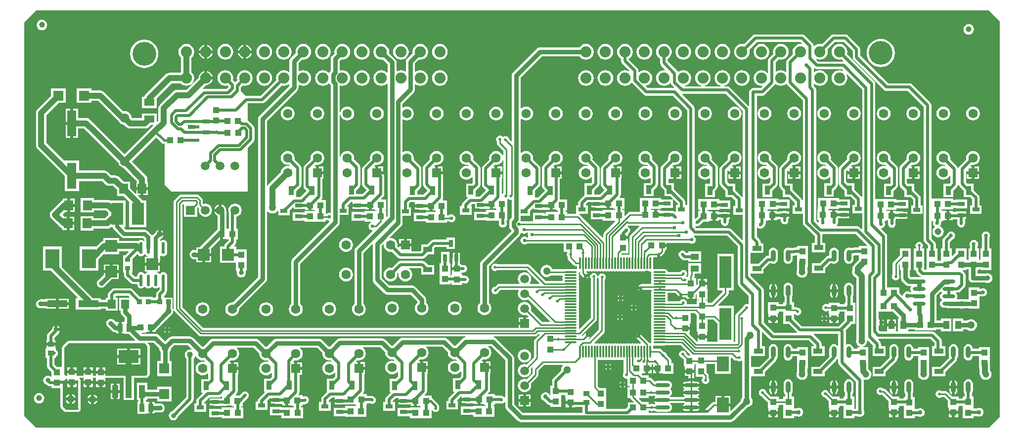
<source format=gtl>
G04*
G04 #@! TF.GenerationSoftware,Altium Limited,Altium Designer,21.9.1 (22)*
G04*
G04 Layer_Physical_Order=1*
G04 Layer_Color=255*
%FSLAX25Y25*%
%MOIN*%
G70*
G04*
G04 #@! TF.SameCoordinates,6B560933-D042-473C-9E78-3B088F3B31AC*
G04*
G04*
G04 #@! TF.FilePolarity,Positive*
G04*
G01*
G75*
%ADD16C,0.01000*%
%ADD25O,0.03150X0.07874*%
%ADD26R,0.04331X0.04331*%
%ADD27R,0.05906X0.03543*%
%ADD28R,0.04331X0.04331*%
%ADD29R,0.04055X0.05709*%
%ADD30O,0.08661X0.02362*%
%ADD31R,0.06693X0.07087*%
%ADD32R,0.05847X0.06803*%
%ADD33R,0.07087X0.06693*%
%ADD34R,0.06803X0.04685*%
%ADD35R,0.08362X0.15039*%
%ADD36R,0.06496X0.17717*%
%ADD37O,0.02260X0.08024*%
%ADD38R,0.07874X0.07874*%
%ADD39R,0.03543X0.03150*%
%ADD40R,0.09740X0.13071*%
%ADD41R,0.05256X0.05906*%
%ADD42R,0.03543X0.05512*%
%ADD43R,0.07874X0.07874*%
%ADD44R,0.13780X0.04724*%
%ADD45R,0.03175X0.03402*%
%ADD46R,0.07874X0.21654*%
%ADD47R,0.13780X0.08661*%
%ADD48R,0.03937X0.08661*%
%ADD49R,0.07874X0.09843*%
%ADD50R,0.05709X0.04055*%
%ADD51R,0.03858X0.03661*%
%ADD52O,0.09843X0.02756*%
%ADD53O,0.01181X0.08268*%
%ADD54O,0.08268X0.01181*%
%ADD55R,0.07874X0.07874*%
%ADD56R,0.04921X0.02756*%
%ADD57R,0.03543X0.05906*%
%ADD58R,0.02756X0.04921*%
%ADD59C,0.03937*%
%ADD108C,0.03200*%
%ADD112C,0.03000*%
%ADD113C,0.02000*%
%ADD114C,0.04000*%
%ADD115C,0.03937*%
%ADD116C,0.01500*%
%ADD117C,0.02500*%
%ADD118C,0.06299*%
%ADD119C,0.05118*%
%ADD120C,0.05906*%
%ADD121R,0.05906X0.05906*%
%ADD122C,0.16000*%
%ADD123C,0.07500*%
%ADD124C,0.06299*%
%ADD125R,0.06299X0.06299*%
%ADD126R,0.06299X0.06299*%
%ADD127C,0.02500*%
%ADD128C,0.03500*%
%ADD129C,0.04500*%
%ADD130C,0.02000*%
%ADD131C,0.02400*%
%ADD132C,0.03000*%
%ADD133C,0.05000*%
%ADD134C,0.04000*%
G36*
X657480Y274240D02*
Y7185D01*
X650295Y0D01*
X7874D01*
X0Y7874D01*
Y273622D01*
X7874Y281496D01*
X650224D01*
X657480Y274240D01*
D02*
G37*
%LPC*%
G36*
X11800Y275298D02*
X10894Y275179D01*
X10051Y274830D01*
X9326Y274274D01*
X8770Y273549D01*
X8421Y272706D01*
X8302Y271800D01*
X8421Y270895D01*
X8770Y270051D01*
X9326Y269326D01*
X10051Y268770D01*
X10894Y268421D01*
X11800Y268302D01*
X12706Y268421D01*
X13549Y268770D01*
X14274Y269326D01*
X14830Y270051D01*
X15179Y270895D01*
X15298Y271800D01*
X15179Y272706D01*
X14830Y273549D01*
X14274Y274274D01*
X13549Y274830D01*
X12706Y275179D01*
X11800Y275298D01*
D02*
G37*
G36*
X636600Y272298D02*
X635695Y272179D01*
X634851Y271830D01*
X634126Y271274D01*
X633570Y270549D01*
X633221Y269706D01*
X633102Y268800D01*
X633221Y267895D01*
X633570Y267051D01*
X634126Y266326D01*
X634851Y265770D01*
X635695Y265421D01*
X636600Y265302D01*
X637505Y265421D01*
X638349Y265770D01*
X639074Y266326D01*
X639630Y267051D01*
X639979Y267895D01*
X640098Y268800D01*
X639979Y269706D01*
X639630Y270549D01*
X639074Y271274D01*
X638349Y271830D01*
X637505Y272179D01*
X636600Y272298D01*
D02*
G37*
G36*
X553394Y265381D02*
X545450D01*
X544474Y265187D01*
X543647Y264634D01*
X537777Y258764D01*
X537678Y258805D01*
X536308Y258985D01*
X534937Y258805D01*
X533660Y258276D01*
X532680Y257523D01*
X532630Y257521D01*
X532287Y257620D01*
X532147Y257713D01*
X531996Y258474D01*
X531444Y259301D01*
X526110Y264634D01*
X525283Y265187D01*
X524308Y265381D01*
X492851D01*
X491876Y265187D01*
X491049Y264634D01*
X485179Y258764D01*
X485080Y258805D01*
X483709Y258985D01*
X482339Y258805D01*
X481062Y258276D01*
X479965Y257434D01*
X479123Y256337D01*
X478594Y255060D01*
X478414Y253690D01*
X478594Y252319D01*
X479123Y251042D01*
X479965Y249945D01*
X481062Y249104D01*
X482339Y248575D01*
X483709Y248394D01*
X485080Y248575D01*
X486357Y249104D01*
X487454Y249945D01*
X488295Y251042D01*
X488824Y252319D01*
X489005Y253690D01*
X488824Y255060D01*
X488783Y255159D01*
X493907Y260282D01*
X523252D01*
X524180Y259355D01*
X523946Y258881D01*
X523158Y258985D01*
X521788Y258805D01*
X520510Y258276D01*
X519414Y257434D01*
X518572Y256337D01*
X518043Y255060D01*
X517863Y253690D01*
X518043Y252319D01*
X518084Y252221D01*
X514448Y248584D01*
X513895Y247757D01*
X513701Y246782D01*
Y240322D01*
X513253Y240101D01*
X512656Y240559D01*
X511379Y241088D01*
X510009Y241269D01*
X508638Y241088D01*
X507361Y240559D01*
X506859Y240174D01*
X506410Y240395D01*
Y246487D01*
X508539Y248616D01*
X508638Y248575D01*
X510009Y248394D01*
X511379Y248575D01*
X512656Y249104D01*
X513753Y249945D01*
X514595Y251042D01*
X515124Y252319D01*
X515304Y253690D01*
X515124Y255060D01*
X514595Y256337D01*
X513753Y257434D01*
X512656Y258276D01*
X511379Y258805D01*
X510009Y258985D01*
X508638Y258805D01*
X507361Y258276D01*
X506264Y257434D01*
X505423Y256337D01*
X504894Y255060D01*
X504713Y253690D01*
X504894Y252319D01*
X504935Y252221D01*
X502059Y249345D01*
X501507Y248518D01*
X501312Y247543D01*
Y239571D01*
X500839Y239411D01*
X500603Y239718D01*
X499507Y240559D01*
X498230Y241088D01*
X496859Y241269D01*
X495489Y241088D01*
X494211Y240559D01*
X493115Y239718D01*
X492273Y238621D01*
X491744Y237344D01*
X491564Y235973D01*
X491744Y234603D01*
X492273Y233326D01*
X493115Y232229D01*
X494211Y231387D01*
X495489Y230858D01*
X496859Y230678D01*
X497337Y230741D01*
X497558Y230292D01*
X496414Y229149D01*
X491200D01*
X490225Y228955D01*
X489398Y228402D01*
X488845Y227575D01*
X488651Y226600D01*
Y217307D01*
X488189Y217116D01*
X475702Y229602D01*
X474875Y230155D01*
X473900Y230349D01*
X471891D01*
X471859Y230849D01*
X471930Y230858D01*
X473207Y231387D01*
X474304Y232229D01*
X475146Y233326D01*
X475675Y234603D01*
X475855Y235973D01*
X475675Y237344D01*
X475146Y238621D01*
X474304Y239718D01*
X473207Y240559D01*
X471930Y241088D01*
X470560Y241269D01*
X469189Y241088D01*
X467912Y240559D01*
X466816Y239718D01*
X465974Y238621D01*
X465445Y237344D01*
X465265Y235973D01*
X465445Y234603D01*
X465974Y233326D01*
X466816Y232229D01*
X467912Y231387D01*
X469189Y230858D01*
X469261Y230849D01*
X469228Y230349D01*
X458742D01*
X458709Y230849D01*
X458781Y230858D01*
X460058Y231387D01*
X461155Y232229D01*
X461996Y233326D01*
X462525Y234603D01*
X462706Y235973D01*
X462525Y237344D01*
X461996Y238621D01*
X461155Y239718D01*
X460058Y240559D01*
X458781Y241088D01*
X457410Y241269D01*
X456040Y241088D01*
X454763Y240559D01*
X453666Y239718D01*
X452824Y238621D01*
X452295Y237344D01*
X452115Y235973D01*
X452295Y234603D01*
X452824Y233326D01*
X453666Y232229D01*
X454763Y231387D01*
X456040Y230858D01*
X456111Y230849D01*
X456079Y230349D01*
X445592D01*
X445559Y230849D01*
X445631Y230858D01*
X446908Y231387D01*
X448005Y232229D01*
X448846Y233326D01*
X449375Y234603D01*
X449556Y235973D01*
X449375Y237344D01*
X448846Y238621D01*
X448005Y239718D01*
X446908Y240559D01*
X445631Y241088D01*
X444261Y241269D01*
X442890Y241088D01*
X441613Y240559D01*
X441090Y240158D01*
X440444Y240293D01*
X440102Y240804D01*
X433660Y247247D01*
Y249063D01*
X433759Y249104D01*
X434855Y249945D01*
X435697Y251042D01*
X436226Y252319D01*
X436406Y253690D01*
X436226Y255060D01*
X435697Y256337D01*
X434855Y257434D01*
X433759Y258276D01*
X432481Y258805D01*
X431111Y258985D01*
X429740Y258805D01*
X428463Y258276D01*
X427367Y257434D01*
X426525Y256337D01*
X425996Y255060D01*
X425816Y253690D01*
X425996Y252319D01*
X426525Y251042D01*
X427367Y249945D01*
X428463Y249104D01*
X428562Y249063D01*
Y246191D01*
X428756Y245215D01*
X429309Y244389D01*
X432047Y241650D01*
X431814Y241176D01*
X431111Y241269D01*
X429740Y241088D01*
X428463Y240559D01*
X427367Y239718D01*
X426525Y238621D01*
X425996Y237344D01*
X425816Y235973D01*
X425996Y234603D01*
X426525Y233326D01*
X427367Y232229D01*
X428463Y231387D01*
X429740Y230858D01*
X431111Y230678D01*
X432481Y230858D01*
X433759Y231387D01*
X434855Y232229D01*
X435282Y232785D01*
X435817Y232661D01*
X435945Y232016D01*
X436498Y231189D01*
X438037Y229649D01*
X437830Y229149D01*
X420256D01*
X419037Y230367D01*
X419198Y230841D01*
X419332Y230858D01*
X420609Y231387D01*
X421706Y232229D01*
X422547Y233326D01*
X423076Y234603D01*
X423257Y235973D01*
X423076Y237344D01*
X422547Y238621D01*
X421706Y239718D01*
X420609Y240559D01*
X419332Y241088D01*
X417961Y241269D01*
X416591Y241088D01*
X415314Y240559D01*
X414449Y239896D01*
X413949Y240142D01*
Y240900D01*
X413755Y241876D01*
X413202Y242702D01*
X407361Y248544D01*
Y249063D01*
X407459Y249104D01*
X408556Y249945D01*
X409398Y251042D01*
X409927Y252319D01*
X410107Y253690D01*
X409927Y255060D01*
X409398Y256337D01*
X408556Y257434D01*
X407459Y258276D01*
X406182Y258805D01*
X404812Y258985D01*
X403441Y258805D01*
X402164Y258276D01*
X401067Y257434D01*
X400226Y256337D01*
X399697Y255060D01*
X399517Y253690D01*
X399697Y252319D01*
X400226Y251042D01*
X401067Y249945D01*
X402164Y249104D01*
X402263Y249063D01*
Y247488D01*
X402457Y246513D01*
X403009Y245686D01*
X407730Y240965D01*
X407459Y240559D01*
X406182Y241088D01*
X404812Y241269D01*
X403441Y241088D01*
X402164Y240559D01*
X401067Y239718D01*
X400226Y238621D01*
X399697Y237344D01*
X399517Y235973D01*
X399697Y234603D01*
X400226Y233326D01*
X401067Y232229D01*
X402164Y231387D01*
X403441Y230858D01*
X404812Y230678D01*
X406182Y230858D01*
X407459Y231387D01*
X408556Y232229D01*
X408983Y232786D01*
X409483Y232769D01*
X409598Y232598D01*
X417398Y224798D01*
X418224Y224245D01*
X419200Y224051D01*
X437044D01*
X446751Y214344D01*
Y150278D01*
X445570D01*
Y152269D01*
X445376Y153244D01*
X444824Y154071D01*
X437961Y160933D01*
Y165053D01*
X434140D01*
Y167475D01*
X434441Y167850D01*
X437591D01*
Y172000D01*
Y176150D01*
X436999D01*
X436807Y176611D01*
X437632Y177436D01*
X438591Y177310D01*
X439805Y177470D01*
X440936Y177939D01*
X441907Y178684D01*
X442652Y179655D01*
X443121Y180786D01*
X443281Y182000D01*
X443121Y183214D01*
X442652Y184345D01*
X441907Y185316D01*
X440936Y186061D01*
X439805Y186530D01*
X438591Y186690D01*
X437377Y186530D01*
X436246Y186061D01*
X435275Y185316D01*
X434529Y184345D01*
X434061Y183214D01*
X433901Y182000D01*
X434027Y181041D01*
X429788Y176802D01*
X429236Y175976D01*
X429042Y175000D01*
Y163699D01*
X429236Y162724D01*
X429788Y161897D01*
X431418Y160267D01*
Y156147D01*
X435538D01*
X437186Y154499D01*
X436960Y154018D01*
X436714Y154018D01*
X429365D01*
Y154965D01*
X414948D01*
Y147635D01*
X414948D01*
X414891Y147325D01*
X414891Y147325D01*
X414891Y147158D01*
Y145699D01*
X408360D01*
X408360Y145699D01*
X407580Y145544D01*
X406918Y145102D01*
X404871Y143054D01*
X404409Y143246D01*
Y146965D01*
X403292D01*
Y147735D01*
X404409D01*
Y155065D01*
X401580D01*
X401389Y155527D01*
X401502Y155641D01*
X402055Y156468D01*
X402249Y157443D01*
Y167850D01*
X402559D01*
Y171000D01*
X398409D01*
Y172000D01*
X397409D01*
Y176150D01*
X396817D01*
X396625Y176611D01*
X397450Y177436D01*
X398409Y177310D01*
X399623Y177470D01*
X400754Y177939D01*
X401725Y178684D01*
X402470Y179655D01*
X402939Y180786D01*
X403099Y182000D01*
X402939Y183214D01*
X402470Y184345D01*
X401725Y185316D01*
X400754Y186061D01*
X399623Y186530D01*
X398409Y186690D01*
X397195Y186530D01*
X396064Y186061D01*
X395093Y185316D01*
X394348Y184345D01*
X393879Y183214D01*
X393719Y182000D01*
X393846Y181041D01*
X389407Y176602D01*
X388854Y175776D01*
X388660Y174800D01*
Y163881D01*
X388854Y162905D01*
X389407Y162078D01*
X391085Y160400D01*
X387934Y157249D01*
X384182D01*
Y160067D01*
X387002Y162887D01*
X387555Y163714D01*
X387749Y164690D01*
Y175209D01*
X387555Y176184D01*
X387002Y177011D01*
X382973Y181041D01*
X383099Y182000D01*
X382939Y183214D01*
X382470Y184345D01*
X381725Y185316D01*
X380754Y186061D01*
X379623Y186530D01*
X378409Y186690D01*
X377195Y186530D01*
X376064Y186061D01*
X375093Y185316D01*
X374348Y184345D01*
X373879Y183214D01*
X373719Y182000D01*
X373879Y180786D01*
X374348Y179655D01*
X375093Y178684D01*
X376064Y177939D01*
X377195Y177470D01*
X378409Y177310D01*
X379368Y177436D01*
X379884Y176920D01*
X379797Y176791D01*
X379559Y176538D01*
X378409Y176690D01*
X377195Y176530D01*
X376064Y176061D01*
X375093Y175316D01*
X374348Y174345D01*
X373879Y173214D01*
X373719Y172000D01*
X373879Y170786D01*
X374348Y169655D01*
X375093Y168684D01*
X376064Y167939D01*
X377195Y167470D01*
X378409Y167310D01*
X379623Y167470D01*
X380754Y167939D01*
X381725Y168684D01*
X382151Y169239D01*
X382651Y169069D01*
Y165746D01*
X381758Y164853D01*
X377639D01*
Y156797D01*
X377198Y156502D01*
X374076Y153381D01*
X373524Y152554D01*
X373330Y151579D01*
Y150078D01*
X371918D01*
Y144322D01*
X371452Y144239D01*
X366009D01*
Y145765D01*
X364792D01*
Y146635D01*
X365909D01*
Y153965D01*
X361049D01*
Y167850D01*
X362377D01*
Y171000D01*
X358227D01*
Y172000D01*
X357227D01*
Y176150D01*
X356635D01*
X356444Y176611D01*
X357269Y177436D01*
X358227Y177310D01*
X359441Y177470D01*
X360572Y177939D01*
X361543Y178684D01*
X362289Y179655D01*
X362757Y180786D01*
X362917Y182000D01*
X362757Y183214D01*
X362289Y184345D01*
X361543Y185316D01*
X360572Y186061D01*
X359441Y186530D01*
X358227Y186690D01*
X357014Y186530D01*
X355882Y186061D01*
X354911Y185316D01*
X354166Y184345D01*
X353697Y183214D01*
X353538Y182000D01*
X353664Y181041D01*
X349798Y177175D01*
X349245Y176348D01*
X349051Y175373D01*
Y163090D01*
X349245Y162114D01*
X349798Y161287D01*
X350985Y160100D01*
X346092Y155207D01*
X344227D01*
X344082Y155647D01*
X344082D01*
Y159767D01*
X347202Y162887D01*
X347755Y163714D01*
X347949Y164690D01*
Y174827D01*
X347755Y175803D01*
X347202Y176630D01*
X342791Y181041D01*
X342917Y182000D01*
X342757Y183214D01*
X342289Y184345D01*
X341543Y185316D01*
X340572Y186061D01*
X339441Y186530D01*
X338227Y186690D01*
X337014Y186530D01*
X335882Y186061D01*
X335126Y185481D01*
X334626Y185728D01*
Y208273D01*
X335126Y208519D01*
X335882Y207939D01*
X337014Y207470D01*
X338227Y207310D01*
X339441Y207470D01*
X340572Y207939D01*
X341543Y208684D01*
X342289Y209655D01*
X342757Y210786D01*
X342917Y212000D01*
X342757Y213214D01*
X342289Y214345D01*
X341543Y215316D01*
X340572Y216061D01*
X339441Y216530D01*
X338227Y216690D01*
X337014Y216530D01*
X335882Y216061D01*
X335126Y215481D01*
X334626Y215727D01*
Y236447D01*
X348843Y250664D01*
X374217D01*
X374768Y249945D01*
X375865Y249104D01*
X377142Y248575D01*
X378513Y248394D01*
X379883Y248575D01*
X381160Y249104D01*
X382257Y249945D01*
X383099Y251042D01*
X383628Y252319D01*
X383808Y253690D01*
X383628Y255060D01*
X383099Y256337D01*
X382257Y257434D01*
X381160Y258276D01*
X379883Y258805D01*
X378513Y258985D01*
X377142Y258805D01*
X375865Y258276D01*
X374768Y257434D01*
X374217Y256716D01*
X347590D01*
X346807Y256612D01*
X346077Y256310D01*
X345450Y255829D01*
X329460Y239840D01*
X328979Y239213D01*
X328677Y238483D01*
X328574Y237700D01*
Y193463D01*
X328112Y193272D01*
X326766Y194618D01*
X326655Y195176D01*
X326102Y196002D01*
X325275Y196555D01*
X324300Y196749D01*
X323324Y196555D01*
X322617Y196082D01*
X322402Y196402D01*
X321575Y196955D01*
X320600Y197149D01*
X319624Y196955D01*
X318798Y196402D01*
X318245Y195575D01*
X318051Y194600D01*
X318245Y193624D01*
X318561Y193152D01*
Y192000D01*
X318716Y191220D01*
X319158Y190558D01*
X322861Y186855D01*
Y183831D01*
X322361Y183732D01*
X322107Y184345D01*
X321362Y185316D01*
X320390Y186061D01*
X319259Y186530D01*
X318045Y186690D01*
X316832Y186530D01*
X315701Y186061D01*
X314729Y185316D01*
X313984Y184345D01*
X313515Y183214D01*
X313356Y182000D01*
X313482Y181041D01*
X309198Y176757D01*
X308645Y175930D01*
X308451Y174955D01*
Y163990D01*
X308645Y163014D01*
X309198Y162187D01*
X311185Y160200D01*
X306952Y155967D01*
X304282D01*
Y159867D01*
X306702Y162287D01*
X307255Y163114D01*
X307449Y164090D01*
Y175145D01*
X307255Y176121D01*
X306702Y176948D01*
X302609Y181041D01*
X302735Y182000D01*
X302575Y183214D01*
X302107Y184345D01*
X301362Y185316D01*
X300390Y186061D01*
X299259Y186530D01*
X298045Y186690D01*
X296832Y186530D01*
X295701Y186061D01*
X294729Y185316D01*
X293984Y184345D01*
X293515Y183214D01*
X293356Y182000D01*
X293515Y180786D01*
X293984Y179655D01*
X294729Y178684D01*
X295701Y177939D01*
X296832Y177470D01*
X298045Y177310D01*
X299004Y177436D01*
X299520Y176920D01*
X299433Y176791D01*
X299195Y176538D01*
X298045Y176690D01*
X296832Y176530D01*
X295701Y176061D01*
X294729Y175316D01*
X293984Y174345D01*
X293515Y173214D01*
X293356Y172000D01*
X293515Y170786D01*
X293984Y169655D01*
X294729Y168684D01*
X295701Y167939D01*
X296832Y167470D01*
X298045Y167310D01*
X299259Y167470D01*
X300390Y167939D01*
X301362Y168684D01*
X301851Y169322D01*
X302351Y169152D01*
Y165146D01*
X301858Y164653D01*
X297739D01*
Y155747D01*
X298843D01*
X298988Y155269D01*
X298916Y155220D01*
X295676Y151981D01*
X295124Y151154D01*
X294930Y150179D01*
Y149478D01*
X293518D01*
Y143722D01*
X301439D01*
Y149478D01*
X301036D01*
X300845Y149940D01*
X301774Y150869D01*
X303861D01*
Y147962D01*
X306461D01*
X307321Y147791D01*
X313757D01*
Y151100D01*
X315757D01*
Y147935D01*
X317922D01*
X318178Y147541D01*
Y147435D01*
X317862Y147065D01*
X311291D01*
Y146234D01*
X311282Y145738D01*
X303361D01*
Y139982D01*
X311282D01*
X311291Y139735D01*
X319951D01*
Y138702D01*
X319869Y138505D01*
X319777Y137800D01*
X319869Y137095D01*
X320142Y136438D01*
X320574Y135874D01*
X321138Y135442D01*
X321795Y135169D01*
X322500Y135077D01*
X323205Y135169D01*
X323862Y135442D01*
X324426Y135874D01*
X324858Y136438D01*
X325131Y137095D01*
X325223Y137800D01*
X325131Y138505D01*
X325049Y138702D01*
Y139735D01*
X325709D01*
Y147065D01*
X325709D01*
X325509Y147435D01*
Y154067D01*
X326075Y154446D01*
X326824Y153945D01*
X327800Y153751D01*
X328188Y153828D01*
X328574Y153511D01*
Y141762D01*
X327660Y140848D01*
X327180Y140221D01*
X326877Y139491D01*
X326774Y138708D01*
Y135892D01*
X326877Y135108D01*
X327180Y134379D01*
X327660Y133752D01*
X328517Y132896D01*
X307960Y112340D01*
X307480Y111713D01*
X307177Y110983D01*
X307074Y110200D01*
Y84070D01*
X306784Y83848D01*
X306039Y82876D01*
X305570Y81745D01*
X305410Y80532D01*
X305570Y79318D01*
X306039Y78187D01*
X306784Y77215D01*
X307755Y76470D01*
X308886Y76002D01*
X310100Y75842D01*
X311314Y76002D01*
X312445Y76470D01*
X313416Y77215D01*
X314161Y78187D01*
X314630Y79318D01*
X314790Y80532D01*
X314630Y81745D01*
X314161Y82876D01*
X313416Y83848D01*
X313126Y84070D01*
Y108947D01*
X333740Y129560D01*
X334221Y130187D01*
X334523Y130917D01*
X334571Y131279D01*
X334691Y131367D01*
X335101Y131477D01*
X335538Y131142D01*
X336195Y130869D01*
X336900Y130777D01*
X337605Y130869D01*
X338262Y131142D01*
X338678Y131461D01*
X339250D01*
X339528Y131045D01*
X339470Y130905D01*
X339377Y130200D01*
X339470Y129495D01*
X339700Y128939D01*
X339487Y128439D01*
X338878D01*
X338462Y128758D01*
X337805Y129031D01*
X337100Y129123D01*
X336395Y129031D01*
X335738Y128758D01*
X335174Y128326D01*
X334742Y127762D01*
X334470Y127105D01*
X334377Y126400D01*
X334470Y125695D01*
X334742Y125038D01*
X335174Y124474D01*
X335738Y124042D01*
X336395Y123769D01*
X337100Y123677D01*
X337805Y123769D01*
X338462Y124042D01*
X338878Y124361D01*
X363591D01*
Y118735D01*
X365958D01*
X366052Y118235D01*
X365745Y117775D01*
X365551Y116800D01*
X365745Y115824D01*
X366061Y115352D01*
Y114839D01*
X366216Y114058D01*
X366658Y113397D01*
X370375Y109679D01*
X371037Y109237D01*
X371817Y109082D01*
X372446D01*
Y107578D01*
X372514Y107240D01*
X372160Y106886D01*
X371822Y106954D01*
X364735D01*
X364271Y106861D01*
X356013D01*
X355646Y107747D01*
X354995Y108595D01*
X354147Y109246D01*
X353160Y109655D01*
X352100Y109794D01*
X351040Y109655D01*
X350053Y109246D01*
X349205Y108595D01*
X348554Y107747D01*
X348145Y106760D01*
X348006Y105700D01*
X348145Y104640D01*
X348554Y103653D01*
X349205Y102805D01*
X350053Y102154D01*
X351040Y101745D01*
X352100Y101606D01*
X353160Y101745D01*
X354147Y102154D01*
X354966Y102783D01*
X362618D01*
X362766Y102038D01*
X362879Y101869D01*
X362766Y101701D01*
X362604Y100885D01*
X362766Y100069D01*
X362879Y99901D01*
X362766Y99732D01*
X362618Y98987D01*
X351449D01*
X340794Y109642D01*
X340132Y110084D01*
X339352Y110239D01*
X318748D01*
X318275Y110555D01*
X317300Y110749D01*
X316324Y110555D01*
X315498Y110002D01*
X314945Y109176D01*
X314751Y108200D01*
X314945Y107225D01*
X315498Y106398D01*
X316324Y105845D01*
X317300Y105651D01*
X318275Y105845D01*
X318748Y106161D01*
X338507D01*
X347187Y97481D01*
X346996Y97019D01*
X340848D01*
X340602Y97519D01*
X341090Y98154D01*
X341538Y99238D01*
X341691Y100400D01*
X341538Y101562D01*
X341090Y102646D01*
X340376Y103576D01*
X339446Y104289D01*
X338362Y104738D01*
X337200Y104891D01*
X336038Y104738D01*
X334954Y104289D01*
X334024Y103576D01*
X333311Y102646D01*
X332862Y101562D01*
X332709Y100400D01*
X332862Y99238D01*
X333311Y98154D01*
X333798Y97519D01*
X333552Y97019D01*
X319980D01*
X319199Y96864D01*
X318538Y96421D01*
X318538Y96421D01*
X317082Y94966D01*
X316525Y94855D01*
X315698Y94302D01*
X315145Y93476D01*
X314951Y92500D01*
X315145Y91524D01*
X315698Y90698D01*
X316525Y90145D01*
X317500Y89951D01*
X318476Y90145D01*
X319302Y90698D01*
X319855Y91524D01*
X319966Y92082D01*
X320824Y92940D01*
X332952D01*
X333225Y92440D01*
X332862Y91562D01*
X332709Y90400D01*
X332862Y89238D01*
X333311Y88154D01*
X334024Y87224D01*
X334954Y86510D01*
X336038Y86062D01*
X337200Y85909D01*
X338362Y86062D01*
X339446Y86510D01*
X339593Y86623D01*
X354326Y71890D01*
X354135Y71428D01*
X349056D01*
X341453Y79031D01*
X341538Y79238D01*
X341691Y80400D01*
X341538Y81562D01*
X341090Y82646D01*
X340376Y83576D01*
X339446Y84289D01*
X338362Y84738D01*
X337200Y84891D01*
X336038Y84738D01*
X334954Y84289D01*
X334024Y83576D01*
X333311Y82646D01*
X332862Y81562D01*
X332709Y80400D01*
X332862Y79238D01*
X333311Y78154D01*
X334024Y77224D01*
X334954Y76511D01*
X336038Y76062D01*
X337200Y75909D01*
X338362Y76062D01*
X338569Y76147D01*
X339901Y74815D01*
X339710Y74353D01*
X338200D01*
Y70400D01*
X337200D01*
Y69400D01*
X333247D01*
Y67439D01*
X120490Y67439D01*
X106639Y81290D01*
Y150555D01*
X107029Y150945D01*
X107529Y150738D01*
Y142237D01*
X116435D01*
Y148259D01*
X116982Y148806D01*
X117729Y148059D01*
X117644Y147852D01*
X117491Y146690D01*
X117644Y145527D01*
X118092Y144444D01*
X118806Y143514D01*
X119736Y142800D01*
X120819Y142352D01*
X121982Y142199D01*
X123144Y142352D01*
X124227Y142800D01*
X125158Y143514D01*
X125871Y144444D01*
X126320Y145527D01*
X126473Y146690D01*
X126320Y147852D01*
X125871Y148935D01*
X125158Y149865D01*
X124227Y150579D01*
X123144Y151028D01*
X121982Y151181D01*
X120819Y151028D01*
X120613Y150942D01*
X120139Y151416D01*
Y153528D01*
X119984Y154309D01*
X119542Y154970D01*
X117770Y156742D01*
X117109Y157184D01*
X116328Y157339D01*
X105672D01*
X104891Y157184D01*
X104230Y156742D01*
X101158Y153670D01*
X100716Y153009D01*
X100561Y152228D01*
Y80110D01*
X100069Y79880D01*
X100039Y79907D01*
Y85000D01*
X99945Y85718D01*
X99853Y85939D01*
Y87701D01*
X97820D01*
X97265Y87774D01*
X96711Y87701D01*
X94678D01*
X94422Y88095D01*
Y88201D01*
X93884D01*
Y88779D01*
X95502Y90398D01*
X96055Y91224D01*
X96249Y92200D01*
Y95798D01*
X96262Y95830D01*
X96353Y96517D01*
Y102280D01*
X96262Y102967D01*
X95997Y103607D01*
X95576Y104156D01*
X95026Y104578D01*
X94387Y104842D01*
X93700Y104933D01*
X93014Y104842D01*
X92374Y104578D01*
X91824Y104156D01*
X91491Y103721D01*
X91299Y103677D01*
X91101D01*
X90909Y103721D01*
X90576Y104156D01*
X90026Y104578D01*
X89386Y104842D01*
X89231Y104863D01*
X89264Y105363D01*
X91137D01*
Y109300D01*
X81263D01*
Y105363D01*
X83136D01*
X83169Y104863D01*
X83013Y104842D01*
X82374Y104578D01*
X81824Y104156D01*
X81491Y103721D01*
X81299Y103677D01*
X81101D01*
X80909Y103721D01*
X80576Y104156D01*
X80026Y104578D01*
X79387Y104842D01*
X78700Y104933D01*
X78013Y104842D01*
X77374Y104578D01*
X76824Y104156D01*
X76403Y103607D01*
X76138Y102967D01*
X76047Y102280D01*
Y101947D01*
X74457D01*
X72335Y104070D01*
X72457Y104570D01*
X72972D01*
Y110081D01*
Y114067D01*
X75872Y116967D01*
X76074Y116977D01*
X76491Y116879D01*
X76824Y116444D01*
X77374Y116023D01*
X78013Y115758D01*
X78700Y115667D01*
X79387Y115758D01*
X80026Y116023D01*
X80576Y116444D01*
X80909Y116879D01*
X81101Y116923D01*
X81299D01*
X81491Y116879D01*
X81824Y116444D01*
X82374Y116023D01*
X83013Y115758D01*
X83169Y115737D01*
X83136Y115237D01*
X81263D01*
Y111300D01*
X91137D01*
Y111496D01*
X91379Y112081D01*
X91474Y112799D01*
Y116127D01*
X91974Y116329D01*
X92374Y116023D01*
X93014Y115758D01*
X93700Y115667D01*
X94387Y115758D01*
X95026Y116023D01*
X95576Y116444D01*
X95997Y116993D01*
X96262Y117633D01*
X96353Y118320D01*
Y124083D01*
X96262Y124770D01*
X95997Y125410D01*
X95576Y125959D01*
X95026Y126381D01*
X94387Y126646D01*
X93700Y126736D01*
X93014Y126646D01*
X92374Y126381D01*
X91974Y126074D01*
X91474Y126276D01*
Y126951D01*
X92253Y127730D01*
X92613Y127880D01*
X93240Y128360D01*
X93721Y128987D01*
X93933Y129500D01*
X91100D01*
Y130500D01*
X90100D01*
Y133333D01*
X89587Y133121D01*
X88960Y132640D01*
X88480Y132013D01*
X88330Y131653D01*
X86739Y130061D01*
X86540Y129802D01*
X86508Y129787D01*
X85923Y129820D01*
X85661Y130161D01*
X83161Y132661D01*
X82587Y133102D01*
X81918Y133379D01*
X81200Y133474D01*
X68449D01*
X67104Y134818D01*
X67296Y135280D01*
X68081D01*
Y153320D01*
X57973D01*
X57514Y153510D01*
X56600Y153630D01*
X46893D01*
Y155001D01*
X38046D01*
Y145199D01*
X46893D01*
Y146570D01*
X55138D01*
X56719Y144989D01*
Y143611D01*
X54438Y141330D01*
X46593D01*
Y142701D01*
X37746D01*
Y132898D01*
X46593D01*
Y134270D01*
X55900D01*
X56814Y134390D01*
X57665Y134743D01*
X58366Y135280D01*
X59668D01*
X59721Y134882D01*
X59998Y134213D01*
X60439Y133639D01*
X65339Y128739D01*
X65913Y128298D01*
X66582Y128021D01*
X67300Y127926D01*
X80051D01*
X80926Y127051D01*
Y126276D01*
X80426Y126074D01*
X80026Y126381D01*
X79387Y126646D01*
X78700Y126736D01*
X78013Y126646D01*
X77374Y126381D01*
X76824Y125959D01*
X76708Y125807D01*
X76552Y125872D01*
X75638Y125992D01*
X63937D01*
Y127899D01*
X53063D01*
Y125874D01*
X53048Y125872D01*
X52197Y125519D01*
X51465Y124958D01*
X48643Y122135D01*
X37243D01*
Y106065D01*
X49984D01*
Y113491D01*
X53517Y117025D01*
X63937D01*
Y118931D01*
X69973D01*
X70165Y118470D01*
X67926Y116230D01*
X66428D01*
Y110081D01*
Y104570D01*
X67151D01*
Y103100D01*
X67345Y102125D01*
X67898Y101298D01*
X71599Y97596D01*
X72426Y97043D01*
X73402Y96849D01*
X76047D01*
Y96517D01*
X76138Y95830D01*
X76403Y95190D01*
X76824Y94641D01*
X77374Y94219D01*
X78013Y93954D01*
X78700Y93864D01*
X79387Y93954D01*
X80026Y94219D01*
X80576Y94641D01*
X80909Y95075D01*
X81101Y95120D01*
X81299D01*
X81491Y95075D01*
X81824Y94641D01*
X82374Y94219D01*
X83013Y93954D01*
X83700Y93864D01*
X84386Y93954D01*
X85026Y94219D01*
X85576Y94641D01*
X85909Y95075D01*
X86101Y95120D01*
X86299D01*
X86491Y95075D01*
X86824Y94641D01*
X87374Y94219D01*
X88013Y93954D01*
X88700Y93864D01*
X89386Y93954D01*
X90026Y94219D01*
X90576Y94641D01*
X90651Y94739D01*
X91151Y94569D01*
Y93256D01*
X89532Y91637D01*
X88980Y90810D01*
X88785Y89834D01*
Y88201D01*
X88247D01*
Y87549D01*
X86653D01*
Y88201D01*
X78039D01*
X72937Y93302D01*
X72110Y93855D01*
X71135Y94049D01*
X60700D01*
X59724Y93855D01*
X58898Y93302D01*
X57100Y91504D01*
X56547Y90677D01*
X56353Y89702D01*
Y87753D01*
X54774D01*
Y86326D01*
X51502D01*
Y87362D01*
X46086D01*
X45608Y87984D01*
X25157Y108436D01*
Y122135D01*
X12416D01*
Y106065D01*
X17543D01*
X35783Y87824D01*
X35592Y87362D01*
X34722D01*
Y79638D01*
X51502D01*
Y80274D01*
X54774D01*
Y78847D01*
X63030D01*
Y87753D01*
X61451D01*
Y88646D01*
X61756Y88951D01*
X70079D01*
X70815Y88215D01*
X70624Y87753D01*
X63770D01*
Y78847D01*
X64872D01*
Y78102D01*
X64975Y77319D01*
X65277Y76589D01*
X65758Y75962D01*
X67527Y74194D01*
Y71656D01*
X67281D01*
Y71156D01*
X65647D01*
Y67400D01*
Y63644D01*
X67281D01*
Y63144D01*
X70529D01*
X74671Y59002D01*
X74480Y58540D01*
X30051D01*
X29943Y58519D01*
X29834Y58525D01*
X29834Y58525D01*
X29794Y58511D01*
X29751Y58511D01*
X29613Y58453D01*
X29465Y58424D01*
X29458Y58419D01*
X29458Y58419D01*
X29217Y58319D01*
X29217Y58319D01*
X29208Y58318D01*
X29083Y58234D01*
X28943Y58176D01*
X28837Y58069D01*
X28712Y57986D01*
X26032Y55305D01*
X25890Y55093D01*
X25736Y54890D01*
X25523Y54450D01*
X25512Y54406D01*
X25487Y54369D01*
X25437Y54119D01*
X25373Y53873D01*
X25379Y53828D01*
X25371Y53784D01*
Y41109D01*
X21839D01*
X20349Y42599D01*
Y46865D01*
X21229D01*
Y47898D01*
X21971Y48394D01*
X22523Y49221D01*
X22717Y50196D01*
X22523Y51171D01*
X21971Y51998D01*
X21229Y52494D01*
Y53527D01*
X20729D01*
Y55259D01*
X17800D01*
X14871D01*
Y53527D01*
X14371D01*
Y46865D01*
X15251D01*
Y41543D01*
X15445Y40568D01*
X15998Y39741D01*
X18235Y37504D01*
Y34569D01*
X17735Y34323D01*
X17363Y34608D01*
X16609Y34920D01*
X15800Y35027D01*
X14991Y34920D01*
X14237Y34608D01*
X13589Y34111D01*
X13092Y33463D01*
X12780Y32709D01*
X12673Y31900D01*
X12780Y31091D01*
X13092Y30337D01*
X13589Y29689D01*
X14237Y29192D01*
X14991Y28880D01*
X15249Y28846D01*
X15541Y28554D01*
X16368Y28002D01*
X17343Y27808D01*
X18235D01*
Y26691D01*
X24371D01*
Y14162D01*
X24400Y14014D01*
X24400Y13863D01*
X24400Y13862D01*
Y13862D01*
X24400Y13862D01*
X24458Y13723D01*
X24487Y13576D01*
X24492Y13569D01*
X24492Y13569D01*
X24592Y13328D01*
X24593Y13319D01*
X24677Y13194D01*
X24735Y13055D01*
X24841Y12948D01*
X24925Y12823D01*
X26712Y11036D01*
X26837Y10953D01*
X26943Y10846D01*
X27083Y10788D01*
X27208Y10705D01*
X27217Y10703D01*
X27458Y10603D01*
X27465Y10598D01*
X27613Y10569D01*
X27753Y10511D01*
X27903Y10511D01*
X28051Y10482D01*
X35749D01*
X35897Y10511D01*
X36048Y10511D01*
X36049Y10511D01*
X36049D01*
X36049Y10511D01*
X36188Y10569D01*
X36335Y10598D01*
X36342Y10603D01*
X36342Y10603D01*
X36583Y10703D01*
X36583Y10703D01*
X36592Y10705D01*
X36717Y10788D01*
X36856Y10846D01*
X36963Y10952D01*
X37088Y11036D01*
X37540Y11488D01*
X37624Y11613D01*
X37730Y11720D01*
X37788Y11859D01*
X37871Y11984D01*
X37901Y12132D01*
X37958Y12271D01*
Y12422D01*
X37988Y12570D01*
X37958Y12717D01*
Y12748D01*
X37963Y12784D01*
X37958Y12800D01*
Y12868D01*
X37937Y12974D01*
X37937Y12974D01*
X37937Y12974D01*
X37900Y13162D01*
Y30274D01*
Y31104D01*
X37918Y31195D01*
Y31273D01*
Y31345D01*
X37947Y31493D01*
X37918Y31641D01*
Y31791D01*
X37860Y31931D01*
X37831Y32078D01*
X37747Y32204D01*
X37690Y32343D01*
X37583Y32449D01*
X37499Y32574D01*
X37092Y32982D01*
X37092Y32982D01*
X37299Y33482D01*
X39735D01*
Y31468D01*
X42900D01*
X46065D01*
Y33482D01*
X48335D01*
Y31357D01*
X51500D01*
X54665D01*
Y33482D01*
X66787D01*
Y24460D01*
X66817Y24232D01*
Y18629D01*
X73754D01*
Y24232D01*
X73784Y24460D01*
Y33482D01*
X81749D01*
X81897Y33511D01*
X82048Y33511D01*
X82049Y33511D01*
X82049D01*
X82049Y33511D01*
X82188Y33569D01*
X82335Y33598D01*
X82342Y33603D01*
X82342Y33603D01*
X82583Y33703D01*
X82592Y33705D01*
X82717Y33788D01*
X82856Y33846D01*
X82963Y33952D01*
X83088Y34036D01*
X83875Y34823D01*
X83958Y34948D01*
X84065Y35054D01*
X84123Y35194D01*
X84206Y35319D01*
X84208Y35328D01*
X84308Y35569D01*
X84313Y35576D01*
X84342Y35724D01*
X84400Y35864D01*
X84400Y36014D01*
X84429Y36162D01*
Y54860D01*
X84400Y55008D01*
X84400Y55159D01*
X84386Y55194D01*
X84384Y55231D01*
X84384Y55231D01*
X84335Y55334D01*
X84313Y55446D01*
X84308Y55453D01*
X84208Y55694D01*
X84208Y55694D01*
X84206Y55703D01*
X84123Y55828D01*
X84065Y55967D01*
X84035Y55997D01*
X84017Y56035D01*
X84017Y56035D01*
X83936Y56108D01*
X83875Y56199D01*
X83200Y56874D01*
X83200Y56874D01*
X83162Y56912D01*
X83353Y57374D01*
X87124D01*
X90834Y53664D01*
X90945Y52817D01*
X91354Y51830D01*
X91874Y51153D01*
Y44875D01*
X89454D01*
Y34788D01*
X99146D01*
Y44875D01*
X97926D01*
Y51153D01*
X98446Y51830D01*
X98855Y52817D01*
X98966Y53664D01*
X100776Y55474D01*
X110247D01*
X112605Y53115D01*
X112372Y52642D01*
X111700Y52730D01*
X110786Y52610D01*
X109935Y52257D01*
X109204Y51696D01*
X108643Y50965D01*
X108290Y50114D01*
X108170Y49200D01*
X108290Y48286D01*
X108643Y47435D01*
X109151Y46773D01*
Y20356D01*
X99950Y11154D01*
X99691Y11120D01*
X98937Y10808D01*
X98289Y10311D01*
X97792Y9663D01*
X97480Y8909D01*
X97373Y8100D01*
X97480Y7291D01*
X97792Y6537D01*
X98289Y5889D01*
X98937Y5392D01*
X99691Y5080D01*
X100500Y4973D01*
X101309Y5080D01*
X102063Y5392D01*
X102711Y5889D01*
X103208Y6537D01*
X103520Y7291D01*
X103554Y7549D01*
X113502Y17498D01*
X114055Y18325D01*
X114249Y19300D01*
Y46773D01*
X114757Y47435D01*
X115110Y48286D01*
X115130Y48441D01*
X115644Y48509D01*
X116039Y47555D01*
X116784Y46584D01*
X117755Y45839D01*
X118886Y45370D01*
X120100Y45210D01*
X121059Y45336D01*
X121575Y44820D01*
X121488Y44691D01*
X121250Y44438D01*
X120100Y44590D01*
X118886Y44430D01*
X117755Y43961D01*
X116784Y43216D01*
X116039Y42245D01*
X115570Y41114D01*
X115410Y39900D01*
X115570Y38686D01*
X116039Y37555D01*
X116784Y36584D01*
X117755Y35839D01*
X118886Y35370D01*
X120100Y35210D01*
X121314Y35370D01*
X122445Y35839D01*
X123351Y36534D01*
X123851Y36413D01*
Y33046D01*
X123458Y32653D01*
X119339D01*
Y23747D01*
X119915D01*
X120106Y23285D01*
X116776Y19955D01*
X116224Y19129D01*
X116030Y18153D01*
Y16378D01*
X114618D01*
Y10622D01*
X122539D01*
Y16378D01*
X121128D01*
Y17097D01*
X124481Y20451D01*
X131190D01*
X132165Y20645D01*
X132891Y21130D01*
X133223Y21020D01*
X133391Y20890D01*
Y19789D01*
X128421D01*
X127561Y19618D01*
X124961D01*
Y18240D01*
X128421D01*
Y16240D01*
X124961D01*
Y14862D01*
X127561D01*
X128421Y14691D01*
X135697D01*
X136672Y14885D01*
X136746Y14935D01*
X139722D01*
X139978Y14541D01*
Y14435D01*
X141194D01*
Y13665D01*
X132991D01*
Y12309D01*
X132382D01*
Y12638D01*
X124461D01*
Y6882D01*
X132382D01*
Y7211D01*
X132991D01*
Y6335D01*
X147409D01*
Y13665D01*
X146292D01*
Y14435D01*
X147309D01*
Y16704D01*
X150602Y19998D01*
X151155Y20824D01*
X151349Y21800D01*
X151155Y22775D01*
X150602Y23602D01*
X149776Y24155D01*
X148800Y24349D01*
X147825Y24155D01*
X146998Y23602D01*
X145160Y21765D01*
X142723D01*
X142532Y22227D01*
X143002Y22698D01*
X143555Y23525D01*
X143749Y24500D01*
Y35750D01*
X144250D01*
Y38900D01*
X140100D01*
Y39900D01*
X139100D01*
Y44050D01*
X138508D01*
X138316Y44512D01*
X139141Y45336D01*
X140100Y45210D01*
X141314Y45370D01*
X142445Y45839D01*
X143416Y46584D01*
X144161Y47555D01*
X144630Y48686D01*
X144790Y49900D01*
X144630Y51114D01*
X144161Y52245D01*
X143416Y53216D01*
X143066Y53485D01*
X143235Y53985D01*
X154636D01*
X158358Y50263D01*
X158310Y49900D01*
X158470Y48686D01*
X158939Y47555D01*
X159684Y46584D01*
X160655Y45839D01*
X161786Y45370D01*
X163000Y45210D01*
X163959Y45336D01*
X164475Y44820D01*
X164388Y44691D01*
X164150Y44438D01*
X163000Y44590D01*
X161786Y44430D01*
X160655Y43961D01*
X159684Y43216D01*
X158939Y42245D01*
X158470Y41114D01*
X158310Y39900D01*
X158470Y38686D01*
X158939Y37555D01*
X159684Y36584D01*
X160655Y35839D01*
X161786Y35370D01*
X163000Y35210D01*
X164214Y35370D01*
X165345Y35839D01*
X166316Y36584D01*
X166567Y36910D01*
X167040Y36750D01*
Y34435D01*
X165658Y33053D01*
X161539D01*
Y24147D01*
X161789D01*
X161980Y23685D01*
X157976Y19681D01*
X157424Y18854D01*
X157230Y17879D01*
Y17678D01*
X155818D01*
Y11922D01*
X163739D01*
Y17678D01*
X163739D01*
X163576Y18071D01*
X165556Y20051D01*
X166161D01*
Y19540D01*
X169621D01*
Y17540D01*
X166161D01*
Y16162D01*
X168761D01*
X169621Y15991D01*
X173791D01*
Y15035D01*
X175957D01*
Y18200D01*
X177957D01*
Y15035D01*
X180122D01*
X180378Y14641D01*
Y14535D01*
X181594D01*
Y13765D01*
X173582D01*
Y13938D01*
X165661D01*
Y8182D01*
X173391D01*
Y6435D01*
X187809D01*
Y13765D01*
X186692D01*
Y14535D01*
X187709D01*
Y15651D01*
X188800D01*
X189776Y15845D01*
X190602Y16398D01*
X191102Y16898D01*
X191655Y17725D01*
X191849Y18700D01*
X191655Y19676D01*
X191102Y20502D01*
X190276Y21055D01*
X189300Y21249D01*
X188324Y21055D01*
X188209Y20978D01*
X187709Y21245D01*
Y21865D01*
X185249D01*
X184981Y22365D01*
X185355Y22925D01*
X185549Y23900D01*
Y35750D01*
X187150D01*
Y38900D01*
X183000D01*
Y39900D01*
X182000D01*
Y44050D01*
X181408D01*
X181216Y44512D01*
X182041Y45336D01*
X183000Y45210D01*
X184214Y45370D01*
X185345Y45839D01*
X186316Y46584D01*
X187061Y47555D01*
X187530Y48686D01*
X187690Y49900D01*
X187530Y51114D01*
X187061Y52245D01*
X186316Y53216D01*
X185850Y53574D01*
X186019Y54074D01*
X197247D01*
X200858Y50463D01*
X200810Y50100D01*
X200970Y48886D01*
X201439Y47755D01*
X202184Y46784D01*
X203155Y46039D01*
X204286Y45570D01*
X205500Y45410D01*
X206459Y45537D01*
X206975Y45020D01*
X206888Y44891D01*
X206650Y44638D01*
X205500Y44790D01*
X204286Y44630D01*
X203155Y44161D01*
X202184Y43416D01*
X201439Y42445D01*
X200970Y41314D01*
X200810Y40100D01*
X200970Y38886D01*
X201439Y37755D01*
X202184Y36784D01*
X203155Y36039D01*
X204286Y35570D01*
X205500Y35410D01*
X206714Y35570D01*
X207845Y36039D01*
X208816Y36784D01*
X208978Y36994D01*
X209451Y36834D01*
Y34446D01*
X207958Y32953D01*
X203839D01*
Y24047D01*
X203839Y24047D01*
X203839D01*
X203567Y23672D01*
X200876Y20981D01*
X200324Y20154D01*
X200130Y19179D01*
Y17151D01*
X198718D01*
Y11395D01*
X206639D01*
Y17151D01*
X205228D01*
Y18123D01*
X207256Y20151D01*
X209061D01*
Y19013D01*
X212521D01*
Y17013D01*
X209061D01*
Y15635D01*
X211661D01*
X212521Y15464D01*
X219197D01*
X220172Y15658D01*
X220246Y15708D01*
X223222D01*
X223276Y15624D01*
X223478Y15208D01*
X223425Y14729D01*
X216191D01*
Y13411D01*
X208561D01*
Y7655D01*
X216191D01*
Y7399D01*
X230609D01*
Y14729D01*
X230609D01*
X230662Y15208D01*
X230809D01*
Y16324D01*
X233257D01*
X233524Y16145D01*
X234500Y15951D01*
X235475Y16145D01*
X236302Y16698D01*
X236855Y17525D01*
X237049Y18500D01*
X236855Y19476D01*
X236302Y20302D01*
X235929Y20675D01*
X235103Y21228D01*
X234127Y21422D01*
X230809D01*
Y22538D01*
X228332D01*
X228140Y23000D01*
X228402Y23262D01*
X228955Y24089D01*
X229149Y25065D01*
Y35950D01*
X229650D01*
Y39100D01*
X225500D01*
Y40100D01*
X224500D01*
Y44250D01*
X223908D01*
X223716Y44712D01*
X224541Y45537D01*
X225500Y45410D01*
X226714Y45570D01*
X227845Y46039D01*
X228816Y46784D01*
X229561Y47755D01*
X230030Y48886D01*
X230190Y50100D01*
X230030Y51314D01*
X229561Y52445D01*
X228816Y53416D01*
X228480Y53674D01*
X228650Y54174D01*
X239878D01*
X243158Y50894D01*
X243110Y50532D01*
X243270Y49318D01*
X243739Y48187D01*
X244484Y47215D01*
X245455Y46470D01*
X246586Y46002D01*
X247800Y45842D01*
X248759Y45968D01*
X249275Y45452D01*
X249188Y45322D01*
X248950Y45070D01*
X247800Y45221D01*
X246586Y45061D01*
X245455Y44593D01*
X244484Y43848D01*
X243739Y42876D01*
X243270Y41745D01*
X243110Y40532D01*
X243270Y39318D01*
X243739Y38187D01*
X244484Y37215D01*
X245455Y36470D01*
X246586Y36002D01*
X247800Y35842D01*
X249014Y36002D01*
X250145Y36470D01*
X251116Y37215D01*
X251378Y37556D01*
X251851Y37395D01*
Y34346D01*
X250358Y32853D01*
X246239D01*
Y23947D01*
X246589D01*
X246780Y23485D01*
X243976Y20681D01*
X243424Y19854D01*
X243230Y18879D01*
Y17151D01*
X241818D01*
Y11395D01*
X249739D01*
Y17151D01*
X248328D01*
Y17823D01*
X250356Y19851D01*
X252161D01*
Y19013D01*
X255621D01*
Y17013D01*
X252161D01*
Y15635D01*
X254761D01*
X255621Y15464D01*
X260491D01*
Y14635D01*
X262657D01*
Y17800D01*
X264657D01*
Y14635D01*
X266822D01*
X267078Y14241D01*
Y14135D01*
X266762Y13765D01*
X259991D01*
Y13629D01*
X259582Y13411D01*
X251661D01*
Y7655D01*
X259582D01*
X259991Y7436D01*
Y6435D01*
X274409D01*
Y11728D01*
X274909Y11880D01*
X275298Y11298D01*
X276125Y10745D01*
X277100Y10551D01*
X278076Y10745D01*
X278902Y11298D01*
X279455Y12125D01*
X279649Y13100D01*
X279455Y14075D01*
X279394Y14167D01*
Y14600D01*
X279220Y15478D01*
X278722Y16222D01*
X275522Y19422D01*
X274778Y19919D01*
X274409Y19993D01*
Y21465D01*
X269923D01*
X269732Y21927D01*
X270702Y22898D01*
X271255Y23724D01*
X271449Y24700D01*
Y36382D01*
X271950D01*
Y39531D01*
X267800D01*
Y40532D01*
X266800D01*
Y44681D01*
X266208D01*
X266016Y45143D01*
X266841Y45968D01*
X267800Y45842D01*
X269014Y46002D01*
X270145Y46470D01*
X271116Y47215D01*
X271861Y48187D01*
X272330Y49318D01*
X272490Y50532D01*
X272330Y51745D01*
X271861Y52876D01*
X271116Y53848D01*
X270815Y54079D01*
X270976Y54552D01*
X281800D01*
X285458Y50894D01*
X285410Y50532D01*
X285570Y49318D01*
X286039Y48187D01*
X286784Y47215D01*
X287755Y46470D01*
X288886Y46002D01*
X290100Y45842D01*
X291059Y45968D01*
X291575Y45452D01*
X291488Y45322D01*
X291250Y45070D01*
X290100Y45221D01*
X288886Y45061D01*
X287755Y44593D01*
X286784Y43848D01*
X286039Y42876D01*
X285570Y41745D01*
X285410Y40532D01*
X285570Y39318D01*
X286039Y38187D01*
X286784Y37215D01*
X287755Y36470D01*
X288886Y36002D01*
X290100Y35842D01*
X291314Y36002D01*
X292445Y36470D01*
X293416Y37215D01*
X293951Y37912D01*
X294451Y37743D01*
Y34546D01*
X293158Y33253D01*
X289039D01*
Y24347D01*
X289689D01*
X289880Y23885D01*
X286576Y20581D01*
X286024Y19754D01*
X285830Y18779D01*
Y17978D01*
X284418D01*
Y12222D01*
X292339D01*
Y17978D01*
X291836D01*
X291645Y18440D01*
X294256Y21051D01*
X294761D01*
Y19840D01*
X298221D01*
Y17840D01*
X294761D01*
Y16462D01*
X297361D01*
X298221Y16291D01*
X303291D01*
Y15835D01*
X305457D01*
Y19000D01*
X307457D01*
Y15835D01*
X309622D01*
X309878Y15441D01*
Y15335D01*
X310994D01*
Y14465D01*
X302491D01*
Y14465D01*
X302182Y14238D01*
X294261D01*
Y8482D01*
X302182D01*
X302491Y8110D01*
Y7135D01*
X316909D01*
Y14465D01*
X316092D01*
Y15335D01*
X317209D01*
Y16451D01*
X320566D01*
X320725Y16345D01*
X321700Y16151D01*
X322675Y16345D01*
X323502Y16898D01*
X323574Y17005D01*
X324074Y16853D01*
Y14500D01*
X324177Y13717D01*
X324480Y12987D01*
X324960Y12360D01*
X332660Y4660D01*
X332660Y4660D01*
X333287Y4180D01*
X334017Y3877D01*
X334800Y3774D01*
X476000D01*
X476783Y3877D01*
X477513Y4180D01*
X478140Y4660D01*
X487182Y13703D01*
X487944Y13803D01*
X488917Y14206D01*
X489753Y14847D01*
X490394Y15683D01*
X490797Y16656D01*
X490935Y17700D01*
X490797Y18744D01*
X490394Y19717D01*
X489926Y20327D01*
Y34349D01*
X490347Y34539D01*
X490426Y34539D01*
X499253D01*
Y37477D01*
X506440Y44664D01*
X506992Y45491D01*
X507177Y46421D01*
X507543Y46898D01*
X507853Y47646D01*
X507959Y48449D01*
Y53173D01*
X507853Y53976D01*
X507543Y54724D01*
X507051Y55366D01*
X506408Y55859D01*
X505660Y56169D01*
X504857Y56275D01*
X504055Y56169D01*
X503307Y55859D01*
X502665Y55366D01*
X502172Y54724D01*
X501862Y53976D01*
X501756Y53173D01*
Y48449D01*
X501862Y47646D01*
X501965Y47398D01*
X495648Y41082D01*
X490426D01*
X490347Y41082D01*
X489926Y41272D01*
Y48128D01*
X490347Y48318D01*
X499253D01*
Y54861D01*
X497349D01*
Y64247D01*
X497811Y64439D01*
X502595Y59654D01*
X503422Y59102D01*
X504398Y58908D01*
X528816D01*
X532362Y55361D01*
X532236Y54861D01*
X530547D01*
Y48318D01*
X539453D01*
Y54861D01*
X537549D01*
Y56328D01*
X537355Y57304D01*
X536802Y58131D01*
X532082Y62851D01*
X532289Y63351D01*
X548651D01*
Y55330D01*
X548151Y55160D01*
X547993Y55366D01*
X547351Y55859D01*
X546603Y56169D01*
X545800Y56275D01*
X544997Y56169D01*
X544249Y55859D01*
X543607Y55366D01*
X543114Y54724D01*
X542804Y53976D01*
X542699Y53173D01*
Y48449D01*
X542759Y47993D01*
X535848Y41082D01*
X530547D01*
Y34539D01*
X539453D01*
Y37477D01*
X547382Y45407D01*
X547904Y46188D01*
X547993Y46256D01*
X548151Y46462D01*
X548651Y46292D01*
Y43800D01*
X548845Y42825D01*
X549398Y41998D01*
X560651Y30744D01*
Y12677D01*
X559465D01*
Y20852D01*
X558349D01*
Y23098D01*
X558486Y23276D01*
X558796Y24024D01*
X558901Y24827D01*
Y29551D01*
X558796Y30354D01*
X558486Y31102D01*
X557993Y31744D01*
X557351Y32237D01*
X556603Y32547D01*
X555800Y32653D01*
X554997Y32547D01*
X554249Y32237D01*
X553607Y31744D01*
X553114Y31102D01*
X552804Y30354D01*
X552699Y29551D01*
Y24827D01*
X552804Y24024D01*
X553114Y23276D01*
X553251Y23098D01*
Y20852D01*
X552135D01*
Y19721D01*
X549465D01*
Y20838D01*
X545018D01*
X542323Y23533D01*
X542255Y23876D01*
X541702Y24702D01*
X540875Y25255D01*
X539900Y25449D01*
X538925Y25255D01*
X538098Y24702D01*
X537545Y23876D01*
X537351Y22900D01*
X537545Y21925D01*
X538098Y21098D01*
X538925Y20545D01*
X539697Y20391D01*
X542135Y17954D01*
Y13507D01*
X542241D01*
X542635Y13251D01*
X542635Y13007D01*
Y11086D01*
X548965D01*
Y13007D01*
X548965Y13251D01*
X549359Y13507D01*
X549465D01*
Y14624D01*
X552135D01*
Y13521D01*
Y6435D01*
X559465D01*
Y7579D01*
X561631D01*
X561687Y7536D01*
X562417Y7234D01*
X563200Y7131D01*
X563983Y7234D01*
X564713Y7536D01*
X565340Y8017D01*
X565821Y8644D01*
X566123Y9374D01*
X566226Y10157D01*
X566123Y10940D01*
X565821Y11670D01*
X565749Y11763D01*
Y31800D01*
X565683Y32134D01*
X566069Y32451D01*
X566321Y32346D01*
X567300Y32218D01*
X568279Y32346D01*
X569191Y32724D01*
X569975Y33325D01*
X570576Y34109D01*
X570954Y35021D01*
X571082Y36000D01*
X570954Y36979D01*
X570576Y37891D01*
X569975Y38675D01*
X569191Y39276D01*
X569125Y39303D01*
X568996Y39432D01*
Y43458D01*
X568965Y43688D01*
Y47045D01*
Y54376D01*
X565790D01*
X565691Y54876D01*
X566291Y55124D01*
X567074Y55726D01*
X567676Y56509D01*
X568053Y57421D01*
X568182Y58400D01*
X568121Y58867D01*
X568594Y59101D01*
X572334Y55361D01*
X572255Y54861D01*
X571747D01*
Y48318D01*
X580653D01*
Y54861D01*
X577488D01*
Y56361D01*
X577293Y57337D01*
X576741Y58164D01*
X575482Y59423D01*
X575614Y59671D01*
X575761Y59851D01*
X610944D01*
X613451Y57344D01*
Y54861D01*
X611947D01*
Y48318D01*
X620853D01*
Y54861D01*
X618549D01*
Y58400D01*
X618355Y59376D01*
X617802Y60202D01*
X613802Y64202D01*
X612976Y64755D01*
X612000Y64949D01*
X596024D01*
Y66174D01*
X600191D01*
Y65535D01*
X614609D01*
Y66174D01*
X617876D01*
Y64845D01*
X624931D01*
Y73554D01*
X617876D01*
Y72226D01*
X614926D01*
Y89139D01*
X617606Y91819D01*
X618078Y91788D01*
X618447Y91504D01*
X618481Y91422D01*
Y90978D01*
X618447Y90896D01*
X618078Y90612D01*
X617648Y90052D01*
X617378Y89400D01*
X617285Y88700D01*
X617378Y88000D01*
X617648Y87348D01*
X618078Y86788D01*
X618447Y86504D01*
X618481Y86422D01*
Y85978D01*
X618447Y85896D01*
X618078Y85612D01*
X617648Y85052D01*
X617378Y84400D01*
X617285Y83700D01*
X617378Y83000D01*
X617648Y82348D01*
X618078Y81788D01*
X618638Y81358D01*
X619290Y81088D01*
X619990Y80996D01*
X621829D01*
X622356Y80777D01*
X623139Y80674D01*
X623355Y80703D01*
X630207D01*
X630261Y80661D01*
X631052Y80334D01*
X631900Y80222D01*
X632748Y80334D01*
X633539Y80661D01*
X633593Y80703D01*
X636635D01*
Y80291D01*
X643965D01*
Y87378D01*
Y88494D01*
X645767D01*
X646139Y88568D01*
X646194Y88561D01*
X646912Y88656D01*
X647581Y88933D01*
X648155Y89374D01*
X648596Y89948D01*
X648873Y90617D01*
X648967Y91335D01*
X648873Y92053D01*
X648596Y92722D01*
X648155Y93296D01*
X647581Y93737D01*
X646912Y94014D01*
X646194Y94109D01*
X645476Y94014D01*
X644807Y93737D01*
X644618Y93592D01*
X643965D01*
Y94709D01*
X636635D01*
Y86754D01*
X632081D01*
X631900Y86778D01*
X631719Y86754D01*
X628806D01*
X628559Y87254D01*
X628631Y87348D01*
X628901Y88000D01*
X628993Y88700D01*
X628901Y89400D01*
X628631Y90052D01*
X628201Y90612D01*
X628151Y90651D01*
X628320Y91151D01*
X629244D01*
X630220Y91345D01*
X631046Y91898D01*
X633702Y94554D01*
X634255Y95380D01*
X634449Y96356D01*
Y102809D01*
X634255Y103784D01*
X633702Y104611D01*
X632402Y105911D01*
X632453Y106388D01*
X632499Y106448D01*
X635244D01*
Y107088D01*
X636395D01*
Y106448D01*
X636474D01*
Y100900D01*
X636577Y100117D01*
X636879Y99387D01*
X637360Y98760D01*
X637987Y98280D01*
X638717Y97977D01*
X639500Y97874D01*
X648081D01*
X648420Y97734D01*
X649268Y97622D01*
X650117Y97734D01*
X650908Y98061D01*
X651586Y98582D01*
X652107Y99261D01*
X652435Y100052D01*
X652547Y100900D01*
X652435Y101748D01*
X652107Y102539D01*
X651586Y103218D01*
X650908Y103739D01*
X650117Y104066D01*
X649268Y104178D01*
X648420Y104066D01*
X648081Y103926D01*
X642526D01*
Y106448D01*
X643725D01*
Y107088D01*
X644497D01*
Y106448D01*
X651827D01*
Y113535D01*
Y120865D01*
X650711D01*
Y128568D01*
X650841Y128882D01*
X650936Y129600D01*
X650841Y130318D01*
X650564Y130987D01*
X650124Y131561D01*
X649549Y132002D01*
X648880Y132279D01*
X648162Y132374D01*
X647444Y132279D01*
X646775Y132002D01*
X646201Y131561D01*
X645760Y130987D01*
X645483Y130318D01*
X645389Y129600D01*
X645483Y128882D01*
X645613Y128568D01*
Y120865D01*
X644497D01*
Y113139D01*
X643725D01*
Y120865D01*
X642609D01*
Y122768D01*
X642739Y123082D01*
X642834Y123800D01*
X642739Y124518D01*
X642462Y125187D01*
X642021Y125761D01*
X641447Y126202D01*
X640778Y126479D01*
X640060Y126574D01*
X639342Y126479D01*
X638673Y126202D01*
X638098Y125761D01*
X637658Y125187D01*
X637381Y124518D01*
X637286Y123800D01*
X637381Y123082D01*
X637511Y122768D01*
Y120865D01*
X636395D01*
Y113139D01*
X635244D01*
Y120865D01*
X627913D01*
Y117986D01*
X627690Y117837D01*
X625531Y115678D01*
X625069Y115869D01*
Y120865D01*
X623953D01*
Y125248D01*
X625772Y127068D01*
X626087Y127198D01*
X626661Y127639D01*
X627102Y128213D01*
X627379Y128882D01*
X627474Y129600D01*
X627379Y130318D01*
X627102Y130987D01*
X626661Y131561D01*
X626087Y132002D01*
X625418Y132279D01*
X624700Y132374D01*
X623982Y132279D01*
X623313Y132002D01*
X622739Y131561D01*
X622298Y130987D01*
X622168Y130672D01*
X619601Y128106D01*
X619049Y127279D01*
X618855Y126304D01*
Y120865D01*
X617738D01*
Y113535D01*
Y112662D01*
X615565D01*
Y113535D01*
Y120865D01*
X614449D01*
Y123700D01*
X614255Y124676D01*
X613702Y125502D01*
X611449Y127756D01*
Y139295D01*
X611891Y139435D01*
X611949Y139435D01*
X612431D01*
X612765Y138935D01*
X612670Y138705D01*
X612577Y138000D01*
X612670Y137295D01*
X612942Y136638D01*
X613374Y136074D01*
X613720Y135809D01*
X613760Y135243D01*
X613736Y135191D01*
X613326Y134876D01*
X612724Y134092D01*
X612347Y133180D01*
X612218Y132201D01*
X612347Y131222D01*
X612724Y130310D01*
X613326Y129527D01*
X614109Y128926D01*
X615021Y128548D01*
X616000Y128419D01*
X616979Y128548D01*
X617891Y128926D01*
X618675Y129527D01*
X619276Y130310D01*
X619654Y131222D01*
X619782Y132201D01*
X619654Y133180D01*
X619276Y134092D01*
X618675Y134876D01*
X617891Y135477D01*
X617487Y135644D01*
X617427Y135742D01*
X617353Y136241D01*
X617658Y136638D01*
X617931Y137295D01*
X617962Y137534D01*
X618106Y138257D01*
Y139435D01*
X619222D01*
Y139541D01*
X619478Y139935D01*
X619722Y139935D01*
X621643D01*
Y143100D01*
Y146265D01*
X619722D01*
X619478Y146265D01*
X619222Y146659D01*
Y146765D01*
X618106D01*
Y147335D01*
X626309D01*
Y148451D01*
X627618D01*
Y148062D01*
X635539D01*
Y153818D01*
X627618D01*
Y153549D01*
X626309D01*
Y154665D01*
X611949D01*
X611891Y154665D01*
X611449Y154805D01*
Y217500D01*
X611255Y218476D01*
X610702Y219302D01*
X598402Y231602D01*
X597576Y232155D01*
X596600Y232349D01*
X582356D01*
X563549Y251156D01*
Y255226D01*
X563355Y256201D01*
X562802Y257028D01*
X555197Y264634D01*
X554370Y265187D01*
X553394Y265381D01*
D02*
G37*
G36*
X149591Y258349D02*
Y254690D01*
X153251D01*
X153219Y254930D01*
X152741Y256085D01*
X151979Y257077D01*
X150987Y257839D01*
X149831Y258317D01*
X149591Y258349D01*
D02*
G37*
G36*
X147591D02*
X147351Y258317D01*
X146196Y257839D01*
X145204Y257077D01*
X144442Y256085D01*
X143964Y254930D01*
X143932Y254690D01*
X147591D01*
Y258349D01*
D02*
G37*
G36*
X123292D02*
Y254690D01*
X126952D01*
X126920Y254930D01*
X126441Y256085D01*
X125680Y257077D01*
X124688Y257839D01*
X123532Y258317D01*
X123292Y258349D01*
D02*
G37*
G36*
X121292D02*
X121052Y258317D01*
X119897Y257839D01*
X118904Y257077D01*
X118143Y256085D01*
X117665Y254930D01*
X117633Y254690D01*
X121292D01*
Y258349D01*
D02*
G37*
G36*
X153251Y252690D02*
X149591D01*
Y249030D01*
X149831Y249062D01*
X150987Y249541D01*
X151979Y250302D01*
X152741Y251294D01*
X153219Y252450D01*
X153251Y252690D01*
D02*
G37*
G36*
X147591D02*
X143932D01*
X143964Y252450D01*
X144442Y251294D01*
X145204Y250302D01*
X146196Y249541D01*
X147351Y249062D01*
X147591Y249030D01*
Y252690D01*
D02*
G37*
G36*
X126952D02*
X123292D01*
Y249030D01*
X123532Y249062D01*
X124688Y249541D01*
X125680Y250302D01*
X126441Y251294D01*
X126920Y252450D01*
X126952Y252690D01*
D02*
G37*
G36*
X121292D02*
X117633D01*
X117665Y252450D01*
X118143Y251294D01*
X118904Y250302D01*
X119897Y249541D01*
X121052Y249062D01*
X121292Y249030D01*
Y252690D01*
D02*
G37*
G36*
X496859Y258985D02*
X495489Y258805D01*
X494211Y258276D01*
X493115Y257434D01*
X492273Y256337D01*
X491744Y255060D01*
X491564Y253690D01*
X491744Y252319D01*
X492273Y251042D01*
X493115Y249945D01*
X494211Y249104D01*
X495489Y248575D01*
X496859Y248394D01*
X498230Y248575D01*
X499507Y249104D01*
X500603Y249945D01*
X501445Y251042D01*
X501974Y252319D01*
X502154Y253690D01*
X501974Y255060D01*
X501445Y256337D01*
X500603Y257434D01*
X499507Y258276D01*
X498230Y258805D01*
X496859Y258985D01*
D02*
G37*
G36*
X470560D02*
X469189Y258805D01*
X467912Y258276D01*
X466816Y257434D01*
X465974Y256337D01*
X465445Y255060D01*
X465265Y253690D01*
X465445Y252319D01*
X465974Y251042D01*
X466816Y249945D01*
X467912Y249104D01*
X469189Y248575D01*
X470560Y248394D01*
X471930Y248575D01*
X473207Y249104D01*
X474304Y249945D01*
X475146Y251042D01*
X475675Y252319D01*
X475855Y253690D01*
X475675Y255060D01*
X475146Y256337D01*
X474304Y257434D01*
X473207Y258276D01*
X471930Y258805D01*
X470560Y258985D01*
D02*
G37*
G36*
X457410D02*
X456040Y258805D01*
X454763Y258276D01*
X453666Y257434D01*
X452824Y256337D01*
X452295Y255060D01*
X452115Y253690D01*
X452295Y252319D01*
X452824Y251042D01*
X453666Y249945D01*
X454763Y249104D01*
X456040Y248575D01*
X457410Y248394D01*
X458781Y248575D01*
X460058Y249104D01*
X461155Y249945D01*
X461996Y251042D01*
X462525Y252319D01*
X462706Y253690D01*
X462525Y255060D01*
X461996Y256337D01*
X461155Y257434D01*
X460058Y258276D01*
X458781Y258805D01*
X457410Y258985D01*
D02*
G37*
G36*
X444261D02*
X442890Y258805D01*
X441613Y258276D01*
X440516Y257434D01*
X439675Y256337D01*
X439146Y255060D01*
X438965Y253690D01*
X439146Y252319D01*
X439675Y251042D01*
X440516Y249945D01*
X441613Y249104D01*
X442890Y248575D01*
X444261Y248394D01*
X445631Y248575D01*
X446908Y249104D01*
X448005Y249945D01*
X448846Y251042D01*
X449375Y252319D01*
X449556Y253690D01*
X449375Y255060D01*
X448846Y256337D01*
X448005Y257434D01*
X446908Y258276D01*
X445631Y258805D01*
X444261Y258985D01*
D02*
G37*
G36*
X417961D02*
X416591Y258805D01*
X415314Y258276D01*
X414217Y257434D01*
X413376Y256337D01*
X412847Y255060D01*
X412666Y253690D01*
X412847Y252319D01*
X413376Y251042D01*
X414217Y249945D01*
X415314Y249104D01*
X416591Y248575D01*
X417961Y248394D01*
X419332Y248575D01*
X420609Y249104D01*
X421706Y249945D01*
X422547Y251042D01*
X423076Y252319D01*
X423257Y253690D01*
X423076Y255060D01*
X422547Y256337D01*
X421706Y257434D01*
X420609Y258276D01*
X419332Y258805D01*
X417961Y258985D01*
D02*
G37*
G36*
X391662D02*
X390292Y258805D01*
X389015Y258276D01*
X387918Y257434D01*
X387076Y256337D01*
X386547Y255060D01*
X386367Y253690D01*
X386547Y252319D01*
X387076Y251042D01*
X387918Y249945D01*
X389015Y249104D01*
X390292Y248575D01*
X391662Y248394D01*
X393033Y248575D01*
X394310Y249104D01*
X395407Y249945D01*
X396248Y251042D01*
X396777Y252319D01*
X396957Y253690D01*
X396777Y255060D01*
X396248Y256337D01*
X395407Y257434D01*
X394310Y258276D01*
X393033Y258805D01*
X391662Y258985D01*
D02*
G37*
G36*
X280087D02*
X278717Y258805D01*
X277440Y258276D01*
X276343Y257434D01*
X275501Y256337D01*
X274973Y255060D01*
X274792Y253690D01*
X274973Y252319D01*
X275501Y251042D01*
X276343Y249945D01*
X277440Y249104D01*
X278717Y248575D01*
X280087Y248394D01*
X281458Y248575D01*
X282735Y249104D01*
X283832Y249945D01*
X284673Y251042D01*
X285202Y252319D01*
X285383Y253690D01*
X285202Y255060D01*
X284673Y256337D01*
X283832Y257434D01*
X282735Y258276D01*
X281458Y258805D01*
X280087Y258985D01*
D02*
G37*
G36*
X253788D02*
X252418Y258805D01*
X251140Y258276D01*
X250044Y257434D01*
X249202Y256337D01*
X248673Y255060D01*
X248493Y253690D01*
X248673Y252319D01*
X249202Y251042D01*
X250044Y249945D01*
X251140Y249104D01*
X252418Y248575D01*
X253788Y248394D01*
X255159Y248575D01*
X256436Y249104D01*
X257533Y249945D01*
X258374Y251042D01*
X258903Y252319D01*
X259084Y253690D01*
X258903Y255060D01*
X258374Y256337D01*
X257533Y257434D01*
X256436Y258276D01*
X255159Y258805D01*
X253788Y258985D01*
D02*
G37*
G36*
X227489D02*
X226118Y258805D01*
X224841Y258276D01*
X223745Y257434D01*
X222903Y256337D01*
X222374Y255060D01*
X222194Y253690D01*
X222374Y252319D01*
X222903Y251042D01*
X223745Y249945D01*
X224841Y249104D01*
X226118Y248575D01*
X227489Y248394D01*
X228859Y248575D01*
X230137Y249104D01*
X231233Y249945D01*
X232075Y251042D01*
X232604Y252319D01*
X232784Y253690D01*
X232604Y255060D01*
X232075Y256337D01*
X231233Y257434D01*
X230137Y258276D01*
X228859Y258805D01*
X227489Y258985D01*
D02*
G37*
G36*
X201190D02*
X199819Y258805D01*
X198542Y258276D01*
X197445Y257434D01*
X196604Y256337D01*
X196075Y255060D01*
X195895Y253690D01*
X196075Y252319D01*
X196604Y251042D01*
X197445Y249945D01*
X198542Y249104D01*
X199819Y248575D01*
X201190Y248394D01*
X202560Y248575D01*
X203837Y249104D01*
X204934Y249945D01*
X205776Y251042D01*
X206305Y252319D01*
X206485Y253690D01*
X206305Y255060D01*
X205776Y256337D01*
X204934Y257434D01*
X203837Y258276D01*
X202560Y258805D01*
X201190Y258985D01*
D02*
G37*
G36*
X174891D02*
X173520Y258805D01*
X172243Y258276D01*
X171146Y257434D01*
X170305Y256337D01*
X169776Y255060D01*
X169595Y253690D01*
X169776Y252319D01*
X170305Y251042D01*
X171146Y249945D01*
X172243Y249104D01*
X173520Y248575D01*
X174891Y248394D01*
X176261Y248575D01*
X177538Y249104D01*
X178635Y249945D01*
X179476Y251042D01*
X180006Y252319D01*
X180186Y253690D01*
X180006Y255060D01*
X179476Y256337D01*
X178635Y257434D01*
X177538Y258276D01*
X176261Y258805D01*
X174891Y258985D01*
D02*
G37*
G36*
X161741D02*
X160371Y258805D01*
X159093Y258276D01*
X157997Y257434D01*
X157155Y256337D01*
X156626Y255060D01*
X156446Y253690D01*
X156626Y252319D01*
X157155Y251042D01*
X157997Y249945D01*
X159093Y249104D01*
X160371Y248575D01*
X161741Y248394D01*
X163111Y248575D01*
X164389Y249104D01*
X165485Y249945D01*
X166327Y251042D01*
X166856Y252319D01*
X167036Y253690D01*
X166856Y255060D01*
X166327Y256337D01*
X165485Y257434D01*
X164389Y258276D01*
X163111Y258805D01*
X161741Y258985D01*
D02*
G37*
G36*
X135442D02*
X134071Y258805D01*
X132794Y258276D01*
X131697Y257434D01*
X130856Y256337D01*
X130327Y255060D01*
X130147Y253690D01*
X130327Y252319D01*
X130856Y251042D01*
X131697Y249945D01*
X132794Y249104D01*
X134071Y248575D01*
X135442Y248394D01*
X136812Y248575D01*
X138090Y249104D01*
X139186Y249945D01*
X140028Y251042D01*
X140557Y252319D01*
X140737Y253690D01*
X140557Y255060D01*
X140028Y256337D01*
X139186Y257434D01*
X138090Y258276D01*
X136812Y258805D01*
X135442Y258985D01*
D02*
G37*
G36*
X577300Y262378D02*
X575438Y262194D01*
X573647Y261651D01*
X571996Y260769D01*
X570550Y259581D01*
X569363Y258135D01*
X568481Y256485D01*
X567937Y254694D01*
X567754Y252832D01*
X567937Y250969D01*
X568481Y249178D01*
X569363Y247528D01*
X570550Y246081D01*
X571996Y244894D01*
X573647Y244012D01*
X575438Y243469D01*
X577300Y243285D01*
X579162Y243469D01*
X580953Y244012D01*
X582604Y244894D01*
X584050Y246081D01*
X585237Y247528D01*
X586119Y249178D01*
X586663Y250969D01*
X586846Y252832D01*
X586663Y254694D01*
X586119Y256485D01*
X585237Y258135D01*
X584050Y259581D01*
X582604Y260769D01*
X580953Y261651D01*
X579162Y262194D01*
X577300Y262378D01*
D02*
G37*
G36*
X80800Y261877D02*
X78938Y261694D01*
X77147Y261151D01*
X75497Y260269D01*
X74050Y259082D01*
X72863Y257635D01*
X71981Y255985D01*
X71438Y254194D01*
X71254Y252331D01*
X71438Y250469D01*
X71981Y248678D01*
X72863Y247028D01*
X74050Y245582D01*
X75497Y244394D01*
X77147Y243512D01*
X78938Y242969D01*
X80800Y242786D01*
X82662Y242969D01*
X84453Y243512D01*
X86103Y244394D01*
X87550Y245582D01*
X88737Y247028D01*
X89619Y248678D01*
X90162Y250469D01*
X90346Y252331D01*
X90162Y254194D01*
X89619Y255985D01*
X88737Y257635D01*
X87550Y259082D01*
X86103Y260269D01*
X84453Y261151D01*
X82662Y261694D01*
X80800Y261877D01*
D02*
G37*
G36*
X266938Y258985D02*
X265567Y258805D01*
X264290Y258276D01*
X263193Y257434D01*
X262352Y256337D01*
X261823Y255060D01*
X261643Y253690D01*
X261761Y252792D01*
X258160Y249191D01*
X257680Y248565D01*
X257377Y247835D01*
X257274Y247052D01*
Y240481D01*
X256826Y240260D01*
X256436Y240559D01*
X255159Y241088D01*
X253788Y241269D01*
X252418Y241088D01*
X251364Y240652D01*
X250864Y240936D01*
Y246490D01*
X250761Y247273D01*
X250459Y248003D01*
X249978Y248630D01*
X245816Y252792D01*
X245934Y253690D01*
X245754Y255060D01*
X245224Y256337D01*
X244383Y257434D01*
X243286Y258276D01*
X242009Y258805D01*
X240639Y258985D01*
X239268Y258805D01*
X237991Y258276D01*
X236894Y257434D01*
X236053Y256337D01*
X235524Y255060D01*
X235343Y253690D01*
X235524Y252319D01*
X236053Y251042D01*
X236894Y249945D01*
X237991Y249104D01*
X239268Y248575D01*
X240639Y248394D01*
X241536Y248513D01*
X244812Y245237D01*
Y239898D01*
X244312Y239772D01*
X243286Y240559D01*
X242009Y241088D01*
X240639Y241269D01*
X239268Y241088D01*
X237991Y240559D01*
X236894Y239718D01*
X236053Y238621D01*
X235524Y237344D01*
X235343Y235973D01*
X235524Y234603D01*
X236053Y233326D01*
X236894Y232229D01*
X237991Y231387D01*
X239268Y230858D01*
X240639Y230678D01*
X242009Y230858D01*
X243286Y231387D01*
X244312Y232175D01*
X244812Y232049D01*
Y142792D01*
X244271Y142250D01*
X243809Y142441D01*
Y146165D01*
X242792D01*
Y146694D01*
X243909D01*
Y154024D01*
X240683D01*
X240491Y154486D01*
X241902Y155898D01*
X242455Y156725D01*
X242649Y157700D01*
Y169582D01*
X242455Y170557D01*
X242159Y171000D01*
X237682D01*
Y172000D01*
X236682D01*
Y176150D01*
X236089D01*
X235898Y176611D01*
X236723Y177436D01*
X237682Y177310D01*
X238896Y177470D01*
X240027Y177939D01*
X240998Y178684D01*
X241743Y179655D01*
X242212Y180786D01*
X242372Y182000D01*
X242212Y183214D01*
X241743Y184345D01*
X240998Y185316D01*
X240027Y186061D01*
X238896Y186530D01*
X237682Y186690D01*
X236468Y186530D01*
X235337Y186061D01*
X234366Y185316D01*
X233620Y184345D01*
X233152Y183214D01*
X232992Y182000D01*
X233118Y181041D01*
X228398Y176321D01*
X227845Y175494D01*
X227651Y174518D01*
Y164300D01*
X227845Y163324D01*
X228398Y162498D01*
X230595Y160300D01*
X227844Y157549D01*
X223692D01*
Y159967D01*
X225802Y162077D01*
X226355Y162904D01*
X226549Y163880D01*
Y175682D01*
X226355Y176657D01*
X225802Y177484D01*
X222245Y181041D01*
X222372Y182000D01*
X222212Y183214D01*
X221743Y184345D01*
X220998Y185316D01*
X220027Y186061D01*
X218896Y186530D01*
X217682Y186690D01*
X216468Y186530D01*
X215337Y186061D01*
X214366Y185316D01*
X213620Y184345D01*
X213152Y183214D01*
X213126Y183016D01*
X212626Y183049D01*
Y210951D01*
X213126Y210984D01*
X213152Y210786D01*
X213620Y209655D01*
X214366Y208684D01*
X215337Y207939D01*
X216468Y207470D01*
X217682Y207310D01*
X218896Y207470D01*
X220027Y207939D01*
X220998Y208684D01*
X221743Y209655D01*
X222212Y210786D01*
X222372Y212000D01*
X222212Y213214D01*
X221743Y214345D01*
X220998Y215316D01*
X220027Y216061D01*
X218896Y216530D01*
X217682Y216690D01*
X216468Y216530D01*
X215337Y216061D01*
X214366Y215316D01*
X213620Y214345D01*
X213152Y213214D01*
X213126Y213016D01*
X212626Y213049D01*
Y230523D01*
X213126Y230838D01*
X214339Y230678D01*
X215710Y230858D01*
X216987Y231387D01*
X218084Y232229D01*
X218925Y233326D01*
X219454Y234603D01*
X219635Y235973D01*
X219454Y237344D01*
X218925Y238621D01*
X218084Y239718D01*
X216987Y240559D01*
X215710Y241088D01*
X214339Y241269D01*
X213126Y241109D01*
X212626Y241424D01*
Y247697D01*
X213442Y248513D01*
X214339Y248394D01*
X215710Y248575D01*
X216987Y249104D01*
X218084Y249945D01*
X218925Y251042D01*
X219454Y252319D01*
X219635Y253690D01*
X219454Y255060D01*
X218925Y256337D01*
X218084Y257434D01*
X216987Y258276D01*
X215710Y258805D01*
X214339Y258985D01*
X212969Y258805D01*
X211692Y258276D01*
X210595Y257434D01*
X209753Y256337D01*
X209225Y255060D01*
X209044Y253690D01*
X209162Y252792D01*
X207460Y251090D01*
X206979Y250463D01*
X206677Y249733D01*
X206574Y248950D01*
Y240902D01*
X206250Y240578D01*
X205769Y239951D01*
X205634Y239626D01*
X205062Y239551D01*
X204934Y239718D01*
X203837Y240559D01*
X202560Y241088D01*
X201190Y241269D01*
X199819Y241088D01*
X198542Y240559D01*
X197445Y239718D01*
X196604Y238621D01*
X196075Y237344D01*
X195895Y235973D01*
X196075Y234603D01*
X196604Y233326D01*
X197445Y232229D01*
X198542Y231387D01*
X199819Y230858D01*
X201190Y230678D01*
X202560Y230858D01*
X203837Y231387D01*
X204934Y232229D01*
X205062Y232396D01*
X205634Y232320D01*
X205769Y231996D01*
X206250Y231369D01*
X206574Y231045D01*
Y145151D01*
X206074Y144848D01*
X205500Y144923D01*
X204795Y144831D01*
X204138Y144558D01*
X203722Y144239D01*
X203165D01*
Y146165D01*
X203165Y146165D01*
X203265Y146435D01*
X203265D01*
X203265Y146624D01*
Y153765D01*
X200437D01*
X200245Y154227D01*
X200302Y154284D01*
X200855Y155111D01*
X201049Y156087D01*
Y167850D01*
X201650D01*
Y171000D01*
X197500D01*
Y172000D01*
X196500D01*
Y176150D01*
X195908D01*
X195716Y176611D01*
X196541Y177436D01*
X197500Y177310D01*
X198714Y177470D01*
X199845Y177939D01*
X200816Y178684D01*
X201561Y179655D01*
X202030Y180786D01*
X202190Y182000D01*
X202030Y183214D01*
X201561Y184345D01*
X200816Y185316D01*
X199845Y186061D01*
X198714Y186530D01*
X197500Y186690D01*
X196286Y186530D01*
X195155Y186061D01*
X194184Y185316D01*
X193439Y184345D01*
X192970Y183214D01*
X192810Y182000D01*
X192937Y181041D01*
X188898Y177002D01*
X188345Y176175D01*
X188151Y175200D01*
Y162890D01*
X188345Y161914D01*
X188898Y161087D01*
X190185Y159800D01*
X186044Y155659D01*
X183282D01*
Y159467D01*
X186002Y162187D01*
X186555Y163014D01*
X186749Y163990D01*
Y175300D01*
X186555Y176276D01*
X186002Y177102D01*
X182063Y181041D01*
X182190Y182000D01*
X182030Y183214D01*
X181561Y184345D01*
X180816Y185316D01*
X179845Y186061D01*
X178714Y186530D01*
X177500Y186690D01*
X176286Y186530D01*
X175155Y186061D01*
X174184Y185316D01*
X173439Y184345D01*
X172970Y183214D01*
X172810Y182000D01*
X172970Y180786D01*
X173439Y179655D01*
X174184Y178684D01*
X175155Y177939D01*
X176286Y177470D01*
X177500Y177310D01*
X178459Y177436D01*
X178975Y176920D01*
X178888Y176791D01*
X178650Y176538D01*
X177500Y176690D01*
X176286Y176530D01*
X175155Y176061D01*
X174184Y175316D01*
X173439Y174345D01*
X172970Y173214D01*
X172856Y172349D01*
X164704Y164196D01*
X164143Y163465D01*
X164026Y163183D01*
X163526Y163282D01*
Y207047D01*
X183875Y227396D01*
X184356Y228022D01*
X184658Y228752D01*
X184761Y229535D01*
Y231307D01*
X185210Y231528D01*
X185393Y231387D01*
X186670Y230858D01*
X188040Y230678D01*
X189411Y230858D01*
X190688Y231387D01*
X191785Y232229D01*
X192626Y233326D01*
X193155Y234603D01*
X193335Y235973D01*
X193155Y237344D01*
X192626Y238621D01*
X191785Y239718D01*
X190688Y240559D01*
X189411Y241088D01*
X188040Y241269D01*
X186670Y241088D01*
X185393Y240559D01*
X185210Y240419D01*
X184761Y240640D01*
Y246131D01*
X187142Y248513D01*
X188040Y248394D01*
X189411Y248575D01*
X190688Y249104D01*
X191785Y249945D01*
X192626Y251042D01*
X193155Y252319D01*
X193335Y253690D01*
X193155Y255060D01*
X192626Y256337D01*
X191785Y257434D01*
X190688Y258276D01*
X189411Y258805D01*
X188040Y258985D01*
X186670Y258805D01*
X185393Y258276D01*
X184296Y257434D01*
X183454Y256337D01*
X182925Y255060D01*
X182745Y253690D01*
X182863Y252792D01*
X179596Y249524D01*
X179115Y248898D01*
X178812Y248168D01*
X178709Y247385D01*
Y240291D01*
X178209Y240044D01*
X177538Y240559D01*
X176261Y241088D01*
X174891Y241269D01*
X173520Y241088D01*
X172243Y240559D01*
X171146Y239718D01*
X170305Y238621D01*
X169776Y237344D01*
X169595Y235973D01*
X169776Y234603D01*
X169817Y234504D01*
X159212Y223899D01*
X149450D01*
X149075Y223825D01*
X145891Y227009D01*
X145949Y227300D01*
Y229726D01*
X147122Y230899D01*
X147221Y230858D01*
X148591Y230678D01*
X149962Y230858D01*
X151239Y231387D01*
X152336Y232229D01*
X153177Y233326D01*
X153706Y234603D01*
X153887Y235973D01*
X153706Y237344D01*
X153177Y238621D01*
X152336Y239718D01*
X151239Y240559D01*
X149962Y241088D01*
X148591Y241269D01*
X147221Y241088D01*
X145944Y240559D01*
X144847Y239718D01*
X144006Y238621D01*
X143476Y237344D01*
X143296Y235973D01*
X143476Y234603D01*
X143517Y234504D01*
X142017Y233003D01*
X140516Y234504D01*
X140557Y234603D01*
X140737Y235973D01*
X140557Y237344D01*
X140028Y238621D01*
X139186Y239718D01*
X138090Y240559D01*
X136812Y241088D01*
X135442Y241269D01*
X134071Y241088D01*
X132794Y240559D01*
X131697Y239718D01*
X130856Y238621D01*
X130327Y237344D01*
X130147Y235973D01*
X130327Y234603D01*
X130856Y233326D01*
X131697Y232229D01*
X132794Y231387D01*
X134071Y230858D01*
X135442Y230678D01*
X136812Y230858D01*
X136911Y230899D01*
X137694Y230116D01*
Y229999D01*
X136244Y228549D01*
X121100D01*
X120435Y228417D01*
X120189Y228878D01*
X122524Y231213D01*
X123532Y231346D01*
X124688Y231824D01*
X125680Y232586D01*
X126441Y233578D01*
X126920Y234733D01*
X126952Y234973D01*
X122292D01*
Y235973D01*
X121292D01*
Y240633D01*
X121052Y240601D01*
X119897Y240122D01*
X118904Y239361D01*
X118143Y238369D01*
X117665Y237213D01*
X117532Y236205D01*
X113391Y232065D01*
X113014Y232395D01*
X113057Y232451D01*
X113728Y233326D01*
X114258Y234603D01*
X114438Y235973D01*
X114258Y237344D01*
X113728Y238621D01*
X112887Y239718D01*
X112673Y239882D01*
Y249781D01*
X112887Y249945D01*
X113728Y251042D01*
X114258Y252319D01*
X114438Y253690D01*
X114258Y255060D01*
X113728Y256337D01*
X112887Y257434D01*
X111790Y258276D01*
X110513Y258805D01*
X109143Y258985D01*
X107772Y258805D01*
X106495Y258276D01*
X105398Y257434D01*
X104557Y256337D01*
X104028Y255060D01*
X103847Y253690D01*
X104028Y252319D01*
X104557Y251042D01*
X105398Y249945D01*
X105612Y249781D01*
Y239882D01*
X105398Y239718D01*
X105234Y239504D01*
X97800D01*
X96886Y239383D01*
X96035Y239031D01*
X95304Y238470D01*
X81704Y224869D01*
X81143Y224138D01*
X80850Y223432D01*
X79299D01*
Y215746D01*
X89101D01*
Y222282D01*
X99262Y232443D01*
X105234D01*
X105398Y232229D01*
X106495Y231387D01*
X107772Y230858D01*
X109143Y230678D01*
X110513Y230858D01*
X111790Y231387D01*
X112665Y232059D01*
X112721Y232101D01*
X113051Y231725D01*
X109257Y227930D01*
X102800D01*
X101886Y227810D01*
X101035Y227457D01*
X100304Y226896D01*
X91404Y217996D01*
X90843Y217265D01*
X90490Y216414D01*
X90370Y215500D01*
Y207235D01*
X89564Y206428D01*
X89101Y206620D01*
Y212053D01*
X79299D01*
Y208930D01*
X72662D01*
X72244Y209349D01*
X72130Y210214D01*
X71661Y211345D01*
X70916Y212316D01*
X69945Y213061D01*
X68814Y213530D01*
X67600Y213690D01*
X66630Y213562D01*
X53696Y226496D01*
X52965Y227057D01*
X52114Y227410D01*
X51200Y227530D01*
X45275D01*
Y228847D01*
X35188D01*
Y219153D01*
X45275D01*
Y220470D01*
X49738D01*
X63529Y206679D01*
X63539Y206655D01*
X64284Y205684D01*
X65255Y204939D01*
X66386Y204470D01*
X67251Y204356D01*
X68704Y202904D01*
X69435Y202343D01*
X70286Y201990D01*
X71200Y201870D01*
X81389D01*
X82303Y201990D01*
X83154Y202343D01*
X83885Y202904D01*
X85350Y204368D01*
X86850D01*
X87041Y203906D01*
X85518Y202382D01*
X67600Y184465D01*
X49669Y202396D01*
X44152Y207913D01*
X43421Y208474D01*
X42570Y208826D01*
X41656Y208947D01*
X36248D01*
Y215275D01*
X33000D01*
Y205416D01*
Y195558D01*
X36248D01*
Y201886D01*
X40194D01*
X44676Y197404D01*
X63537Y178543D01*
X63557Y178389D01*
X63975Y177380D01*
X64640Y176513D01*
X65507Y175848D01*
X66517Y175430D01*
X66671Y175409D01*
X75840Y166240D01*
Y165602D01*
X75446D01*
Y162200D01*
X79370D01*
Y161200D01*
D01*
Y162200D01*
X83293D01*
Y165602D01*
X82900D01*
Y167703D01*
X82780Y168616D01*
X82427Y169468D01*
X81866Y170199D01*
X72593Y179472D01*
X88888Y195768D01*
X92478Y192178D01*
X93222Y191681D01*
X94100Y191506D01*
X94700D01*
X94700Y163650D01*
X99150Y159200D01*
X150600Y159200D01*
X150600Y188977D01*
X154502Y192879D01*
X155055Y193706D01*
X155249Y194682D01*
Y201818D01*
X155055Y202794D01*
X154502Y203621D01*
X151321Y206802D01*
X150600Y207284D01*
X150600Y218801D01*
X160267D01*
X161243Y218995D01*
X162070Y219548D01*
X173421Y230899D01*
X173520Y230858D01*
X174891Y230678D01*
X176261Y230858D01*
X177538Y231387D01*
X178209Y231902D01*
X178709Y231656D01*
Y230789D01*
X158360Y210440D01*
X157879Y209813D01*
X157577Y209083D01*
X157474Y208300D01*
Y101553D01*
X140463Y84542D01*
X140100Y84590D01*
X138886Y84430D01*
X137755Y83961D01*
X136784Y83216D01*
X136039Y82245D01*
X135570Y81114D01*
X135410Y79900D01*
X135570Y78686D01*
X136039Y77555D01*
X136784Y76584D01*
X137755Y75839D01*
X138886Y75370D01*
X140100Y75210D01*
X141314Y75370D01*
X142445Y75839D01*
X143416Y76584D01*
X144161Y77555D01*
X144630Y78686D01*
X144790Y79900D01*
X144742Y80263D01*
X162640Y98160D01*
X162640Y98160D01*
X163120Y98787D01*
X163423Y99517D01*
X163526Y100300D01*
X163526Y100300D01*
Y145896D01*
X164026Y146066D01*
X164347Y145647D01*
X165183Y145006D01*
X166156Y144603D01*
X167200Y144465D01*
X168244Y144603D01*
X169217Y145006D01*
X170053Y145647D01*
X170597Y146356D01*
X171097Y146201D01*
Y143414D01*
X179018D01*
Y146788D01*
X180977Y148748D01*
X181439Y148556D01*
Y147654D01*
X184040D01*
X184900Y147483D01*
X189348D01*
Y146935D01*
X191513D01*
Y150100D01*
X193513D01*
Y146935D01*
X195679D01*
X195935Y146541D01*
Y146435D01*
X195546Y146165D01*
X188748D01*
Y145430D01*
X180939D01*
Y139674D01*
X188748D01*
Y138835D01*
X203165D01*
Y140161D01*
X203722D01*
X204138Y139842D01*
X204795Y139569D01*
X205491Y139478D01*
X205512Y139451D01*
X205722Y139002D01*
X180860Y114140D01*
X180379Y113513D01*
X180077Y112783D01*
X179974Y112000D01*
Y83439D01*
X179684Y83216D01*
X178939Y82245D01*
X178470Y81114D01*
X178310Y79900D01*
X178470Y78686D01*
X178939Y77555D01*
X179684Y76584D01*
X180655Y75839D01*
X181786Y75370D01*
X183000Y75210D01*
X184214Y75370D01*
X185345Y75839D01*
X186316Y76584D01*
X187061Y77555D01*
X187530Y78686D01*
X187690Y79900D01*
X187530Y81114D01*
X187061Y82245D01*
X186316Y83216D01*
X186026Y83439D01*
Y110747D01*
X211740Y136460D01*
X212221Y137087D01*
X212523Y137817D01*
X212626Y138600D01*
Y143474D01*
X218721D01*
Y149230D01*
X217842D01*
X217635Y149730D01*
X220356Y152451D01*
X221143D01*
Y151092D01*
X224603D01*
Y149092D01*
X221143D01*
Y147714D01*
X223743D01*
X224603Y147543D01*
X229991D01*
Y147194D01*
X232157D01*
Y150359D01*
X234157D01*
Y147194D01*
X236322D01*
X236578Y146800D01*
Y146694D01*
X237694D01*
Y146165D01*
X229391D01*
Y145161D01*
X228564D01*
Y145490D01*
X220642D01*
Y139734D01*
X228564D01*
Y140063D01*
X229391D01*
Y138835D01*
X233423D01*
X233522Y138335D01*
X233338Y138258D01*
X232774Y137826D01*
X232342Y137262D01*
X232069Y136605D01*
X231977Y135900D01*
X232069Y135195D01*
X232342Y134538D01*
X232774Y133974D01*
X233338Y133542D01*
X233995Y133270D01*
X234515Y133201D01*
X234726Y132705D01*
X223360Y121340D01*
X222880Y120713D01*
X222577Y119983D01*
X222474Y119200D01*
Y83639D01*
X222184Y83416D01*
X221439Y82445D01*
X220970Y81314D01*
X220810Y80100D01*
X220970Y78886D01*
X221439Y77755D01*
X222184Y76784D01*
X223155Y76039D01*
X224286Y75570D01*
X225500Y75410D01*
X226714Y75570D01*
X227845Y76039D01*
X228816Y76784D01*
X229561Y77755D01*
X230030Y78886D01*
X230190Y80100D01*
X230030Y81314D01*
X229561Y82445D01*
X228816Y83416D01*
X228526Y83639D01*
Y117947D01*
X234274Y123695D01*
X234774Y123488D01*
Y99800D01*
X234877Y99017D01*
X235179Y98287D01*
X235660Y97660D01*
X242660Y90660D01*
X242660Y90660D01*
X243287Y90180D01*
X244017Y89877D01*
X244800Y89774D01*
X260147D01*
X264774Y85147D01*
Y84070D01*
X264484Y83848D01*
X263739Y82876D01*
X263270Y81745D01*
X263110Y80532D01*
X263270Y79318D01*
X263739Y78187D01*
X264484Y77215D01*
X265455Y76470D01*
X266586Y76002D01*
X267800Y75842D01*
X269014Y76002D01*
X270145Y76470D01*
X271116Y77215D01*
X271861Y78187D01*
X272330Y79318D01*
X272490Y80532D01*
X272330Y81745D01*
X271861Y82876D01*
X271116Y83848D01*
X270826Y84070D01*
Y86400D01*
X270826Y86400D01*
X270723Y87183D01*
X270421Y87913D01*
X269940Y88540D01*
X263540Y94940D01*
X262913Y95420D01*
X262183Y95723D01*
X261400Y95826D01*
X246053D01*
X240826Y101053D01*
Y122847D01*
X241686Y123707D01*
X242135Y123486D01*
X242110Y123300D01*
X242270Y122086D01*
X242739Y120955D01*
X243484Y119984D01*
X244455Y119239D01*
X245586Y118770D01*
X246800Y118610D01*
X247759Y118737D01*
X251798Y114698D01*
X252625Y114145D01*
X253600Y113951D01*
X268110D01*
X269086Y114145D01*
X269913Y114698D01*
X272233Y117018D01*
X276353D01*
Y121138D01*
X277101Y121886D01*
X284522D01*
Y120475D01*
X290278D01*
Y128396D01*
X284522D01*
Y126984D01*
X276046D01*
X275070Y126790D01*
X274243Y126238D01*
X271567Y123561D01*
X267447D01*
Y119442D01*
X267054Y119049D01*
X261408D01*
X260950Y119150D01*
Y122300D01*
X256800D01*
X252650D01*
Y121708D01*
X252188Y121516D01*
X251363Y122341D01*
X251490Y123300D01*
X251330Y124514D01*
X250861Y125645D01*
X250116Y126616D01*
X249145Y127361D01*
X248014Y127830D01*
X246800Y127990D01*
X246614Y127965D01*
X246393Y128414D01*
X254040Y136060D01*
X254521Y136687D01*
X254823Y137417D01*
X254926Y138200D01*
Y142982D01*
X260718D01*
Y148738D01*
X259307D01*
Y151102D01*
X260356Y152151D01*
X262711D01*
X263139Y151978D01*
Y150600D01*
X266600D01*
Y148600D01*
X263139D01*
Y147222D01*
X265740D01*
X266600Y147051D01*
X271035D01*
Y146494D01*
X273200D01*
Y149659D01*
X275200D01*
Y146494D01*
X276906D01*
X277305Y145994D01*
X277258Y145789D01*
X277216Y145765D01*
X270635D01*
Y145467D01*
X270561Y144998D01*
X262639D01*
Y139242D01*
X270561D01*
X270635Y138772D01*
Y138435D01*
X285052D01*
Y139261D01*
X286022D01*
X286438Y138942D01*
X287095Y138670D01*
X287800Y138577D01*
X288505Y138670D01*
X289162Y138942D01*
X289726Y139374D01*
X290158Y139938D01*
X290430Y140595D01*
X290523Y141300D01*
X290430Y142005D01*
X290158Y142662D01*
X289726Y143226D01*
X289162Y143658D01*
X288505Y143930D01*
X287800Y144023D01*
X287095Y143930D01*
X286438Y143658D01*
X286022Y143339D01*
X285052D01*
Y145535D01*
X285052Y145765D01*
X285052D01*
X284952Y145994D01*
X284952Y145994D01*
Y153324D01*
X282115D01*
X281848Y153824D01*
X282155Y154284D01*
X282349Y155259D01*
Y170064D01*
X282163Y171000D01*
X277864D01*
Y172000D01*
X276864D01*
Y176150D01*
X276271D01*
X276080Y176611D01*
X276905Y177436D01*
X277864Y177310D01*
X279077Y177470D01*
X280208Y177939D01*
X281180Y178684D01*
X281925Y179655D01*
X282394Y180786D01*
X282553Y182000D01*
X282394Y183214D01*
X281925Y184345D01*
X281180Y185316D01*
X280208Y186061D01*
X279077Y186530D01*
X277864Y186690D01*
X276650Y186530D01*
X275519Y186061D01*
X274548Y185316D01*
X273802Y184345D01*
X273334Y183214D01*
X273174Y182000D01*
X273300Y181041D01*
X269398Y177139D01*
X268845Y176312D01*
X268651Y175336D01*
Y164190D01*
X268845Y163214D01*
X269398Y162387D01*
X271785Y160000D01*
X269034Y157249D01*
X264882D01*
Y159667D01*
X266902Y161687D01*
X267455Y162514D01*
X267649Y163490D01*
Y174764D01*
X267455Y175739D01*
X266902Y176566D01*
X262427Y181041D01*
X262553Y182000D01*
X262393Y183214D01*
X261925Y184345D01*
X261180Y185316D01*
X260209Y186061D01*
X259077Y186530D01*
X257864Y186690D01*
X256650Y186530D01*
X255519Y186061D01*
X255374Y185951D01*
X254926Y186172D01*
Y207828D01*
X255374Y208049D01*
X255519Y207939D01*
X256650Y207470D01*
X257864Y207310D01*
X259077Y207470D01*
X260209Y207939D01*
X261180Y208684D01*
X261925Y209655D01*
X262393Y210786D01*
X262553Y212000D01*
X262393Y213214D01*
X261925Y214345D01*
X261180Y215316D01*
X260209Y216061D01*
X259077Y216530D01*
X257864Y216690D01*
X256650Y216530D01*
X255519Y216061D01*
X255374Y215951D01*
X254926Y216172D01*
Y218647D01*
X262440Y226160D01*
X262440Y226160D01*
X262920Y226787D01*
X263223Y227517D01*
X263326Y228300D01*
Y231562D01*
X263774Y231783D01*
X264290Y231387D01*
X265567Y230858D01*
X266938Y230678D01*
X268308Y230858D01*
X269585Y231387D01*
X270682Y232229D01*
X271524Y233326D01*
X272053Y234603D01*
X272233Y235973D01*
X272053Y237344D01*
X271524Y238621D01*
X270682Y239718D01*
X269585Y240559D01*
X268308Y241088D01*
X266938Y241269D01*
X265567Y241088D01*
X264290Y240559D01*
X263774Y240163D01*
X263326Y240385D01*
Y245798D01*
X266040Y248513D01*
X266938Y248394D01*
X268308Y248575D01*
X269585Y249104D01*
X270682Y249945D01*
X271524Y251042D01*
X272053Y252319D01*
X272233Y253690D01*
X272053Y255060D01*
X271524Y256337D01*
X270682Y257434D01*
X269585Y258276D01*
X268308Y258805D01*
X266938Y258985D01*
D02*
G37*
G36*
X123292Y240633D02*
Y236973D01*
X126952D01*
X126920Y237213D01*
X126441Y238369D01*
X125680Y239361D01*
X124688Y240122D01*
X123532Y240601D01*
X123292Y240633D01*
D02*
G37*
G36*
X483709Y241269D02*
X482339Y241088D01*
X481062Y240559D01*
X479965Y239718D01*
X479123Y238621D01*
X478594Y237344D01*
X478414Y235973D01*
X478594Y234603D01*
X479123Y233326D01*
X479965Y232229D01*
X481062Y231387D01*
X482339Y230858D01*
X483709Y230678D01*
X485080Y230858D01*
X486357Y231387D01*
X487454Y232229D01*
X488295Y233326D01*
X488824Y234603D01*
X489005Y235973D01*
X488824Y237344D01*
X488295Y238621D01*
X487454Y239718D01*
X486357Y240559D01*
X485080Y241088D01*
X483709Y241269D01*
D02*
G37*
G36*
X391662D02*
X390292Y241088D01*
X389015Y240559D01*
X387918Y239718D01*
X387076Y238621D01*
X386547Y237344D01*
X386367Y235973D01*
X386547Y234603D01*
X387076Y233326D01*
X387918Y232229D01*
X389015Y231387D01*
X390292Y230858D01*
X391662Y230678D01*
X393033Y230858D01*
X394310Y231387D01*
X395407Y232229D01*
X396248Y233326D01*
X396777Y234603D01*
X396957Y235973D01*
X396777Y237344D01*
X396248Y238621D01*
X395407Y239718D01*
X394310Y240559D01*
X393033Y241088D01*
X391662Y241269D01*
D02*
G37*
G36*
X378513D02*
X377142Y241088D01*
X375865Y240559D01*
X374768Y239718D01*
X373927Y238621D01*
X373398Y237344D01*
X373217Y235973D01*
X373398Y234603D01*
X373927Y233326D01*
X374768Y232229D01*
X375865Y231387D01*
X377142Y230858D01*
X378513Y230678D01*
X379883Y230858D01*
X381160Y231387D01*
X382257Y232229D01*
X383099Y233326D01*
X383628Y234603D01*
X383808Y235973D01*
X383628Y237344D01*
X383099Y238621D01*
X382257Y239718D01*
X381160Y240559D01*
X379883Y241088D01*
X378513Y241269D01*
D02*
G37*
G36*
X280087D02*
X278717Y241088D01*
X277440Y240559D01*
X276343Y239718D01*
X275501Y238621D01*
X274973Y237344D01*
X274792Y235973D01*
X274973Y234603D01*
X275501Y233326D01*
X276343Y232229D01*
X277440Y231387D01*
X278717Y230858D01*
X280087Y230678D01*
X281458Y230858D01*
X282735Y231387D01*
X283832Y232229D01*
X284673Y233326D01*
X285202Y234603D01*
X285383Y235973D01*
X285202Y237344D01*
X284673Y238621D01*
X283832Y239718D01*
X282735Y240559D01*
X281458Y241088D01*
X280087Y241269D01*
D02*
G37*
G36*
X227489D02*
X226118Y241088D01*
X224841Y240559D01*
X223745Y239718D01*
X222903Y238621D01*
X222374Y237344D01*
X222194Y235973D01*
X222374Y234603D01*
X222903Y233326D01*
X223745Y232229D01*
X224841Y231387D01*
X226118Y230858D01*
X227489Y230678D01*
X228859Y230858D01*
X230137Y231387D01*
X231233Y232229D01*
X232075Y233326D01*
X232604Y234603D01*
X232784Y235973D01*
X232604Y237344D01*
X232075Y238621D01*
X231233Y239718D01*
X230137Y240559D01*
X228859Y241088D01*
X227489Y241269D01*
D02*
G37*
G36*
X161741D02*
X160371Y241088D01*
X159093Y240559D01*
X157997Y239718D01*
X157155Y238621D01*
X156626Y237344D01*
X156446Y235973D01*
X156626Y234603D01*
X157155Y233326D01*
X157997Y232229D01*
X159093Y231387D01*
X160371Y230858D01*
X161741Y230678D01*
X163111Y230858D01*
X164389Y231387D01*
X165485Y232229D01*
X166327Y233326D01*
X166856Y234603D01*
X167036Y235973D01*
X166856Y237344D01*
X166327Y238621D01*
X165485Y239718D01*
X164389Y240559D01*
X163111Y241088D01*
X161741Y241269D01*
D02*
G37*
G36*
X639500Y216690D02*
X638286Y216530D01*
X637155Y216061D01*
X636184Y215316D01*
X635438Y214345D01*
X634970Y213214D01*
X634810Y212000D01*
X634970Y210786D01*
X635438Y209655D01*
X636184Y208684D01*
X637155Y207939D01*
X638286Y207470D01*
X639500Y207310D01*
X640714Y207470D01*
X641845Y207939D01*
X642816Y208684D01*
X643561Y209655D01*
X644030Y210786D01*
X644190Y212000D01*
X644030Y213214D01*
X643561Y214345D01*
X642816Y215316D01*
X641845Y216061D01*
X640714Y216530D01*
X639500Y216690D01*
D02*
G37*
G36*
X619500D02*
X618286Y216530D01*
X617155Y216061D01*
X616184Y215316D01*
X615439Y214345D01*
X614970Y213214D01*
X614810Y212000D01*
X614970Y210786D01*
X615439Y209655D01*
X616184Y208684D01*
X617155Y207939D01*
X618286Y207470D01*
X619500Y207310D01*
X620714Y207470D01*
X621845Y207939D01*
X622816Y208684D01*
X623561Y209655D01*
X624030Y210786D01*
X624190Y212000D01*
X624030Y213214D01*
X623561Y214345D01*
X622816Y215316D01*
X621845Y216061D01*
X620714Y216530D01*
X619500Y216690D01*
D02*
G37*
G36*
X438591D02*
X437377Y216530D01*
X436246Y216061D01*
X435275Y215316D01*
X434529Y214345D01*
X434061Y213214D01*
X433901Y212000D01*
X434061Y210786D01*
X434529Y209655D01*
X435275Y208684D01*
X436246Y207939D01*
X437377Y207470D01*
X438591Y207310D01*
X439805Y207470D01*
X440936Y207939D01*
X441907Y208684D01*
X442652Y209655D01*
X443121Y210786D01*
X443281Y212000D01*
X443121Y213214D01*
X442652Y214345D01*
X441907Y215316D01*
X440936Y216061D01*
X439805Y216530D01*
X438591Y216690D01*
D02*
G37*
G36*
X418591D02*
X417377Y216530D01*
X416246Y216061D01*
X415275Y215316D01*
X414529Y214345D01*
X414061Y213214D01*
X413901Y212000D01*
X414061Y210786D01*
X414529Y209655D01*
X415275Y208684D01*
X416246Y207939D01*
X417377Y207470D01*
X418591Y207310D01*
X419805Y207470D01*
X420936Y207939D01*
X421907Y208684D01*
X422652Y209655D01*
X423121Y210786D01*
X423281Y212000D01*
X423121Y213214D01*
X422652Y214345D01*
X421907Y215316D01*
X420936Y216061D01*
X419805Y216530D01*
X418591Y216690D01*
D02*
G37*
G36*
X398409D02*
X397195Y216530D01*
X396064Y216061D01*
X395093Y215316D01*
X394348Y214345D01*
X393879Y213214D01*
X393719Y212000D01*
X393879Y210786D01*
X394348Y209655D01*
X395093Y208684D01*
X396064Y207939D01*
X397195Y207470D01*
X398409Y207310D01*
X399623Y207470D01*
X400754Y207939D01*
X401725Y208684D01*
X402470Y209655D01*
X402939Y210786D01*
X403099Y212000D01*
X402939Y213214D01*
X402470Y214345D01*
X401725Y215316D01*
X400754Y216061D01*
X399623Y216530D01*
X398409Y216690D01*
D02*
G37*
G36*
X378409D02*
X377195Y216530D01*
X376064Y216061D01*
X375093Y215316D01*
X374348Y214345D01*
X373879Y213214D01*
X373719Y212000D01*
X373879Y210786D01*
X374348Y209655D01*
X375093Y208684D01*
X376064Y207939D01*
X377195Y207470D01*
X378409Y207310D01*
X379623Y207470D01*
X380754Y207939D01*
X381725Y208684D01*
X382470Y209655D01*
X382939Y210786D01*
X383099Y212000D01*
X382939Y213214D01*
X382470Y214345D01*
X381725Y215316D01*
X380754Y216061D01*
X379623Y216530D01*
X378409Y216690D01*
D02*
G37*
G36*
X358227D02*
X357014Y216530D01*
X355882Y216061D01*
X354911Y215316D01*
X354166Y214345D01*
X353697Y213214D01*
X353538Y212000D01*
X353697Y210786D01*
X354166Y209655D01*
X354911Y208684D01*
X355882Y207939D01*
X357014Y207470D01*
X358227Y207310D01*
X359441Y207470D01*
X360572Y207939D01*
X361543Y208684D01*
X362289Y209655D01*
X362757Y210786D01*
X362917Y212000D01*
X362757Y213214D01*
X362289Y214345D01*
X361543Y215316D01*
X360572Y216061D01*
X359441Y216530D01*
X358227Y216690D01*
D02*
G37*
G36*
X318045D02*
X316832Y216530D01*
X315701Y216061D01*
X314729Y215316D01*
X313984Y214345D01*
X313515Y213214D01*
X313356Y212000D01*
X313515Y210786D01*
X313984Y209655D01*
X314729Y208684D01*
X315701Y207939D01*
X316832Y207470D01*
X318045Y207310D01*
X319259Y207470D01*
X320390Y207939D01*
X321362Y208684D01*
X322107Y209655D01*
X322575Y210786D01*
X322735Y212000D01*
X322575Y213214D01*
X322107Y214345D01*
X321362Y215316D01*
X320390Y216061D01*
X319259Y216530D01*
X318045Y216690D01*
D02*
G37*
G36*
X298045D02*
X296832Y216530D01*
X295701Y216061D01*
X294729Y215316D01*
X293984Y214345D01*
X293515Y213214D01*
X293356Y212000D01*
X293515Y210786D01*
X293984Y209655D01*
X294729Y208684D01*
X295701Y207939D01*
X296832Y207470D01*
X298045Y207310D01*
X299259Y207470D01*
X300390Y207939D01*
X301362Y208684D01*
X302107Y209655D01*
X302575Y210786D01*
X302735Y212000D01*
X302575Y213214D01*
X302107Y214345D01*
X301362Y215316D01*
X300390Y216061D01*
X299259Y216530D01*
X298045Y216690D01*
D02*
G37*
G36*
X277864D02*
X276650Y216530D01*
X275519Y216061D01*
X274548Y215316D01*
X273802Y214345D01*
X273334Y213214D01*
X273174Y212000D01*
X273334Y210786D01*
X273802Y209655D01*
X274548Y208684D01*
X275519Y207939D01*
X276650Y207470D01*
X277864Y207310D01*
X279077Y207470D01*
X280208Y207939D01*
X281180Y208684D01*
X281925Y209655D01*
X282394Y210786D01*
X282553Y212000D01*
X282394Y213214D01*
X281925Y214345D01*
X281180Y215316D01*
X280208Y216061D01*
X279077Y216530D01*
X277864Y216690D01*
D02*
G37*
G36*
X237682D02*
X236468Y216530D01*
X235337Y216061D01*
X234366Y215316D01*
X233620Y214345D01*
X233152Y213214D01*
X232992Y212000D01*
X233152Y210786D01*
X233620Y209655D01*
X234366Y208684D01*
X235337Y207939D01*
X236468Y207470D01*
X237682Y207310D01*
X238896Y207470D01*
X240027Y207939D01*
X240998Y208684D01*
X241743Y209655D01*
X242212Y210786D01*
X242372Y212000D01*
X242212Y213214D01*
X241743Y214345D01*
X240998Y215316D01*
X240027Y216061D01*
X238896Y216530D01*
X237682Y216690D01*
D02*
G37*
G36*
X197500D02*
X196286Y216530D01*
X195155Y216061D01*
X194184Y215316D01*
X193439Y214345D01*
X192970Y213214D01*
X192810Y212000D01*
X192970Y210786D01*
X193439Y209655D01*
X194184Y208684D01*
X195155Y207939D01*
X196286Y207470D01*
X197500Y207310D01*
X198714Y207470D01*
X199845Y207939D01*
X200816Y208684D01*
X201561Y209655D01*
X202030Y210786D01*
X202190Y212000D01*
X202030Y213214D01*
X201561Y214345D01*
X200816Y215316D01*
X199845Y216061D01*
X198714Y216530D01*
X197500Y216690D01*
D02*
G37*
G36*
X177500D02*
X176286Y216530D01*
X175155Y216061D01*
X174184Y215316D01*
X173439Y214345D01*
X172970Y213214D01*
X172810Y212000D01*
X172970Y210786D01*
X173439Y209655D01*
X174184Y208684D01*
X175155Y207939D01*
X176286Y207470D01*
X177500Y207310D01*
X178714Y207470D01*
X179845Y207939D01*
X180816Y208684D01*
X181561Y209655D01*
X182030Y210786D01*
X182190Y212000D01*
X182030Y213214D01*
X181561Y214345D01*
X180816Y215316D01*
X179845Y216061D01*
X178714Y216530D01*
X177500Y216690D01*
D02*
G37*
G36*
X31000Y215275D02*
X27752D01*
Y206417D01*
X31000D01*
Y215275D01*
D02*
G37*
G36*
Y204416D02*
X27752D01*
Y195558D01*
X31000D01*
Y204416D01*
D02*
G37*
G36*
X418591Y186690D02*
X417377Y186530D01*
X416246Y186061D01*
X415275Y185316D01*
X414529Y184345D01*
X414061Y183214D01*
X413901Y182000D01*
X414061Y180786D01*
X414529Y179655D01*
X415275Y178684D01*
X416246Y177939D01*
X417377Y177470D01*
X418591Y177310D01*
X419550Y177436D01*
X420066Y176920D01*
X419979Y176791D01*
X419741Y176538D01*
X418591Y176690D01*
X417377Y176530D01*
X416246Y176061D01*
X415275Y175316D01*
X414529Y174345D01*
X414061Y173214D01*
X413901Y172000D01*
X414061Y170786D01*
X414529Y169655D01*
X415275Y168684D01*
X416246Y167939D01*
X417377Y167470D01*
X418591Y167310D01*
X419805Y167470D01*
X420936Y167939D01*
X421651Y168487D01*
X422151Y168241D01*
Y165446D01*
X421758Y165053D01*
X417639D01*
Y156147D01*
X424182D01*
Y160267D01*
X426502Y162587D01*
X427055Y163414D01*
X427249Y164390D01*
Y175891D01*
X427055Y176866D01*
X426502Y177693D01*
X423154Y181041D01*
X423281Y182000D01*
X423121Y183214D01*
X422652Y184345D01*
X421907Y185316D01*
X420936Y186061D01*
X419805Y186530D01*
X418591Y186690D01*
D02*
G37*
G36*
X639500D02*
X638286Y186530D01*
X637155Y186061D01*
X636184Y185316D01*
X635438Y184345D01*
X634970Y183214D01*
X634810Y182000D01*
X634936Y181041D01*
X630398Y176503D01*
X629845Y175675D01*
X629795Y175424D01*
X629285D01*
X629255Y175575D01*
X628702Y176402D01*
X624063Y181041D01*
X624190Y182000D01*
X624030Y183214D01*
X623561Y184345D01*
X622816Y185316D01*
X621845Y186061D01*
X620714Y186530D01*
X619500Y186690D01*
X618286Y186530D01*
X617155Y186061D01*
X616184Y185316D01*
X615439Y184345D01*
X614970Y183214D01*
X614810Y182000D01*
X614970Y180786D01*
X615439Y179655D01*
X616184Y178684D01*
X617155Y177939D01*
X618286Y177470D01*
X619500Y177310D01*
X620459Y177436D01*
X620975Y176920D01*
X620888Y176791D01*
X620650Y176538D01*
X619500Y176690D01*
X618286Y176530D01*
X617155Y176061D01*
X616184Y175316D01*
X615439Y174345D01*
X614970Y173214D01*
X614810Y172000D01*
X614970Y170786D01*
X615439Y169655D01*
X616184Y168684D01*
X617155Y167939D01*
X618286Y167470D01*
X619500Y167310D01*
X620714Y167470D01*
X621845Y167939D01*
X622816Y168684D01*
X623561Y169655D01*
X623851Y170354D01*
X624351Y170255D01*
Y165246D01*
X623658Y164553D01*
X619539D01*
Y155647D01*
X626082D01*
Y159767D01*
X628702Y162387D01*
X629255Y163214D01*
X629325Y163566D01*
X629835D01*
X629845Y163514D01*
X630398Y162687D01*
X633318Y159767D01*
Y155647D01*
X637438D01*
X638872Y154213D01*
Y150078D01*
X637461D01*
Y144322D01*
X645382D01*
Y150078D01*
X643970D01*
Y155269D01*
X643776Y156244D01*
X643224Y157071D01*
X639861Y160433D01*
Y164553D01*
X635742D01*
X634749Y165546D01*
Y173300D01*
X634850Y173368D01*
X635350Y173101D01*
Y173000D01*
X638500D01*
Y176150D01*
X637908D01*
X637716Y176611D01*
X638541Y177436D01*
X639500Y177310D01*
X640714Y177470D01*
X641845Y177939D01*
X642816Y178684D01*
X643561Y179655D01*
X644030Y180786D01*
X644190Y182000D01*
X644030Y183214D01*
X643561Y184345D01*
X642816Y185316D01*
X641845Y186061D01*
X640714Y186530D01*
X639500Y186690D01*
D02*
G37*
G36*
X643649Y176150D02*
X640500D01*
Y173000D01*
X643649D01*
Y176150D01*
D02*
G37*
G36*
X362377D02*
X359227D01*
Y173000D01*
X362377D01*
Y176150D01*
D02*
G37*
G36*
X282013D02*
X278864D01*
Y173000D01*
X282013D01*
Y176150D01*
D02*
G37*
G36*
X402559D02*
X399409D01*
Y173000D01*
X402559D01*
Y176150D01*
D02*
G37*
G36*
X201650D02*
X198500D01*
Y173000D01*
X201650D01*
Y176150D01*
D02*
G37*
G36*
X442740D02*
X439591D01*
Y173000D01*
X442740D01*
Y176150D01*
D02*
G37*
G36*
X241831D02*
X238682D01*
Y173000D01*
X241831D01*
Y176150D01*
D02*
G37*
G36*
X643649Y171000D02*
X640500D01*
Y167850D01*
X643649D01*
Y171000D01*
D02*
G37*
G36*
X638500D02*
X635350D01*
Y167850D01*
X638500D01*
Y171000D01*
D02*
G37*
G36*
X442740Y171000D02*
X439591D01*
Y167850D01*
X442740D01*
Y171000D01*
D02*
G37*
G36*
X83293Y160200D02*
X80370D01*
Y156799D01*
X83293D01*
Y160200D01*
D02*
G37*
G36*
X33854Y154501D02*
X30930D01*
Y151100D01*
X33854D01*
Y154501D01*
D02*
G37*
G36*
X130982Y150545D02*
X130950Y150541D01*
X129989Y150143D01*
X129163Y149509D01*
X128529Y148683D01*
X128131Y147722D01*
X128127Y147690D01*
X130982D01*
Y150545D01*
D02*
G37*
G36*
X33854Y149100D02*
X30930D01*
Y145698D01*
X33854D01*
Y149100D01*
D02*
G37*
G36*
X33554Y142201D02*
X30630D01*
Y138800D01*
X33554D01*
Y142201D01*
D02*
G37*
G36*
X28012Y228847D02*
X17925D01*
Y223949D01*
X8804Y214828D01*
X8243Y214097D01*
X7890Y213245D01*
X7770Y212332D01*
Y190683D01*
X7890Y189770D01*
X8243Y188918D01*
X8804Y188187D01*
X27252Y169739D01*
Y159625D01*
X36748D01*
Y166453D01*
X52284D01*
X54569Y164169D01*
X55300Y163608D01*
X56151Y163255D01*
X57065Y163135D01*
X57065Y163135D01*
X59903D01*
X62407Y160631D01*
Y156298D01*
X66739D01*
X70719Y152319D01*
Y135280D01*
X82081D01*
Y153320D01*
X79489D01*
X79457Y153395D01*
X78896Y154127D01*
X76686Y156336D01*
X76878Y156799D01*
X78370D01*
Y160200D01*
X75446D01*
Y158230D01*
X74985Y158038D01*
X71254Y161769D01*
Y166102D01*
X66921D01*
X63861Y169161D01*
X63130Y169722D01*
X62279Y170075D01*
X61365Y170195D01*
X58527D01*
X56243Y172480D01*
X55512Y173041D01*
X54660Y173393D01*
X53747Y173514D01*
X36748D01*
Y180342D01*
X27252D01*
Y180342D01*
X26815Y180161D01*
X14830Y192146D01*
Y210869D01*
X23114Y219153D01*
X28012D01*
Y228847D01*
D02*
G37*
G36*
X623643Y146265D02*
Y143100D01*
Y139935D01*
X625809D01*
Y140551D01*
X629030D01*
Y137579D01*
X629224Y136603D01*
X629776Y135776D01*
X630603Y135224D01*
X631579Y135030D01*
X632554Y135224D01*
X633381Y135776D01*
X633934Y136603D01*
X634128Y137579D01*
Y141082D01*
X635039D01*
Y142460D01*
X631579D01*
Y144460D01*
X635039D01*
Y145838D01*
X632439D01*
X631579Y146009D01*
X630719Y145838D01*
X628118D01*
Y145649D01*
X625809D01*
Y146265D01*
X623643D01*
D02*
G37*
G36*
X141982Y151181D02*
X140820Y151028D01*
X139736Y150579D01*
X138806Y149865D01*
X138092Y148935D01*
X137644Y147852D01*
X137491Y146690D01*
X137644Y145527D01*
X137801Y145147D01*
X137779Y145036D01*
Y134619D01*
X137426Y134265D01*
X136478Y134265D01*
X136346Y134711D01*
Y145351D01*
X136243Y146134D01*
X135948Y146847D01*
X135833Y147722D01*
X135435Y148683D01*
X134801Y149509D01*
X133975Y150143D01*
X133014Y150541D01*
X132982Y150545D01*
Y146690D01*
X131982D01*
Y145690D01*
X128127D01*
X128131Y145658D01*
X128529Y144696D01*
X129163Y143871D01*
X129989Y143237D01*
X130295Y143110D01*
Y133849D01*
X130211Y133765D01*
X129891D01*
Y133445D01*
X118717Y122271D01*
X118241Y121651D01*
X115920D01*
Y119740D01*
X115410D01*
X115183Y119834D01*
X114400Y119937D01*
X113617Y119834D01*
X112887Y119532D01*
X112260Y119051D01*
X111779Y118424D01*
X111477Y117694D01*
X111374Y116911D01*
X111477Y116128D01*
X111779Y115398D01*
X111916Y115220D01*
X111929Y115189D01*
X112346Y114646D01*
X112889Y114229D01*
X112930Y114212D01*
X113084Y114094D01*
X113814Y113791D01*
X114597Y113688D01*
X115920D01*
Y111777D01*
X119857D01*
Y116714D01*
X120857D01*
Y117714D01*
X125794D01*
Y120789D01*
X132057Y127052D01*
Y130600D01*
X134057D01*
Y127435D01*
X135978D01*
X136222Y127435D01*
X136478Y127041D01*
Y126935D01*
X137779D01*
Y126328D01*
X135590Y124138D01*
X135037Y123311D01*
X134843Y122335D01*
Y122151D01*
X131955D01*
Y111277D01*
X142535D01*
Y105948D01*
X142994D01*
X143272Y105532D01*
X143180Y105309D01*
X143073Y104500D01*
X143180Y103691D01*
X143492Y102937D01*
X143989Y102289D01*
X144637Y101792D01*
X145391Y101480D01*
X146200Y101373D01*
X147009Y101480D01*
X147763Y101792D01*
X148411Y102289D01*
X148908Y102937D01*
X149220Y103691D01*
X149327Y104500D01*
X149220Y105309D01*
X149128Y105532D01*
X149406Y105948D01*
X149865D01*
Y113035D01*
Y120365D01*
X142829D01*
Y122151D01*
X141466D01*
X141275Y122613D01*
X142131Y123469D01*
X142683Y124296D01*
X142877Y125272D01*
Y126935D01*
X143809D01*
Y134265D01*
X142877D01*
Y142316D01*
X143144Y142352D01*
X144228Y142800D01*
X145158Y143514D01*
X145871Y144444D01*
X146320Y145527D01*
X146473Y146690D01*
X146320Y147852D01*
X145871Y148935D01*
X145158Y149865D01*
X144228Y150579D01*
X143144Y151028D01*
X141982Y151181D01*
D02*
G37*
G36*
X33554Y136800D02*
X30630D01*
Y133398D01*
X33554D01*
Y136800D01*
D02*
G37*
G36*
X28930Y154501D02*
X26007D01*
Y153477D01*
X25235Y153157D01*
X24504Y152596D01*
X18104Y146196D01*
X17543Y145465D01*
X17190Y144614D01*
X17070Y143700D01*
X17190Y142786D01*
X17543Y141935D01*
X18104Y141204D01*
X24004Y135304D01*
X24735Y134743D01*
X25586Y134390D01*
X25707Y134374D01*
Y133398D01*
X28630D01*
Y137800D01*
Y142201D01*
X27091D01*
X25592Y143700D01*
X27591Y145698D01*
X28930D01*
Y150100D01*
Y154501D01*
D02*
G37*
G36*
X92100Y133333D02*
Y131500D01*
X93933D01*
X93721Y132013D01*
X93240Y132640D01*
X92613Y133121D01*
X92100Y133333D01*
D02*
G37*
G36*
X260950Y127450D02*
X257800D01*
Y124300D01*
X260950D01*
Y127450D01*
D02*
G37*
G36*
X255800D02*
X252650D01*
Y124300D01*
X255800D01*
Y127450D01*
D02*
G37*
G36*
X216800Y127990D02*
X215586Y127830D01*
X214455Y127361D01*
X213484Y126616D01*
X212739Y125645D01*
X212270Y124514D01*
X212110Y123300D01*
X212270Y122086D01*
X212739Y120955D01*
X213484Y119984D01*
X214455Y119239D01*
X215586Y118770D01*
X216800Y118610D01*
X218014Y118770D01*
X219145Y119239D01*
X220116Y119984D01*
X220861Y120955D01*
X221330Y122086D01*
X221490Y123300D01*
X221330Y124514D01*
X220861Y125645D01*
X220116Y126616D01*
X219145Y127361D01*
X218014Y127830D01*
X216800Y127990D01*
D02*
G37*
G36*
X125794Y115714D02*
X121857D01*
Y111777D01*
X125794D01*
Y115714D01*
D02*
G37*
G36*
X268310Y112649D02*
X253600D01*
X252625Y112455D01*
X251798Y111902D01*
X247759Y107863D01*
X246800Y107990D01*
X245586Y107830D01*
X244455Y107361D01*
X243484Y106616D01*
X242739Y105645D01*
X242270Y104514D01*
X242110Y103300D01*
X242270Y102086D01*
X242739Y100955D01*
X243484Y99984D01*
X244455Y99239D01*
X245586Y98770D01*
X246800Y98610D01*
X248014Y98770D01*
X249145Y99239D01*
X250116Y99984D01*
X250861Y100955D01*
X251330Y102086D01*
X251490Y103300D01*
X251363Y104259D01*
X251880Y104775D01*
X252009Y104688D01*
X252262Y104450D01*
X252110Y103300D01*
X252270Y102086D01*
X252739Y100955D01*
X253484Y99984D01*
X254455Y99239D01*
X255586Y98770D01*
X256800Y98610D01*
X258014Y98770D01*
X259145Y99239D01*
X260116Y99984D01*
X260861Y100955D01*
X261330Y102086D01*
X261490Y103300D01*
X261330Y104514D01*
X260861Y105645D01*
X260116Y106616D01*
X259549Y107051D01*
X259719Y107551D01*
X267254D01*
X267447Y107358D01*
Y103239D01*
X276353D01*
Y109782D01*
X272233D01*
X270113Y111902D01*
X269286Y112455D01*
X268310Y112649D01*
D02*
G37*
G36*
X63437Y110075D02*
X59500D01*
Y106138D01*
X63437D01*
Y110075D01*
D02*
G37*
G36*
X57500D02*
X53563D01*
Y106138D01*
X57500D01*
Y110075D01*
D02*
G37*
G36*
X216800Y107990D02*
X215586Y107830D01*
X214455Y107361D01*
X213484Y106616D01*
X212739Y105645D01*
X212270Y104514D01*
X212110Y103300D01*
X212270Y102086D01*
X212739Y100955D01*
X213484Y99984D01*
X214455Y99239D01*
X215586Y98770D01*
X216800Y98610D01*
X218014Y98770D01*
X219145Y99239D01*
X220116Y99984D01*
X220861Y100955D01*
X221330Y102086D01*
X221490Y103300D01*
X221330Y104514D01*
X220861Y105645D01*
X220116Y106616D01*
X219145Y107361D01*
X218014Y107830D01*
X216800Y107990D01*
D02*
G37*
G36*
X286538Y118553D02*
X280782D01*
Y110923D01*
X279935D01*
Y103592D01*
Y96505D01*
X287265D01*
Y97622D01*
X287835D01*
Y96406D01*
X295165D01*
Y97522D01*
X296110D01*
X296224Y97445D01*
X297200Y97251D01*
X298176Y97445D01*
X299002Y97998D01*
X299555Y98825D01*
X299749Y99800D01*
X299555Y100776D01*
X299002Y101602D01*
X298732Y101873D01*
X297905Y102426D01*
X296929Y102620D01*
X295165D01*
Y103736D01*
X295059D01*
X294665Y103992D01*
X294665Y104109D01*
X294974Y104609D01*
X295981D01*
X296957Y104803D01*
X297783Y105355D01*
X298336Y106182D01*
X298530Y107158D01*
X298336Y108133D01*
X297783Y108960D01*
X296957Y109512D01*
X295981Y109706D01*
X294665D01*
Y110323D01*
X293689D01*
Y114593D01*
X293518Y115453D01*
Y118053D01*
X292140D01*
Y114593D01*
X290140D01*
Y118053D01*
X288762D01*
Y115453D01*
X288591Y114593D01*
Y110323D01*
X288335D01*
Y108158D01*
X291500D01*
Y106158D01*
X288335D01*
Y104236D01*
X288335Y103992D01*
X287941Y103736D01*
X287835D01*
Y102720D01*
X287265D01*
Y103592D01*
Y110923D01*
X286538D01*
Y118553D01*
D02*
G37*
G36*
X58500Y105138D02*
D01*
Y104138D01*
X53563D01*
Y103342D01*
X49760Y99540D01*
X49279Y98913D01*
X48977Y98183D01*
X48874Y97400D01*
X48977Y96617D01*
X49279Y95887D01*
X49760Y95260D01*
X50387Y94779D01*
X51117Y94477D01*
X51900Y94374D01*
X52683Y94477D01*
X53413Y94779D01*
X54040Y95260D01*
X58981Y100201D01*
X63437D01*
Y104138D01*
X58500D01*
Y105138D01*
D02*
G37*
G36*
X29978Y86862D02*
X23088D01*
Y84500D01*
X29978D01*
Y86862D01*
D02*
G37*
G36*
Y82500D02*
X23088D01*
Y80138D01*
X29978D01*
Y82500D01*
D02*
G37*
G36*
X21088Y86862D02*
X14198D01*
Y86526D01*
X10900D01*
X10117Y86423D01*
X9387Y86120D01*
X8760Y85640D01*
X8280Y85013D01*
X7977Y84283D01*
X7874Y83500D01*
X7977Y82717D01*
X8280Y81987D01*
X8760Y81360D01*
X9387Y80879D01*
X10117Y80577D01*
X10900Y80474D01*
X14198D01*
Y80138D01*
X21088D01*
Y83500D01*
Y86862D01*
D02*
G37*
G36*
X290100Y85221D02*
X288886Y85061D01*
X287755Y84593D01*
X286784Y83848D01*
X286039Y82876D01*
X285570Y81745D01*
X285410Y80532D01*
X285570Y79318D01*
X286039Y78187D01*
X286784Y77215D01*
X287755Y76470D01*
X288886Y76002D01*
X290100Y75842D01*
X291314Y76002D01*
X292445Y76470D01*
X293416Y77215D01*
X294161Y78187D01*
X294630Y79318D01*
X294790Y80532D01*
X294630Y81745D01*
X294161Y82876D01*
X293416Y83848D01*
X292445Y84593D01*
X291314Y85061D01*
X290100Y85221D01*
D02*
G37*
G36*
X247800D02*
X246586Y85061D01*
X245455Y84593D01*
X244484Y83848D01*
X243739Y82876D01*
X243270Y81745D01*
X243110Y80532D01*
X243270Y79318D01*
X243739Y78187D01*
X244484Y77215D01*
X245455Y76470D01*
X246586Y76002D01*
X247800Y75842D01*
X249014Y76002D01*
X250145Y76470D01*
X251116Y77215D01*
X251861Y78187D01*
X252330Y79318D01*
X252490Y80532D01*
X252330Y81745D01*
X251861Y82876D01*
X251116Y83848D01*
X250145Y84593D01*
X249014Y85061D01*
X247800Y85221D01*
D02*
G37*
G36*
X205500Y84790D02*
X204286Y84630D01*
X203155Y84161D01*
X202184Y83416D01*
X201439Y82445D01*
X200970Y81314D01*
X200810Y80100D01*
X200970Y78886D01*
X201439Y77755D01*
X202184Y76784D01*
X203155Y76039D01*
X204286Y75570D01*
X205500Y75410D01*
X206714Y75570D01*
X207845Y76039D01*
X208816Y76784D01*
X209561Y77755D01*
X210030Y78886D01*
X210190Y80100D01*
X210030Y81314D01*
X209561Y82445D01*
X208816Y83416D01*
X207845Y84161D01*
X206714Y84630D01*
X205500Y84790D01*
D02*
G37*
G36*
X163000Y84590D02*
X161786Y84430D01*
X160655Y83961D01*
X159684Y83216D01*
X158939Y82245D01*
X158470Y81114D01*
X158310Y79900D01*
X158470Y78686D01*
X158939Y77555D01*
X159684Y76584D01*
X160655Y75839D01*
X161786Y75370D01*
X163000Y75210D01*
X164214Y75370D01*
X165345Y75839D01*
X166316Y76584D01*
X167061Y77555D01*
X167530Y78686D01*
X167690Y79900D01*
X167530Y81114D01*
X167061Y82245D01*
X166316Y83216D01*
X165345Y83961D01*
X164214Y84430D01*
X163000Y84590D01*
D02*
G37*
G36*
X120100D02*
X118886Y84430D01*
X117755Y83961D01*
X116784Y83216D01*
X116039Y82245D01*
X115570Y81114D01*
X115410Y79900D01*
X115570Y78686D01*
X116039Y77555D01*
X116784Y76584D01*
X117755Y75839D01*
X118886Y75370D01*
X120100Y75210D01*
X121314Y75370D01*
X122445Y75839D01*
X123416Y76584D01*
X124161Y77555D01*
X124630Y78686D01*
X124790Y79900D01*
X124630Y81114D01*
X124161Y82245D01*
X123416Y83216D01*
X122445Y83961D01*
X121314Y84430D01*
X120100Y84590D01*
D02*
G37*
G36*
X336200Y74353D02*
X333247D01*
Y71400D01*
X336200D01*
Y74353D01*
D02*
G37*
G36*
X22300Y68728D02*
Y67327D01*
X23700D01*
X23571Y67639D01*
X23154Y68182D01*
X22611Y68599D01*
X22300Y68728D01*
D02*
G37*
G36*
X632923Y73554D02*
X625868D01*
Y64845D01*
X632923D01*
Y66174D01*
X635573D01*
X636183Y65706D01*
X637156Y65303D01*
X638200Y65166D01*
X639244Y65303D01*
X640217Y65706D01*
X641053Y66347D01*
X641694Y67183D01*
X642097Y68156D01*
X642235Y69200D01*
X642097Y70244D01*
X641694Y71217D01*
X641053Y72053D01*
X640217Y72694D01*
X639244Y73097D01*
X638200Y73234D01*
X637156Y73097D01*
X636183Y72694D01*
X635572Y72226D01*
X632923D01*
Y73554D01*
D02*
G37*
G36*
X58262Y73426D02*
X57479Y73323D01*
X56749Y73020D01*
X56123Y72540D01*
X55642Y71913D01*
X55339Y71183D01*
X55236Y70400D01*
X55339Y69617D01*
X55642Y68887D01*
X56123Y68260D01*
X59123Y65260D01*
X59123Y65260D01*
X59749Y64780D01*
X60479Y64477D01*
X61262Y64374D01*
X61262Y64374D01*
X61876D01*
Y63644D01*
X63647D01*
Y67400D01*
Y71156D01*
X61876D01*
X61876Y71156D01*
Y71156D01*
X61506Y71436D01*
X60402Y72540D01*
X59775Y73020D01*
X59045Y73323D01*
X58262Y73426D01*
D02*
G37*
G36*
X20300Y68728D02*
X19989Y68599D01*
X19446Y68182D01*
X19029Y67639D01*
X18767Y67006D01*
X18678Y66328D01*
X18680Y66312D01*
X15998Y63630D01*
X15445Y62803D01*
X15251Y61827D01*
Y59090D01*
X14871D01*
Y57259D01*
X17800D01*
X20729D01*
Y59090D01*
X20349D01*
Y60772D01*
X23102Y63525D01*
X23655Y64352D01*
X23849Y65328D01*
X21300D01*
Y66328D01*
X20300D01*
Y68728D01*
D02*
G37*
G36*
X271950Y44681D02*
X268800D01*
Y41532D01*
X271950D01*
Y44681D01*
D02*
G37*
G36*
X229650Y44250D02*
X226500D01*
Y41100D01*
X229650D01*
Y44250D01*
D02*
G37*
G36*
X187150Y44050D02*
X184000D01*
Y40900D01*
X187150D01*
Y44050D01*
D02*
G37*
G36*
X144250D02*
X141100D01*
Y40900D01*
X144250D01*
Y44050D01*
D02*
G37*
G36*
X626300Y56275D02*
X625497Y56169D01*
X624749Y55859D01*
X624107Y55366D01*
X623614Y54724D01*
X623304Y53976D01*
X623199Y53173D01*
Y48449D01*
X623304Y47646D01*
X623453Y47287D01*
X617248Y41082D01*
X611947D01*
Y34539D01*
X620853D01*
Y37477D01*
X627882Y44507D01*
X628435Y45334D01*
X628629Y46309D01*
Y46433D01*
X628986Y46898D01*
X629296Y47646D01*
X629401Y48449D01*
Y53173D01*
X629296Y53976D01*
X628986Y54724D01*
X628493Y55366D01*
X627851Y55859D01*
X627103Y56169D01*
X626300Y56275D01*
D02*
G37*
G36*
X586200D02*
X585397Y56169D01*
X584649Y55859D01*
X584007Y55366D01*
X583514Y54724D01*
X583204Y53976D01*
X583099Y53173D01*
Y48449D01*
X583204Y47646D01*
X583324Y47358D01*
X577048Y41082D01*
X571747D01*
Y34539D01*
X580653D01*
Y37477D01*
X587782Y44607D01*
X588335Y45434D01*
X588529Y46409D01*
Y46433D01*
X588886Y46898D01*
X589196Y47646D01*
X589301Y48449D01*
Y53173D01*
X589196Y53976D01*
X588886Y54724D01*
X588393Y55366D01*
X587751Y55859D01*
X587003Y56169D01*
X586200Y56275D01*
D02*
G37*
G36*
X636300D02*
X635497Y56169D01*
X634749Y55859D01*
X634107Y55366D01*
X633614Y54724D01*
X633304Y53976D01*
X633199Y53173D01*
Y48449D01*
X633304Y47646D01*
X633614Y46898D01*
X634107Y46256D01*
X634749Y45763D01*
X635497Y45453D01*
X636300Y45347D01*
X637103Y45453D01*
X637851Y45763D01*
X638493Y46256D01*
X638986Y46898D01*
X639296Y47646D01*
X639370Y48212D01*
X643635D01*
Y47045D01*
Y39958D01*
X643935D01*
Y36832D01*
X644056Y35919D01*
X644408Y35067D01*
X644585Y34836D01*
X644887Y34109D01*
X645488Y33325D01*
X646271Y32724D01*
X647183Y32346D01*
X648162Y32218D01*
X649141Y32346D01*
X650053Y32724D01*
X650837Y33325D01*
X651438Y34109D01*
X651816Y35021D01*
X651944Y36000D01*
X651816Y36979D01*
X651438Y37891D01*
X650996Y38467D01*
Y43458D01*
X650965Y43688D01*
Y47045D01*
Y54376D01*
X643635D01*
Y53310D01*
X639383D01*
X639296Y53976D01*
X638986Y54724D01*
X638493Y55366D01*
X637851Y55859D01*
X637103Y56169D01*
X636300Y56275D01*
D02*
G37*
G36*
X596200D02*
X595397Y56169D01*
X594649Y55859D01*
X594007Y55366D01*
X593514Y54724D01*
X593204Y53976D01*
X593099Y53173D01*
Y48449D01*
X593204Y47646D01*
X593514Y46898D01*
X594007Y46256D01*
X594649Y45763D01*
X595397Y45453D01*
X596200Y45347D01*
X597003Y45453D01*
X597751Y45763D01*
X598393Y46256D01*
X598886Y46898D01*
X599196Y47646D01*
X599270Y48212D01*
X602535D01*
Y47045D01*
Y39958D01*
X602720D01*
Y37156D01*
X602646Y36979D01*
X602518Y36000D01*
X602646Y35021D01*
X603024Y34109D01*
X603625Y33325D01*
X604409Y32724D01*
X605321Y32346D01*
X606300Y32218D01*
X607279Y32346D01*
X608191Y32724D01*
X608975Y33325D01*
X609576Y34109D01*
X609953Y35021D01*
X610082Y36000D01*
X609953Y36979D01*
X609780Y37397D01*
Y39958D01*
X609865D01*
Y47045D01*
Y54376D01*
X602535D01*
Y53310D01*
X599283D01*
X599196Y53976D01*
X598886Y54724D01*
X598393Y55366D01*
X597751Y55859D01*
X597003Y56169D01*
X596200Y56275D01*
D02*
G37*
G36*
X514857D02*
X514055Y56169D01*
X513307Y55859D01*
X512665Y55366D01*
X512172Y54724D01*
X511862Y53976D01*
X511756Y53173D01*
Y48449D01*
X511862Y47646D01*
X512172Y46898D01*
X512665Y46256D01*
X513307Y45763D01*
X514055Y45453D01*
X514857Y45347D01*
X515660Y45453D01*
X516408Y45763D01*
X517051Y46256D01*
X517543Y46898D01*
X517853Y47646D01*
X517928Y48212D01*
X520835D01*
Y43688D01*
X520804Y43458D01*
Y43356D01*
X520770Y43093D01*
Y37277D01*
X520646Y36979D01*
X520518Y36000D01*
X520646Y35021D01*
X521024Y34109D01*
X521626Y33325D01*
X522409Y32724D01*
X523321Y32346D01*
X524300Y32218D01*
X525279Y32346D01*
X526191Y32724D01*
X526974Y33325D01*
X527576Y34109D01*
X527953Y35021D01*
X528082Y36000D01*
X527953Y36979D01*
X527830Y37277D01*
Y39958D01*
X528165D01*
Y47045D01*
Y54376D01*
X520835D01*
Y53310D01*
X517941D01*
X517853Y53976D01*
X517543Y54724D01*
X517051Y55366D01*
X516408Y55859D01*
X515660Y56169D01*
X514857Y56275D01*
D02*
G37*
G36*
X627300Y31924D02*
Y28189D01*
X628897D01*
Y29551D01*
X628808Y30223D01*
X628549Y30850D01*
X628136Y31387D01*
X627598Y31800D01*
X627300Y31924D01*
D02*
G37*
G36*
X625300D02*
X625001Y31800D01*
X624464Y31387D01*
X624051Y30850D01*
X623792Y30223D01*
X623703Y29551D01*
Y28189D01*
X625300D01*
Y31924D01*
D02*
G37*
G36*
X587200D02*
Y28189D01*
X588797D01*
Y29551D01*
X588708Y30223D01*
X588449Y30850D01*
X588036Y31387D01*
X587499Y31800D01*
X587200Y31924D01*
D02*
G37*
G36*
X585200D02*
X584902Y31800D01*
X584364Y31387D01*
X583951Y30850D01*
X583692Y30223D01*
X583603Y29551D01*
Y28189D01*
X585200D01*
Y31924D01*
D02*
G37*
G36*
X546800D02*
Y28189D01*
X548397D01*
Y29551D01*
X548309Y30223D01*
X548049Y30850D01*
X547636Y31387D01*
X547098Y31800D01*
X546800Y31924D01*
D02*
G37*
G36*
X544800D02*
X544501Y31800D01*
X543964Y31387D01*
X543551Y30850D01*
X543292Y30223D01*
X543203Y29551D01*
Y28189D01*
X544800D01*
Y31924D01*
D02*
G37*
G36*
X505858D02*
Y28189D01*
X507454D01*
Y29551D01*
X507366Y30223D01*
X507107Y30850D01*
X506694Y31387D01*
X506156Y31800D01*
X505858Y31924D01*
D02*
G37*
G36*
X503858D02*
X503559Y31800D01*
X503021Y31387D01*
X502608Y30850D01*
X502349Y30223D01*
X502260Y29551D01*
Y28189D01*
X503858D01*
Y31924D01*
D02*
G37*
G36*
X46065Y29468D02*
X43900D01*
Y27302D01*
X46065D01*
Y29468D01*
D02*
G37*
G36*
X41900D02*
X39735D01*
Y27302D01*
X41900D01*
Y29468D01*
D02*
G37*
G36*
X54665Y29357D02*
X52500D01*
Y27191D01*
X54665D01*
Y29357D01*
D02*
G37*
G36*
X50500D02*
X48335D01*
Y27191D01*
X50500D01*
Y29357D01*
D02*
G37*
G36*
X64199Y29790D02*
X62231D01*
Y25460D01*
X64199D01*
Y29790D01*
D02*
G37*
G36*
X60231D02*
X58262D01*
Y25460D01*
X60231D01*
Y29790D01*
D02*
G37*
G36*
X548397Y26189D02*
X546800D01*
Y22454D01*
X547098Y22578D01*
X547636Y22990D01*
X548049Y23528D01*
X548309Y24155D01*
X548397Y24827D01*
Y26189D01*
D02*
G37*
G36*
X544800D02*
X543203D01*
Y24827D01*
X543292Y24155D01*
X543551Y23528D01*
X543964Y22990D01*
X544501Y22578D01*
X544800Y22454D01*
Y26189D01*
D02*
G37*
G36*
X507454D02*
X505858D01*
Y22454D01*
X506156Y22578D01*
X506694Y22990D01*
X507107Y23528D01*
X507366Y24155D01*
X507454Y24827D01*
Y26189D01*
D02*
G37*
G36*
X503858D02*
X502260D01*
Y24827D01*
X502349Y24155D01*
X502608Y23528D01*
X503021Y22990D01*
X503559Y22578D01*
X503858Y22454D01*
Y26189D01*
D02*
G37*
G36*
X628897D02*
X627300D01*
Y22454D01*
X627598Y22578D01*
X628136Y22990D01*
X628549Y23528D01*
X628808Y24155D01*
X628897Y24827D01*
Y26189D01*
D02*
G37*
G36*
X625300D02*
X623703D01*
Y24827D01*
X623792Y24155D01*
X624051Y23528D01*
X624464Y22990D01*
X625001Y22578D01*
X625300Y22454D01*
Y26189D01*
D02*
G37*
G36*
X588797D02*
X587200D01*
Y22454D01*
X587499Y22578D01*
X588036Y22990D01*
X588449Y23528D01*
X588708Y24155D01*
X588797Y24827D01*
Y26189D01*
D02*
G37*
G36*
X585200D02*
X583603D01*
Y24827D01*
X583692Y24155D01*
X583951Y23528D01*
X584364Y22990D01*
X584902Y22578D01*
X585200Y22454D01*
Y26189D01*
D02*
G37*
G36*
X46900Y22449D02*
Y20011D01*
X49338D01*
X49009Y20806D01*
X48438Y21549D01*
X47695Y22120D01*
X46900Y22449D01*
D02*
G37*
G36*
X44900D02*
X44105Y22120D01*
X43362Y21549D01*
X42791Y20806D01*
X42462Y20011D01*
X44900D01*
Y22449D01*
D02*
G37*
G36*
X636300Y32653D02*
X635497Y32547D01*
X634749Y32237D01*
X634107Y31744D01*
X633614Y31102D01*
X633304Y30354D01*
X633199Y29551D01*
Y24827D01*
X633304Y24024D01*
X633614Y23276D01*
X633776Y23065D01*
Y20859D01*
X632685D01*
Y19767D01*
X629965D01*
Y20909D01*
X625519D01*
X622385Y24042D01*
X621724Y24484D01*
X620943Y24639D01*
X618248D01*
X617775Y24955D01*
X616800Y25149D01*
X615825Y24955D01*
X614998Y24402D01*
X614445Y23575D01*
X614251Y22600D01*
X614445Y21624D01*
X614998Y20798D01*
X615825Y20245D01*
X616800Y20051D01*
X617775Y20245D01*
X618248Y20561D01*
X620099D01*
X622635Y18025D01*
Y13578D01*
X622741D01*
X623135Y13322D01*
X623135Y13078D01*
Y11157D01*
X629465D01*
Y13078D01*
X629465Y13322D01*
X629859Y13578D01*
X629965D01*
Y14669D01*
X632685D01*
Y13528D01*
Y6441D01*
X640016D01*
Y7704D01*
X642268D01*
X642817Y7477D01*
X643600Y7374D01*
X644383Y7477D01*
X645113Y7779D01*
X645740Y8260D01*
X646220Y8887D01*
X646523Y9617D01*
X646626Y10400D01*
X646523Y11183D01*
X646220Y11913D01*
X645740Y12540D01*
X645113Y13021D01*
X644383Y13323D01*
X643600Y13426D01*
X642817Y13323D01*
X642087Y13021D01*
X641803Y12802D01*
X640016D01*
Y20859D01*
X638874D01*
Y23131D01*
X638986Y23276D01*
X639296Y24024D01*
X639401Y24827D01*
Y29551D01*
X639296Y30354D01*
X638986Y31102D01*
X638493Y31744D01*
X637851Y32237D01*
X637103Y32547D01*
X636300Y32653D01*
D02*
G37*
G36*
X596200D02*
X595397Y32547D01*
X594649Y32237D01*
X594007Y31744D01*
X593514Y31102D01*
X593204Y30354D01*
X593099Y29551D01*
Y24827D01*
X593204Y24024D01*
X593514Y23276D01*
X593871Y22811D01*
Y20709D01*
X593035D01*
Y19742D01*
X589865D01*
Y21009D01*
X585419D01*
X580677Y25751D01*
X580015Y26193D01*
X579235Y26348D01*
X578734D01*
X577976Y26855D01*
X577000Y27049D01*
X576024Y26855D01*
X575198Y26302D01*
X574645Y25475D01*
X574451Y24500D01*
X574645Y23525D01*
X575198Y22698D01*
X576024Y22145D01*
X577000Y21951D01*
X577976Y22145D01*
X578162Y22269D01*
X578390D01*
X582535Y18125D01*
Y13678D01*
X582641D01*
X583035Y13422D01*
X583035Y13178D01*
Y11257D01*
X589365D01*
Y13178D01*
X589365Y13422D01*
X589759Y13678D01*
X589865D01*
Y14644D01*
X593035D01*
Y13378D01*
Y6291D01*
X600365D01*
Y7508D01*
X602413D01*
X603074Y7234D01*
X603857Y7131D01*
X604640Y7234D01*
X605370Y7536D01*
X605996Y8017D01*
X606477Y8644D01*
X606779Y9374D01*
X606883Y10157D01*
X606779Y10940D01*
X606477Y11670D01*
X605996Y12296D01*
X605370Y12777D01*
X604640Y13080D01*
X603857Y13183D01*
X603074Y13080D01*
X602344Y12777D01*
X602120Y12606D01*
X600365D01*
Y20709D01*
X598969D01*
Y23477D01*
X599196Y24024D01*
X599301Y24827D01*
Y29551D01*
X599196Y30354D01*
X598886Y31102D01*
X598393Y31744D01*
X597751Y32237D01*
X597003Y32547D01*
X596200Y32653D01*
D02*
G37*
G36*
X514857D02*
X514055Y32547D01*
X513307Y32237D01*
X512665Y31744D01*
X512172Y31102D01*
X511862Y30354D01*
X511756Y29551D01*
Y24827D01*
X511862Y24024D01*
X512172Y23276D01*
X512665Y22634D01*
X512990Y22384D01*
Y20852D01*
X511535D01*
Y19219D01*
X508523D01*
Y20838D01*
X503389D01*
X503210Y20873D01*
X500166Y23918D01*
X500055Y24475D01*
X499502Y25302D01*
X498675Y25855D01*
X497700Y26049D01*
X496725Y25855D01*
X495898Y25302D01*
X495345Y24475D01*
X495151Y23500D01*
X495345Y22524D01*
X495898Y21698D01*
X496725Y21145D01*
X497282Y21034D01*
X500920Y17396D01*
X501192Y17214D01*
Y13507D01*
X501298D01*
X501692Y13251D01*
X501692Y13007D01*
Y11086D01*
X508023D01*
Y13007D01*
X508023Y13251D01*
X508417Y13507D01*
X508523D01*
Y15140D01*
X511535D01*
Y13521D01*
Y6435D01*
X518865D01*
Y7701D01*
X520677D01*
X521217Y7477D01*
X522000Y7374D01*
X522783Y7477D01*
X523513Y7779D01*
X524140Y8260D01*
X524620Y8887D01*
X524923Y9617D01*
X525026Y10400D01*
X524923Y11183D01*
X524620Y11913D01*
X524140Y12540D01*
X523513Y13021D01*
X522783Y13323D01*
X522000Y13426D01*
X521217Y13323D01*
X520487Y13021D01*
X520198Y12799D01*
X518865D01*
Y20852D01*
X517068D01*
Y22657D01*
X517543Y23276D01*
X517853Y24024D01*
X517959Y24827D01*
Y29551D01*
X517853Y30354D01*
X517543Y31102D01*
X517051Y31744D01*
X516408Y32237D01*
X515660Y32547D01*
X514857Y32653D01*
D02*
G37*
G36*
X64199Y23460D02*
X62231D01*
Y19129D01*
X64199D01*
Y23460D01*
D02*
G37*
G36*
X60231D02*
X58262D01*
Y19129D01*
X60231D01*
Y23460D01*
D02*
G37*
G36*
X82809Y30290D02*
X75872D01*
Y18629D01*
X76792D01*
Y17656D01*
X76085D01*
Y9144D01*
X82628D01*
Y9644D01*
X84262D01*
Y13400D01*
Y17156D01*
X82628D01*
Y17656D01*
X81890D01*
Y18629D01*
X82809D01*
Y19543D01*
X89454D01*
Y17525D01*
X99146D01*
Y27612D01*
X89454D01*
Y25594D01*
X82809D01*
Y30290D01*
D02*
G37*
G36*
X9900Y23307D02*
X8995Y23188D01*
X8151Y22839D01*
X7426Y22283D01*
X6870Y21558D01*
X6521Y20714D01*
X6402Y19809D01*
X6521Y18903D01*
X6870Y18060D01*
X7426Y17335D01*
X8151Y16779D01*
X8995Y16430D01*
X9900Y16310D01*
X10806Y16430D01*
X11649Y16779D01*
X12374Y17335D01*
X12930Y18060D01*
X13279Y18903D01*
X13398Y19809D01*
X13279Y20714D01*
X12930Y21558D01*
X12374Y22283D01*
X11649Y22839D01*
X10806Y23188D01*
X9900Y23307D01*
D02*
G37*
G36*
X49338Y18011D02*
X46900D01*
Y15573D01*
X47695Y15902D01*
X48438Y16473D01*
X49009Y17216D01*
X49338Y18011D01*
D02*
G37*
G36*
X44900D02*
X42462D01*
X42791Y17216D01*
X43362Y16473D01*
X44105Y15902D01*
X44900Y15573D01*
Y18011D01*
D02*
G37*
G36*
X88034Y17156D02*
X86262D01*
Y13400D01*
Y9644D01*
X88034D01*
Y10374D01*
X90854D01*
X91614Y10274D01*
X92397Y10377D01*
X93127Y10679D01*
X93753Y11160D01*
X94234Y11787D01*
X94537Y12517D01*
X94640Y13300D01*
X94537Y14083D01*
X94234Y14813D01*
X93753Y15440D01*
X93653Y15540D01*
X93027Y16021D01*
X92297Y16323D01*
X91514Y16426D01*
X88034D01*
Y17156D01*
D02*
G37*
G36*
X589365Y9257D02*
X587200D01*
Y7091D01*
X589365D01*
Y9257D01*
D02*
G37*
G36*
X585200D02*
X583035D01*
Y7091D01*
X585200D01*
Y9257D01*
D02*
G37*
G36*
X629465Y9157D02*
X627300D01*
Y6991D01*
X629465D01*
Y9157D01*
D02*
G37*
G36*
X625300D02*
X623135D01*
Y6991D01*
X625300D01*
Y9157D01*
D02*
G37*
G36*
X548965Y9086D02*
X546800D01*
Y6921D01*
X548965D01*
Y9086D01*
D02*
G37*
G36*
X544800D02*
X542635D01*
Y6921D01*
X544800D01*
Y9086D01*
D02*
G37*
G36*
X508023D02*
X505858D01*
Y6921D01*
X508023D01*
Y9086D01*
D02*
G37*
G36*
X503858D02*
X501692D01*
Y6921D01*
X503858D01*
Y9086D01*
D02*
G37*
%LPD*%
G36*
X533324Y242145D02*
X534300Y241951D01*
X551144D01*
X551917Y241178D01*
X551634Y240754D01*
X550828Y241088D01*
X549457Y241269D01*
X548087Y241088D01*
X546810Y240559D01*
X545713Y239718D01*
X544872Y238621D01*
X544343Y237344D01*
X544162Y235973D01*
X544343Y234603D01*
X544872Y233326D01*
X545713Y232229D01*
X546810Y231387D01*
X548087Y230858D01*
X549457Y230678D01*
X550828Y230858D01*
X552105Y231387D01*
X553202Y232229D01*
X554043Y233326D01*
X554572Y234603D01*
X554753Y235973D01*
X554572Y237344D01*
X554239Y238150D01*
X554662Y238433D01*
X564751Y228344D01*
Y156032D01*
X564251Y155880D01*
X564124Y156071D01*
X559461Y160733D01*
Y164853D01*
X555342D01*
X554049Y166146D01*
Y173308D01*
X554525Y173784D01*
X554987Y173592D01*
Y173000D01*
X558136D01*
Y176150D01*
X557544D01*
X557353Y176611D01*
X558178Y177436D01*
X559136Y177310D01*
X560350Y177470D01*
X561481Y177939D01*
X562452Y178684D01*
X563198Y179655D01*
X563666Y180786D01*
X563826Y182000D01*
X563666Y183214D01*
X563198Y184345D01*
X562452Y185316D01*
X561481Y186061D01*
X560350Y186530D01*
X559136Y186690D01*
X557923Y186530D01*
X556791Y186061D01*
X555820Y185316D01*
X555075Y184345D01*
X554606Y183214D01*
X554447Y182000D01*
X554573Y181041D01*
X549698Y176166D01*
X549145Y175339D01*
X548951Y174364D01*
Y165090D01*
X549145Y164114D01*
X549698Y163287D01*
X552918Y160067D01*
Y155947D01*
X557038D01*
X559772Y153213D01*
Y150378D01*
X558361D01*
Y144622D01*
X564751D01*
Y134307D01*
X564289Y134116D01*
X563301Y135104D01*
X562474Y135656D01*
X561499Y135850D01*
X547788D01*
X547637Y136350D01*
X547765Y136436D01*
X548318Y137263D01*
X548512Y138239D01*
Y140435D01*
X548609D01*
Y141211D01*
X552479D01*
X553339Y141382D01*
X555939D01*
Y142760D01*
X552479D01*
Y144760D01*
X555939D01*
Y146138D01*
X553339D01*
X552479Y146309D01*
X548609D01*
Y146765D01*
X546443D01*
Y143600D01*
X544443D01*
Y146765D01*
X542278D01*
X542022Y147159D01*
Y147265D01*
X542394Y147575D01*
X549309D01*
Y148362D01*
X556439D01*
Y154118D01*
X549309D01*
Y154905D01*
X534891D01*
Y147575D01*
X534691Y147265D01*
X534691D01*
Y139935D01*
X535409D01*
X535706Y139435D01*
X535569Y139105D01*
X535514Y138681D01*
X534986Y138501D01*
X533849Y139638D01*
Y227832D01*
X533655Y228807D01*
X533102Y229634D01*
X532190Y230546D01*
Y231952D01*
X532690Y232132D01*
X533660Y231387D01*
X534937Y230858D01*
X536308Y230678D01*
X537678Y230858D01*
X538955Y231387D01*
X540052Y232229D01*
X540894Y233326D01*
X541423Y234603D01*
X541603Y235973D01*
X541423Y237344D01*
X540894Y238621D01*
X540052Y239718D01*
X538955Y240559D01*
X537678Y241088D01*
X536308Y241269D01*
X534937Y241088D01*
X533660Y240559D01*
X532690Y239815D01*
X532190Y239995D01*
Y242159D01*
X532154Y242340D01*
X532268Y242459D01*
X532607Y242624D01*
X533324Y242145D01*
D02*
G37*
G36*
X514031Y231812D02*
X514448Y231189D01*
X524751Y220886D01*
Y153617D01*
X524251Y153568D01*
X524176Y153944D01*
X523624Y154771D01*
X517861Y160533D01*
Y164653D01*
X514149D01*
Y173324D01*
X514305Y173440D01*
X514805Y173189D01*
Y173000D01*
X517954D01*
Y176150D01*
X517362D01*
X517171Y176611D01*
X517996Y177436D01*
X518955Y177310D01*
X520168Y177470D01*
X521299Y177939D01*
X522271Y178684D01*
X523016Y179655D01*
X523484Y180786D01*
X523644Y182000D01*
X523484Y183214D01*
X523016Y184345D01*
X522271Y185316D01*
X521299Y186061D01*
X520168Y186530D01*
X518955Y186690D01*
X517741Y186530D01*
X516610Y186061D01*
X515638Y185316D01*
X514893Y184345D01*
X514425Y183214D01*
X514265Y182000D01*
X514391Y181041D01*
X509798Y176448D01*
X509245Y175621D01*
X509051Y174645D01*
Y163190D01*
X509245Y162214D01*
X509798Y161387D01*
X511318Y159867D01*
Y155747D01*
X515438D01*
X519272Y151913D01*
Y150078D01*
X517861D01*
Y144322D01*
X524751D01*
Y138300D01*
X524945Y137325D01*
X525498Y136498D01*
X532851Y129144D01*
Y124761D01*
X530947D01*
Y118218D01*
X539853D01*
Y124761D01*
X537949D01*
Y130200D01*
X537916Y130366D01*
X538233Y130752D01*
X560443D01*
X568125Y123071D01*
X567933Y122609D01*
X562535D01*
Y121492D01*
X559136D01*
X558161Y121298D01*
X557947Y121155D01*
X557150D01*
X556603Y121382D01*
X555800Y121488D01*
X554997Y121382D01*
X554249Y121072D01*
X553607Y120579D01*
X553114Y119937D01*
X552804Y119189D01*
X552699Y118386D01*
Y113662D01*
X552804Y112859D01*
X553114Y112111D01*
X553607Y111469D01*
X554249Y110976D01*
X554997Y110666D01*
X555800Y110561D01*
X556603Y110666D01*
X557351Y110976D01*
X557993Y111469D01*
X558486Y112111D01*
X558796Y112859D01*
X558901Y113662D01*
Y116077D01*
X559775Y116251D01*
X559989Y116394D01*
X562535D01*
Y113184D01*
X559399Y110049D01*
X558838Y109318D01*
X558486Y108466D01*
X558365Y107552D01*
Y106508D01*
X558146Y105979D01*
X558018Y105000D01*
X558146Y104021D01*
X558524Y103109D01*
X559126Y102325D01*
X559909Y101724D01*
X559975Y101697D01*
X560870Y100802D01*
Y59677D01*
X560746Y59379D01*
X560618Y58400D01*
X560746Y57421D01*
X561124Y56509D01*
X561726Y55726D01*
X562509Y55124D01*
X563109Y54876D01*
X563010Y54376D01*
X561635D01*
Y53310D01*
X558883D01*
X558796Y53976D01*
X558486Y54724D01*
X557993Y55366D01*
X557351Y55859D01*
X556603Y56169D01*
X555800Y56275D01*
X554997Y56169D01*
X554249Y55859D01*
X554197Y55819D01*
X553749Y56040D01*
Y65000D01*
X553625Y65621D01*
X557337Y69332D01*
X557711Y69891D01*
X560365D01*
Y76978D01*
Y84309D01*
X558569D01*
Y88690D01*
X558796Y89237D01*
X558901Y90040D01*
Y94764D01*
X558796Y95567D01*
X558486Y96315D01*
X557993Y96957D01*
X557351Y97450D01*
X556603Y97760D01*
X555800Y97865D01*
X554997Y97760D01*
X554249Y97450D01*
X553607Y96957D01*
X553114Y96315D01*
X552804Y95567D01*
X552699Y94764D01*
Y90040D01*
X552804Y89237D01*
X553114Y88489D01*
X553471Y88024D01*
Y84309D01*
X553035D01*
Y83242D01*
X549465D01*
Y84409D01*
X542135D01*
Y83386D01*
X541635Y83144D01*
X541353Y83333D01*
X540378Y83526D01*
X539402Y83333D01*
X538575Y82780D01*
X538023Y81953D01*
X537829Y80978D01*
X538023Y80002D01*
X538575Y79175D01*
X539402Y78623D01*
X540378Y78429D01*
X541353Y78623D01*
X541635Y78811D01*
X542135Y78569D01*
Y77078D01*
X542241D01*
X542635Y76822D01*
X542635Y76578D01*
Y74657D01*
X548965D01*
Y76578D01*
X548965Y76822D01*
X549359Y77078D01*
X549465D01*
Y78144D01*
X553035D01*
Y72638D01*
X552986Y72391D01*
Y72190D01*
X549244Y68449D01*
X524076D01*
X518865Y73659D01*
Y76544D01*
X519365Y76696D01*
X519498Y76498D01*
X520325Y75945D01*
X521300Y75751D01*
X522275Y75945D01*
X523102Y76498D01*
X523655Y77324D01*
X523849Y78300D01*
X523655Y79276D01*
X523102Y80102D01*
X522275Y80655D01*
X521300Y80849D01*
X521248Y80839D01*
X520969Y81025D01*
X520189Y81180D01*
X518865D01*
Y84472D01*
X517578D01*
Y88572D01*
X517853Y89237D01*
X517959Y90040D01*
Y94764D01*
X517853Y95567D01*
X517543Y96315D01*
X517051Y96957D01*
X516408Y97450D01*
X515660Y97760D01*
X514857Y97865D01*
X514055Y97760D01*
X513307Y97450D01*
X512665Y96957D01*
X512172Y96315D01*
X511862Y95567D01*
X511756Y94764D01*
Y90040D01*
X511862Y89237D01*
X512172Y88489D01*
X512480Y88088D01*
Y84472D01*
X511535D01*
Y83355D01*
X508523D01*
Y84472D01*
X501192D01*
Y77141D01*
X501298D01*
X501692Y76885D01*
X501692Y76641D01*
Y74720D01*
X508023D01*
Y76641D01*
X508023Y76885D01*
X508417Y77141D01*
X508523D01*
Y78257D01*
X511535D01*
Y77141D01*
Y70054D01*
X515261D01*
X520809Y64506D01*
X520602Y64006D01*
X505453D01*
X498530Y70929D01*
Y92519D01*
X498336Y93494D01*
X497784Y94321D01*
X489449Y102656D01*
Y104039D01*
X498353D01*
Y106977D01*
X502269Y110893D01*
X503507D01*
X504055Y110666D01*
X504857Y110561D01*
X505660Y110666D01*
X506408Y110976D01*
X507051Y111469D01*
X507543Y112111D01*
X507853Y112859D01*
X507959Y113662D01*
Y118386D01*
X507853Y119189D01*
X507543Y119937D01*
X507051Y120579D01*
X506408Y121072D01*
X505660Y121382D01*
X504857Y121488D01*
X504055Y121382D01*
X503307Y121072D01*
X502665Y120579D01*
X502172Y119937D01*
X501862Y119189D01*
X501756Y118386D01*
Y115991D01*
X501213D01*
X500237Y115797D01*
X499410Y115244D01*
X494748Y110582D01*
X489449D01*
Y117818D01*
X498353D01*
Y124361D01*
X496449D01*
Y125100D01*
X496255Y126075D01*
X495702Y126902D01*
X493749Y128856D01*
Y135068D01*
X494249Y135238D01*
X494374Y135074D01*
X494938Y134642D01*
X495595Y134370D01*
X496300Y134277D01*
X497005Y134370D01*
X497662Y134642D01*
X498226Y135074D01*
X498658Y135638D01*
X498740Y135835D01*
X499159Y136254D01*
X499712Y137081D01*
X499906Y138057D01*
Y139535D01*
X500922D01*
Y139641D01*
X501178Y140035D01*
X501422Y140035D01*
X503343D01*
Y143200D01*
Y146365D01*
X501422D01*
X501178Y146365D01*
X500922Y146759D01*
Y146865D01*
X501294Y147175D01*
X508109D01*
Y148062D01*
X515939D01*
Y153818D01*
X508109D01*
Y154506D01*
X493749D01*
Y224051D01*
X497470D01*
X498446Y224245D01*
X499272Y224798D01*
X505664Y231189D01*
X506048Y231764D01*
X506641Y231912D01*
X506694Y231899D01*
X507361Y231387D01*
X508638Y230858D01*
X510009Y230678D01*
X511379Y230858D01*
X512656Y231387D01*
X513398Y231956D01*
X513485Y231967D01*
X514031Y231812D01*
D02*
G37*
G36*
X482347Y215748D02*
X482016Y215372D01*
X481781Y215552D01*
X481117Y216061D01*
X479986Y216530D01*
X478773Y216690D01*
X477559Y216530D01*
X476428Y216061D01*
X475456Y215316D01*
X474711Y214345D01*
X474243Y213214D01*
X474083Y212000D01*
X474243Y210786D01*
X474711Y209655D01*
X475456Y208684D01*
X476428Y207939D01*
X477559Y207470D01*
X478773Y207310D01*
X479986Y207470D01*
X481117Y207939D01*
X482089Y208684D01*
X482834Y209655D01*
X483303Y210786D01*
X483462Y212000D01*
X483303Y213214D01*
X482834Y214345D01*
X482325Y215009D01*
X482144Y215244D01*
X482521Y215574D01*
X484351Y213744D01*
Y155882D01*
X483851Y155731D01*
X483624Y156071D01*
X479261Y160433D01*
Y164553D01*
X475142D01*
X473822Y165873D01*
Y173444D01*
X474161Y173784D01*
X474623Y173592D01*
Y173000D01*
X477773D01*
Y176150D01*
X477180D01*
X476989Y176611D01*
X477814Y177436D01*
X478773Y177310D01*
X479986Y177470D01*
X481117Y177939D01*
X482089Y178684D01*
X482834Y179655D01*
X483303Y180786D01*
X483462Y182000D01*
X483303Y183214D01*
X482834Y184345D01*
X482089Y185316D01*
X481117Y186061D01*
X479986Y186530D01*
X478773Y186690D01*
X477559Y186530D01*
X476428Y186061D01*
X475456Y185316D01*
X474711Y184345D01*
X474243Y183214D01*
X474083Y182000D01*
X474209Y181041D01*
X469470Y176302D01*
X468918Y175476D01*
X468724Y174500D01*
Y164817D01*
X468918Y163842D01*
X469470Y163015D01*
X472718Y159767D01*
Y155647D01*
X476838D01*
X479272Y153213D01*
Y149478D01*
X477861D01*
Y143722D01*
X484351D01*
Y126797D01*
X483889Y126605D01*
X476592Y133902D01*
X475765Y134455D01*
X474790Y134649D01*
X453027D01*
X452662Y135014D01*
X452602Y135104D01*
X452204Y135502D01*
X452226Y135664D01*
X452775Y135978D01*
X452795Y135969D01*
X453500Y135877D01*
X454205Y135969D01*
X454862Y136242D01*
X455096Y136421D01*
X455659Y136798D01*
X457896Y139035D01*
X461622D01*
Y139141D01*
X461878Y139535D01*
X462122Y139535D01*
X464043D01*
Y142700D01*
Y145865D01*
X462122D01*
X461878Y145865D01*
X461622Y146259D01*
Y146365D01*
X460506D01*
Y146935D01*
X468709D01*
Y147462D01*
X475939D01*
Y153218D01*
X468709D01*
Y154265D01*
X454291D01*
Y146935D01*
X455408D01*
Y146365D01*
X454291D01*
Y142640D01*
X452896Y141244D01*
X452795Y141230D01*
X452349Y141046D01*
X451849Y141322D01*
Y215400D01*
X451655Y216375D01*
X451102Y217202D01*
X443554Y224751D01*
X443761Y225251D01*
X472844D01*
X482347Y215748D01*
D02*
G37*
G36*
X322861Y180169D02*
Y158311D01*
X322698Y158202D01*
X322349Y157681D01*
X321849Y157832D01*
Y167850D01*
X322195D01*
Y171000D01*
X318045D01*
Y172000D01*
X317045D01*
Y176150D01*
X316453D01*
X316262Y176611D01*
X317087Y177436D01*
X318045Y177310D01*
X319259Y177470D01*
X320390Y177939D01*
X321362Y178684D01*
X322107Y179655D01*
X322361Y180268D01*
X322861Y180169D01*
D02*
G37*
G36*
X356157Y147135D02*
X358322D01*
X358578Y146741D01*
Y146635D01*
X359694D01*
Y145765D01*
X351591D01*
Y144649D01*
X350661D01*
Y144978D01*
X342739D01*
Y139339D01*
X334978D01*
X334562Y139658D01*
X334548Y139664D01*
X334523Y139725D01*
X334626Y140508D01*
Y142962D01*
X340818D01*
Y146336D01*
X342777Y148296D01*
X343239Y148104D01*
Y147202D01*
X345840D01*
X346700Y147031D01*
X354157D01*
Y150300D01*
X356157D01*
Y147135D01*
D02*
G37*
G36*
X440472Y151213D02*
Y150278D01*
X439061D01*
Y146027D01*
X438561Y145759D01*
X438179Y146015D01*
X437203Y146209D01*
X428809D01*
Y146825D01*
X426643D01*
Y143660D01*
X424643D01*
Y146825D01*
X422478D01*
X422222Y147219D01*
Y147325D01*
X422594Y147635D01*
X429365D01*
Y148262D01*
X437139D01*
Y153557D01*
X437139Y153839D01*
X437620Y154065D01*
X440472Y151213D01*
D02*
G37*
G36*
X558451Y254170D02*
Y250100D01*
X558645Y249125D01*
X559198Y248298D01*
X579498Y227998D01*
X580325Y227445D01*
X581300Y227251D01*
X595544D01*
X606351Y216444D01*
Y126700D01*
X606545Y125724D01*
X607098Y124898D01*
X609351Y122644D01*
Y120865D01*
X608235D01*
Y113535D01*
Y106658D01*
X606726D01*
Y113535D01*
Y120865D01*
X605342D01*
X605248Y121365D01*
X605555Y121825D01*
X605749Y122800D01*
X605555Y123775D01*
X605002Y124602D01*
X604176Y125155D01*
X603200Y125349D01*
X602224Y125155D01*
X601398Y124602D01*
X600845Y123775D01*
X600651Y122800D01*
X600845Y121825D01*
X601152Y121365D01*
X601058Y120865D01*
X599395D01*
Y113535D01*
Y106448D01*
X600967D01*
Y106120D01*
X601160Y105144D01*
X601713Y104317D01*
X603724Y102306D01*
X604089Y102062D01*
X603852Y101619D01*
X603844Y101623D01*
X603061Y101726D01*
X597453D01*
X597026Y102153D01*
Y106448D01*
X597665D01*
Y113535D01*
Y120865D01*
X590335D01*
Y116419D01*
X585958Y112042D01*
X585516Y111380D01*
X585361Y110600D01*
Y103348D01*
X585045Y102875D01*
X584851Y101900D01*
X585045Y100925D01*
X585598Y100098D01*
X586424Y99545D01*
X587400Y99351D01*
X588376Y99545D01*
X589202Y100098D01*
X589755Y100925D01*
X589949Y101900D01*
X589755Y102875D01*
X589439Y103348D01*
Y109755D01*
X589873Y110189D01*
X590335Y109997D01*
Y106448D01*
X590974D01*
Y100900D01*
X591077Y100117D01*
X591379Y99387D01*
X591860Y98760D01*
X594060Y96560D01*
X594687Y96079D01*
X595417Y95777D01*
X596200Y95674D01*
X597416D01*
X597663Y95174D01*
X597569Y95052D01*
X597299Y94400D01*
X597207Y93700D01*
X597299Y93000D01*
X597569Y92348D01*
X597875Y91949D01*
X597662Y91449D01*
X596906D01*
X596813Y91521D01*
X596083Y91823D01*
X595300Y91926D01*
X594517Y91823D01*
X593787Y91521D01*
X593160Y91040D01*
X592680Y90413D01*
X592377Y89683D01*
X592325Y89284D01*
X591797Y89105D01*
X589919Y90983D01*
Y94709D01*
X581716D01*
Y129033D01*
X581522Y130008D01*
X580969Y130835D01*
X577705Y134099D01*
X577885Y134627D01*
X578205Y134669D01*
X578862Y134942D01*
X579426Y135374D01*
X579858Y135938D01*
X580130Y136595D01*
X580223Y137300D01*
X580130Y138005D01*
X579906Y138548D01*
Y139335D01*
X581022D01*
Y139441D01*
X581278Y139835D01*
X581522Y139835D01*
X582254D01*
Y137479D01*
X582448Y136503D01*
X583001Y135676D01*
X583828Y135124D01*
X584803Y134930D01*
X585779Y135124D01*
X586606Y135676D01*
X587158Y136503D01*
X587352Y137479D01*
Y139835D01*
X587609D01*
Y140811D01*
X591879D01*
X592739Y140982D01*
X595339D01*
Y142360D01*
X591879D01*
Y144360D01*
X595339D01*
Y145738D01*
X592739D01*
X591879Y145909D01*
X587609D01*
Y146165D01*
X585443D01*
Y143000D01*
X583443D01*
Y146165D01*
X581522D01*
X581278Y146165D01*
X581022Y146559D01*
Y146665D01*
X581411Y146935D01*
X587909D01*
Y147466D01*
X587918Y147962D01*
X595839D01*
Y153718D01*
X587918D01*
X587909Y154214D01*
Y154265D01*
X573649D01*
Y232047D01*
X573455Y233023D01*
X572902Y233850D01*
X554531Y252221D01*
X554572Y252319D01*
X554753Y253690D01*
X554572Y255060D01*
X554043Y256337D01*
X553202Y257434D01*
X552105Y258276D01*
X550828Y258805D01*
X549457Y258985D01*
X548087Y258805D01*
X546810Y258276D01*
X545713Y257434D01*
X544872Y256337D01*
X544343Y255060D01*
X544162Y253690D01*
X544343Y252319D01*
X544872Y251042D01*
X545713Y249945D01*
X546810Y249104D01*
X548087Y248575D01*
X549457Y248394D01*
X550828Y248575D01*
X550927Y248616D01*
X551993Y247549D01*
X551786Y247049D01*
X535356D01*
X533971Y248434D01*
X534254Y248858D01*
X534937Y248575D01*
X536308Y248394D01*
X537678Y248575D01*
X538955Y249104D01*
X540052Y249945D01*
X540894Y251042D01*
X541423Y252319D01*
X541603Y253690D01*
X541423Y255060D01*
X541382Y255159D01*
X546505Y260282D01*
X552339D01*
X558451Y254170D01*
D02*
G37*
G36*
X382261Y151940D02*
X385721D01*
Y149940D01*
X382261D01*
Y148562D01*
X384861D01*
X385721Y148391D01*
X390491D01*
Y148235D01*
X392657D01*
Y151400D01*
X394657D01*
Y148235D01*
X396822D01*
X397078Y147841D01*
Y147735D01*
X398194D01*
Y146965D01*
X389991D01*
Y146710D01*
X389682Y146338D01*
X381761D01*
Y140582D01*
X389682D01*
X389991Y140210D01*
Y139635D01*
X398044D01*
X398251Y139135D01*
X390853Y131736D01*
X390410Y131075D01*
X390255Y130295D01*
Y128382D01*
X389793Y128191D01*
X374342Y143642D01*
X374072Y143822D01*
X374224Y144322D01*
X379839D01*
Y150078D01*
X378561D01*
X378483Y150578D01*
X380056Y152151D01*
X382261D01*
Y151940D01*
D02*
G37*
G36*
X451972Y129551D02*
X473734D01*
X481051Y122234D01*
Y97137D01*
X481245Y96162D01*
X481798Y95335D01*
X488323Y88809D01*
Y83564D01*
X487968Y83374D01*
X487823Y83343D01*
X486900Y83526D01*
X485924Y83333D01*
X485098Y82780D01*
X484545Y81953D01*
X484434Y81396D01*
X479958Y76920D01*
X479516Y76258D01*
X479361Y75478D01*
Y57986D01*
X478137D01*
Y82200D01*
X467791D01*
X467584Y82700D01*
X474142Y89258D01*
X474584Y89920D01*
X474739Y90700D01*
Y92586D01*
X478137D01*
Y117240D01*
X467263D01*
Y92586D01*
X470661D01*
Y91545D01*
X463332Y84216D01*
X460629D01*
Y85842D01*
X459003D01*
Y86385D01*
X460629D01*
Y93716D01*
X460523D01*
X460129Y93972D01*
Y96137D01*
X456964D01*
Y97137D01*
X455964D01*
Y100302D01*
X453798D01*
Y96782D01*
X453427Y96411D01*
X452965Y96602D01*
Y100802D01*
X451339D01*
Y101351D01*
X451346Y101358D01*
X451788Y102020D01*
X451943Y102800D01*
X451943Y102800D01*
Y103876D01*
X456155D01*
Y110931D01*
X447446D01*
Y103876D01*
X447446D01*
X447683Y103376D01*
X447416Y102976D01*
X447261Y102196D01*
Y101930D01*
X446761Y101663D01*
X446326Y101953D01*
X446214Y102224D01*
X446616Y102824D01*
X446810Y103800D01*
X446616Y104776D01*
X446063Y105602D01*
X445236Y106155D01*
X444261Y106349D01*
X443285Y106155D01*
X442458Y105602D01*
X441984Y104893D01*
X433782D01*
X433634Y105638D01*
X433172Y106329D01*
X432480Y106791D01*
X431665Y106954D01*
X424578D01*
X424240Y106886D01*
X423886Y107240D01*
X423954Y107578D01*
Y114665D01*
X423952Y114674D01*
X424269Y115061D01*
X426600D01*
Y117100D01*
X428600D01*
Y115200D01*
X428680Y115216D01*
X429342Y115658D01*
X431185Y117501D01*
X431627Y118163D01*
X431782Y118943D01*
Y119810D01*
X432909D01*
Y121975D01*
X429743D01*
Y123975D01*
X432909D01*
Y124761D01*
X448222D01*
X448638Y124442D01*
X449295Y124170D01*
X450000Y124077D01*
X450705Y124170D01*
X451362Y124442D01*
X451926Y124874D01*
X452358Y125438D01*
X452631Y126095D01*
X452723Y126800D01*
X452631Y127505D01*
X452358Y128162D01*
X451926Y128726D01*
X451362Y129158D01*
X451343Y129166D01*
X451488Y129647D01*
X451972Y129551D01*
D02*
G37*
G36*
X406800Y136261D02*
X414224D01*
X414415Y135799D01*
X408569Y129953D01*
X408127Y129291D01*
X407972Y128511D01*
Y116782D01*
X407227Y116634D01*
X407058Y116521D01*
X406890Y116634D01*
X406074Y116796D01*
X405258Y116634D01*
X405090Y116521D01*
X404921Y116634D01*
X404106Y116796D01*
X403290Y116634D01*
X403121Y116521D01*
X402953Y116634D01*
X402632Y116698D01*
X402467Y117240D01*
X402818Y117591D01*
X407265D01*
Y124922D01*
X407159D01*
X406765Y125178D01*
Y127343D01*
X403600D01*
Y129343D01*
X406765D01*
Y130461D01*
X407702Y131398D01*
X408255Y132225D01*
X408449Y133200D01*
X408255Y134176D01*
X407702Y135002D01*
X406876Y135555D01*
X406813Y135567D01*
X406637Y136112D01*
X406780Y136265D01*
X406800Y136261D01*
D02*
G37*
G36*
X421006Y105609D02*
X421822Y105446D01*
X422160Y105514D01*
X422514Y105160D01*
X422446Y104822D01*
X422609Y104006D01*
X422721Y103838D01*
X422609Y103669D01*
X422446Y102854D01*
X422609Y102038D01*
X422721Y101869D01*
X422609Y101701D01*
X422446Y100885D01*
X422609Y100069D01*
X422721Y99901D01*
X422609Y99732D01*
X422446Y98917D01*
X422609Y98101D01*
X422721Y97932D01*
X422609Y97764D01*
X422461Y97019D01*
X416180D01*
X415399Y96864D01*
X414738Y96421D01*
X414058Y95742D01*
X413763Y95300D01*
X415500D01*
Y94300D01*
X416500D01*
Y92563D01*
X416942Y92858D01*
X417024Y92940D01*
X422846D01*
X423008Y92456D01*
X422609Y91858D01*
X422446Y91043D01*
X422609Y90227D01*
X422721Y90058D01*
X422609Y89890D01*
X422446Y89074D01*
X422609Y88258D01*
X422721Y88090D01*
X422609Y87921D01*
X422446Y87106D01*
X422609Y86290D01*
X422721Y86121D01*
X422609Y85953D01*
X422446Y85137D01*
X422609Y84321D01*
X422721Y84153D01*
X422609Y83984D01*
X422446Y83169D01*
X422609Y82353D01*
X422721Y82184D01*
X422609Y82016D01*
X422446Y81200D01*
X422609Y80384D01*
X422721Y80216D01*
X422609Y80047D01*
X422446Y79232D01*
X422609Y78416D01*
X422721Y78247D01*
X422609Y78079D01*
X422446Y77263D01*
X422609Y76447D01*
X423053Y75782D01*
X422956Y75295D01*
X423053Y74807D01*
X422609Y74142D01*
X422446Y73326D01*
X422609Y72510D01*
X422721Y72342D01*
X422609Y72173D01*
X422446Y71358D01*
X422609Y70542D01*
X422721Y70373D01*
X422609Y70205D01*
X422446Y69389D01*
X422609Y68573D01*
X422721Y68405D01*
X422609Y68236D01*
X422446Y67421D01*
X422609Y66605D01*
X422721Y66436D01*
X422609Y66268D01*
X422446Y65452D01*
X422609Y64636D01*
X422721Y64468D01*
X422609Y64299D01*
X422446Y63484D01*
X422609Y62668D01*
X422721Y62499D01*
X422609Y62331D01*
X422446Y61515D01*
X422609Y60699D01*
X422721Y60531D01*
X422609Y60362D01*
X422446Y59547D01*
X422609Y58731D01*
X422721Y58562D01*
X422609Y58394D01*
X422446Y57578D01*
X422514Y57240D01*
X422160Y56886D01*
X421822Y56954D01*
X421614Y56912D01*
X421295Y57388D01*
X415642Y63042D01*
X415200Y63337D01*
Y61600D01*
X414200D01*
Y60600D01*
X412463D01*
X412758Y60158D01*
X415530Y57386D01*
X415369Y56857D01*
X415299Y56831D01*
X415101Y56791D01*
X414988Y56716D01*
X414916Y56689D01*
X414764Y56791D01*
X413948Y56954D01*
X413132Y56791D01*
X412964Y56679D01*
X412795Y56791D01*
X411979Y56954D01*
X411164Y56791D01*
X410995Y56679D01*
X410827Y56791D01*
X410011Y56954D01*
X409195Y56791D01*
X409027Y56679D01*
X408858Y56791D01*
X408042Y56954D01*
X407227Y56791D01*
X407058Y56679D01*
X406890Y56791D01*
X406074Y56954D01*
X405258Y56791D01*
X405090Y56679D01*
X404921Y56791D01*
X404106Y56954D01*
X403290Y56791D01*
X403121Y56679D01*
X402953Y56791D01*
X402137Y56954D01*
X401321Y56791D01*
X401153Y56679D01*
X400984Y56791D01*
X400169Y56954D01*
X399353Y56791D01*
X399184Y56679D01*
X399016Y56791D01*
X398200Y56954D01*
X397384Y56791D01*
X397216Y56679D01*
X397047Y56791D01*
X396232Y56954D01*
X395416Y56791D01*
X395247Y56679D01*
X395079Y56791D01*
X394263Y56954D01*
X393447Y56791D01*
X393279Y56679D01*
X393110Y56791D01*
X392295Y56954D01*
X391479Y56791D01*
X391310Y56679D01*
X391142Y56791D01*
X390326Y56954D01*
X389510Y56791D01*
X389342Y56679D01*
X389173Y56791D01*
X388357Y56954D01*
X387542Y56791D01*
X387373Y56679D01*
X387205Y56791D01*
X386389Y56954D01*
X385573Y56791D01*
X385405Y56679D01*
X385236Y56791D01*
X384420Y56954D01*
X384326Y56935D01*
X384079Y57395D01*
X390742Y64058D01*
X391184Y64720D01*
X391339Y65500D01*
Y99959D01*
X391755Y100581D01*
X391949Y101557D01*
X391755Y102532D01*
X391202Y103359D01*
X390375Y103912D01*
X389400Y104106D01*
X388424Y103912D01*
X387598Y103359D01*
X387045Y102532D01*
X386939Y101999D01*
X386429D01*
X386255Y102875D01*
X385702Y103702D01*
X384875Y104255D01*
X383900Y104449D01*
X382925Y104255D01*
X382098Y103702D01*
X381545Y102875D01*
X381351Y101900D01*
X381545Y100925D01*
X381861Y100452D01*
Y74145D01*
X374296Y66580D01*
X373835Y66826D01*
X373954Y67421D01*
X373791Y68236D01*
X373679Y68405D01*
X373791Y68573D01*
X373954Y69389D01*
X373791Y70205D01*
X373679Y70373D01*
X373791Y70542D01*
X373954Y71358D01*
X373791Y72173D01*
X373679Y72342D01*
X373791Y72510D01*
X373954Y73326D01*
X373791Y74142D01*
X373679Y74310D01*
X373791Y74479D01*
X373954Y75295D01*
X373791Y76110D01*
X373679Y76279D01*
X373791Y76447D01*
X373954Y77263D01*
X373791Y78079D01*
X373679Y78247D01*
X373791Y78416D01*
X373954Y79232D01*
X373791Y80047D01*
X373679Y80216D01*
X373791Y80384D01*
X373954Y81200D01*
X373791Y82016D01*
X373679Y82184D01*
X373791Y82353D01*
X373954Y83169D01*
X373791Y83984D01*
X373679Y84153D01*
X373791Y84321D01*
X373954Y85137D01*
X373791Y85953D01*
X373679Y86121D01*
X373791Y86290D01*
X373954Y87106D01*
X373791Y87921D01*
X373679Y88090D01*
X373791Y88258D01*
X373954Y89074D01*
X373791Y89890D01*
X373679Y90058D01*
X373791Y90227D01*
X373954Y91043D01*
X373791Y91858D01*
X373679Y92027D01*
X373791Y92195D01*
X373954Y93011D01*
X373791Y93827D01*
X373679Y93995D01*
X373791Y94164D01*
X373954Y94980D01*
X373791Y95795D01*
X373679Y95964D01*
X373791Y96132D01*
X373954Y96948D01*
X373791Y97764D01*
X373679Y97932D01*
X373791Y98101D01*
X373954Y98917D01*
X373791Y99732D01*
X373679Y99901D01*
X373791Y100069D01*
X373954Y100885D01*
X373791Y101701D01*
X373679Y101869D01*
X373791Y102038D01*
X373954Y102854D01*
X373791Y103669D01*
X373679Y103838D01*
X373791Y104006D01*
X373942Y104767D01*
X374010Y104859D01*
X374405Y105116D01*
X374507Y105074D01*
Y104288D01*
X374662Y103508D01*
X375104Y102846D01*
X376893Y101058D01*
X377335Y100763D01*
Y102500D01*
X378335D01*
Y103500D01*
X380072D01*
X379777Y103942D01*
X378738Y104981D01*
X378867Y105516D01*
X379331Y105609D01*
X379499Y105721D01*
X379668Y105609D01*
X380484Y105446D01*
X381299Y105609D01*
X381468Y105721D01*
X381636Y105609D01*
X382452Y105446D01*
X383268Y105609D01*
X383436Y105721D01*
X383605Y105609D01*
X384420Y105446D01*
X385236Y105609D01*
X385405Y105721D01*
X385573Y105609D01*
X386389Y105446D01*
X387205Y105609D01*
X387373Y105721D01*
X387542Y105609D01*
X388357Y105446D01*
X389173Y105609D01*
X389342Y105721D01*
X389510Y105609D01*
X390326Y105446D01*
X391142Y105609D01*
X391310Y105721D01*
X391479Y105609D01*
X392295Y105446D01*
X393110Y105609D01*
X393279Y105721D01*
X393447Y105609D01*
X394263Y105446D01*
X395079Y105609D01*
X395247Y105721D01*
X395416Y105609D01*
X396232Y105446D01*
X397047Y105609D01*
X397216Y105721D01*
X397384Y105609D01*
X398200Y105446D01*
X399016Y105609D01*
X399184Y105721D01*
X399353Y105609D01*
X400169Y105446D01*
X400984Y105609D01*
X401153Y105721D01*
X401321Y105609D01*
X402137Y105446D01*
X402953Y105609D01*
X403121Y105721D01*
X403290Y105609D01*
X404106Y105446D01*
X404921Y105609D01*
X405090Y105721D01*
X405258Y105609D01*
X406074Y105446D01*
X406890Y105609D01*
X407058Y105721D01*
X407227Y105609D01*
X408042Y105446D01*
X408858Y105609D01*
X409027Y105721D01*
X409195Y105609D01*
X410011Y105446D01*
X410827Y105609D01*
X410995Y105721D01*
X411164Y105609D01*
X411979Y105446D01*
X412795Y105609D01*
X412964Y105721D01*
X413132Y105609D01*
X413948Y105446D01*
X414764Y105609D01*
X414932Y105721D01*
X415101Y105609D01*
X415916Y105446D01*
X416732Y105609D01*
X416901Y105721D01*
X417069Y105609D01*
X417885Y105446D01*
X418701Y105609D01*
X419366Y106053D01*
X419853Y105956D01*
X420341Y106053D01*
X421006Y105609D01*
D02*
G37*
G36*
X441108Y88608D02*
X441550Y88313D01*
Y90050D01*
X443550D01*
Y88011D01*
X446135D01*
Y86885D01*
X448300D01*
Y90050D01*
X450300D01*
Y86885D01*
X452465D01*
Y89682D01*
X452837Y90053D01*
X453298Y89861D01*
Y86385D01*
X454925D01*
Y85842D01*
X453298D01*
Y83239D01*
X446852D01*
X446535Y83626D01*
X446649Y84200D01*
X446455Y85176D01*
X445902Y86002D01*
X445076Y86555D01*
X444100Y86749D01*
X443124Y86555D01*
X442298Y86002D01*
X441767Y85208D01*
X433782D01*
X433634Y85953D01*
X433521Y86121D01*
X433634Y86290D01*
X433796Y87106D01*
X433634Y87921D01*
X433521Y88090D01*
X433634Y88258D01*
X433796Y89074D01*
X433634Y89890D01*
X433521Y90058D01*
X433634Y90227D01*
X433782Y90972D01*
X438744D01*
X441108Y88608D01*
D02*
G37*
G36*
X100745Y79076D02*
X101158Y78458D01*
X117458Y62158D01*
X117458Y62158D01*
X118120Y61716D01*
X118900Y61561D01*
X118900Y61561D01*
X297141Y61561D01*
X297174Y61061D01*
X296885Y61023D01*
X296156Y60720D01*
X295529Y60240D01*
X295529Y60240D01*
X290463Y55173D01*
X290100Y55221D01*
X289737Y55173D01*
X285193Y59718D01*
X284566Y60198D01*
X283837Y60501D01*
X283053Y60604D01*
X254847D01*
X254847Y60604D01*
X254063Y60501D01*
X253333Y60198D01*
X252707Y59718D01*
X252707Y59718D01*
X248163Y55173D01*
X247800Y55221D01*
X247437Y55173D01*
X243271Y59340D01*
X242645Y59820D01*
X241915Y60123D01*
X241131Y60226D01*
X212600D01*
X212600Y60226D01*
X211817Y60123D01*
X211087Y59820D01*
X210460Y59340D01*
X210460Y59340D01*
X205863Y54742D01*
X205500Y54790D01*
X205137Y54742D01*
X200640Y59240D01*
X200013Y59720D01*
X199283Y60023D01*
X198500Y60126D01*
X170200D01*
X170200Y60126D01*
X169417Y60023D01*
X168687Y59720D01*
X168060Y59240D01*
X163363Y54542D01*
X163000Y54590D01*
X162637Y54542D01*
X158029Y59151D01*
X157402Y59632D01*
X156672Y59934D01*
X155889Y60037D01*
X127211D01*
X126428Y59934D01*
X125698Y59632D01*
X125071Y59151D01*
X120463Y54542D01*
X120100Y54590D01*
X119737Y54542D01*
X113640Y60640D01*
X113013Y61120D01*
X112283Y61423D01*
X111500Y61526D01*
X99523D01*
X98740Y61423D01*
X98010Y61120D01*
X97383Y60640D01*
X94900Y58156D01*
X90517Y62540D01*
X89890Y63020D01*
X89160Y63323D01*
X88377Y63426D01*
X79140D01*
X79067Y63535D01*
X79334Y64035D01*
X81922D01*
Y64141D01*
X82178Y64535D01*
X84343D01*
Y67700D01*
X86343D01*
Y64535D01*
X88509D01*
Y65513D01*
X88571Y65560D01*
X99405Y76395D01*
X99886Y77022D01*
X100188Y77751D01*
X100291Y78535D01*
X100238Y78944D01*
X100228Y79019D01*
X100394Y79053D01*
Y79053D01*
X100716Y79120D01*
X100745Y79076D01*
D02*
G37*
G36*
X589471Y74404D02*
Y73555D01*
X588969D01*
Y64949D01*
X587780D01*
X587532Y65346D01*
X587532Y65449D01*
Y68200D01*
X584504D01*
X581477D01*
Y65449D01*
X581477Y65346D01*
X581228Y64949D01*
X576766D01*
X575749Y65966D01*
Y68826D01*
X576249Y69094D01*
X576500Y68926D01*
Y70964D01*
Y73002D01*
X576249Y72834D01*
X575749Y73101D01*
Y78235D01*
X585640D01*
X589471Y74404D01*
D02*
G37*
G36*
X386871Y101458D02*
X387045Y100581D01*
X387261Y100258D01*
Y66345D01*
X380582Y59666D01*
X380561Y59670D01*
X380397Y60213D01*
X380942Y60758D01*
X381237Y61200D01*
X379500D01*
Y62200D01*
X378500D01*
Y63937D01*
X378058Y63642D01*
X376195Y61779D01*
X375996Y61806D01*
X375817Y62334D01*
X385342Y71858D01*
X385784Y72520D01*
X385939Y73300D01*
Y100452D01*
X386255Y100925D01*
X386361Y101458D01*
X386871D01*
D02*
G37*
G36*
X453298Y75871D02*
Y71424D01*
X453335D01*
Y64878D01*
X453441D01*
X453835Y64622D01*
X453835Y64378D01*
Y62457D01*
X460165D01*
Y64378D01*
X460165Y64622D01*
X460559Y64878D01*
X460665D01*
Y72209D01*
X460629D01*
Y73051D01*
X464466D01*
X467263Y70253D01*
Y57986D01*
X460539D01*
X460165Y58291D01*
X460165Y58486D01*
Y60457D01*
X453835D01*
Y58486D01*
X453835Y58291D01*
X453461Y57986D01*
X453398D01*
X448154Y63229D01*
X448346Y63691D01*
X448565D01*
Y65857D01*
X445400D01*
Y67857D01*
X448565D01*
Y70022D01*
X448959Y70278D01*
X449065D01*
Y77192D01*
X451977D01*
X453298Y75871D01*
D02*
G37*
G36*
X448789Y49227D02*
X448597Y48765D01*
X447518D01*
X446366Y49918D01*
X446255Y50476D01*
X445702Y51302D01*
X444875Y51855D01*
X443900Y52049D01*
X442924Y51855D01*
X442098Y51302D01*
X441545Y50476D01*
X441351Y49500D01*
X441545Y48524D01*
X442098Y47698D01*
X442924Y47145D01*
X443482Y47034D01*
X444635Y45882D01*
Y41435D01*
X444741D01*
X445135Y41179D01*
Y39013D01*
X448300D01*
X451465D01*
Y41179D01*
X451859Y41435D01*
X451965D01*
Y43061D01*
X452635D01*
Y41535D01*
Y34448D01*
X457082D01*
X457161Y34369D01*
Y33448D01*
X456845Y32976D01*
X456651Y32000D01*
X456845Y31025D01*
X457398Y30198D01*
X458224Y29645D01*
X459200Y29451D01*
X460176Y29645D01*
X461002Y30198D01*
X461555Y31025D01*
X461749Y32000D01*
X461555Y32976D01*
X461239Y33448D01*
Y35213D01*
X461084Y35994D01*
X460642Y36655D01*
X459965Y37332D01*
Y41535D01*
Y43061D01*
X465463D01*
Y36438D01*
X476337D01*
Y47126D01*
X476799Y47317D01*
X478349Y45767D01*
X479010Y45325D01*
X479791Y45170D01*
X479791Y45170D01*
X480373D01*
X480846Y44854D01*
X481821Y44660D01*
X482797Y44854D01*
X483374Y45240D01*
X483874Y44973D01*
Y20327D01*
X483406Y19717D01*
X483003Y18744D01*
X482903Y17982D01*
X476299Y11378D01*
X475837Y11569D01*
Y14300D01*
X470900D01*
Y15300D01*
X469900D01*
Y21221D01*
X465963D01*
Y17339D01*
X464900D01*
X464120Y17184D01*
X463458Y16742D01*
X459058Y12342D01*
X458763Y11900D01*
X460500D01*
Y9900D01*
X458304D01*
X458257Y9826D01*
X421322D01*
X420909Y10035D01*
Y11590D01*
X421552D01*
X422024Y11274D01*
X423000Y11080D01*
X423976Y11274D01*
X424448Y11590D01*
X424606D01*
X424616Y11577D01*
X425217Y11115D01*
X425917Y10825D01*
X426669Y10726D01*
X433755D01*
X434506Y10825D01*
X435207Y11115D01*
X435808Y11577D01*
X436269Y12178D01*
X436559Y12878D01*
X436658Y13629D01*
X436559Y14380D01*
X436269Y15080D01*
X435808Y15682D01*
X435276Y16090D01*
X435300Y16346D01*
X435413Y16590D01*
X444732D01*
X445032Y16389D01*
X445058Y16384D01*
Y15874D01*
X445032Y15869D01*
X444245Y15344D01*
X443768Y14629D01*
X449503D01*
X455238D01*
X454761Y15344D01*
X453974Y15869D01*
X453948Y15874D01*
Y16384D01*
X453974Y16389D01*
X454761Y16915D01*
X455238Y17629D01*
X449503D01*
Y19629D01*
X455238D01*
X454761Y20344D01*
X453974Y20869D01*
X453948Y20874D01*
Y21384D01*
X453974Y21389D01*
X454761Y21915D01*
X455238Y22629D01*
X449503D01*
X443768D01*
X444245Y21915D01*
X444910Y21471D01*
X444941Y21009D01*
X444918Y20910D01*
X444643Y20668D01*
X435413D01*
X435300Y20913D01*
X435276Y21168D01*
X435808Y21577D01*
X436269Y22178D01*
X436559Y22878D01*
X436658Y23629D01*
X436559Y24380D01*
X436269Y25080D01*
X435808Y25682D01*
X435550Y25879D01*
Y26379D01*
X435808Y26577D01*
X436269Y27178D01*
X436559Y27878D01*
X436658Y28629D01*
X436559Y29380D01*
X436269Y30081D01*
X435808Y30682D01*
X435207Y31143D01*
X434506Y31433D01*
X433755Y31532D01*
X426669D01*
X425917Y31433D01*
X425217Y31143D01*
X424948Y30936D01*
X422742Y33142D01*
X422080Y33584D01*
X421300Y33739D01*
X420909D01*
Y35365D01*
X416462D01*
X416178Y35649D01*
X416222Y36135D01*
X416424Y36551D01*
X416478Y36635D01*
X418643D01*
Y39800D01*
X419643D01*
Y40800D01*
X422809D01*
Y42661D01*
X423791D01*
Y40900D01*
X426957D01*
Y39900D01*
X427957D01*
Y36735D01*
X430122D01*
X430378Y36341D01*
Y36235D01*
X437709D01*
Y43565D01*
X436083D01*
Y45257D01*
X435927Y46037D01*
X435485Y46699D01*
X435485Y46699D01*
X433166Y49018D01*
X433055Y49575D01*
X432502Y50402D01*
X431675Y50955D01*
X431118Y51066D01*
X429463Y52721D01*
X428802Y53163D01*
X428021Y53318D01*
X423954D01*
Y54822D01*
X423886Y55160D01*
X424240Y55514D01*
X424578Y55446D01*
X431665D01*
X432129Y55539D01*
X442477D01*
X448789Y49227D01*
D02*
G37*
G36*
X324074Y45647D02*
Y20547D01*
X323574Y20395D01*
X323502Y20502D01*
X323202Y20802D01*
X322375Y21355D01*
X321400Y21549D01*
X317209D01*
Y22665D01*
X312723D01*
X312532Y23127D01*
X313202Y23798D01*
X313755Y24624D01*
X313949Y25600D01*
Y36382D01*
X314250D01*
Y39531D01*
X310100D01*
Y40532D01*
X309100D01*
Y44681D01*
X308508D01*
X308316Y45143D01*
X309141Y45968D01*
X310100Y45842D01*
X311314Y46002D01*
X312445Y46470D01*
X313416Y47215D01*
X314161Y48187D01*
X314630Y49318D01*
X314790Y50532D01*
X314630Y51745D01*
X314161Y52876D01*
X313416Y53848D01*
X312469Y54574D01*
X312466Y54625D01*
X312668Y55074D01*
X314647D01*
X324074Y45647D01*
D02*
G37*
G36*
X401321Y45766D02*
X402137Y45604D01*
X402953Y45766D01*
X403121Y45879D01*
X403290Y45766D01*
X404035Y45618D01*
Y37059D01*
X403645Y36476D01*
X403451Y35500D01*
X403645Y34525D01*
X404198Y33698D01*
X405024Y33145D01*
X406000Y32951D01*
X406105Y32972D01*
X406491Y32655D01*
Y28035D01*
X408117D01*
Y27365D01*
X406491D01*
Y20035D01*
X408267D01*
X408273Y20006D01*
X408715Y19345D01*
X410732Y17327D01*
X410541Y16865D01*
X406991D01*
Y14139D01*
X405401Y12549D01*
X392265D01*
Y19378D01*
Y26709D01*
X387819D01*
X386460Y28067D01*
Y45618D01*
X387205Y45766D01*
X387373Y45879D01*
X387542Y45766D01*
X388357Y45604D01*
X389173Y45766D01*
X389342Y45879D01*
X389510Y45766D01*
X390326Y45604D01*
X391142Y45766D01*
X391310Y45879D01*
X391479Y45766D01*
X392295Y45604D01*
X393110Y45766D01*
X393279Y45879D01*
X393447Y45766D01*
X394263Y45604D01*
X395079Y45766D01*
X395247Y45879D01*
X395416Y45766D01*
X396232Y45604D01*
X397047Y45766D01*
X397216Y45879D01*
X397384Y45766D01*
X398200Y45604D01*
X399016Y45766D01*
X399184Y45879D01*
X399353Y45766D01*
X400169Y45604D01*
X400984Y45766D01*
X401153Y45879D01*
X401321Y45766D01*
D02*
G37*
G36*
X347004Y63295D02*
X347190Y62774D01*
X344158Y59742D01*
X343716Y59080D01*
X343561Y58300D01*
Y47645D01*
X338569Y42653D01*
X338362Y42738D01*
X337200Y42891D01*
X336038Y42738D01*
X334954Y42290D01*
X334024Y41576D01*
X333311Y40646D01*
X332862Y39562D01*
X332709Y38400D01*
X332862Y37238D01*
X333311Y36154D01*
X334024Y35224D01*
X334954Y34510D01*
X336038Y34062D01*
X337200Y33909D01*
X338362Y34062D01*
X339446Y34510D01*
X340376Y35224D01*
X341090Y36154D01*
X341538Y37238D01*
X341691Y38400D01*
X341538Y39562D01*
X341453Y39769D01*
X342519Y40835D01*
X342908Y40516D01*
X342616Y40080D01*
X342461Y39300D01*
Y36545D01*
X338569Y32653D01*
X338362Y32738D01*
X337200Y32891D01*
X336038Y32738D01*
X334954Y32289D01*
X334024Y31576D01*
X333311Y30646D01*
X332862Y29562D01*
X332709Y28400D01*
X332862Y27238D01*
X333311Y26154D01*
X334024Y25224D01*
X334954Y24510D01*
X336038Y24062D01*
X337200Y23909D01*
X338362Y24062D01*
X339446Y24510D01*
X340376Y25224D01*
X341090Y26154D01*
X341538Y27238D01*
X341691Y28400D01*
X341538Y29562D01*
X341453Y29769D01*
X345942Y34258D01*
X346384Y34920D01*
X346539Y35700D01*
Y38455D01*
X350345Y42261D01*
X362679D01*
X362925Y41761D01*
X362454Y41147D01*
X362045Y40160D01*
X361906Y39100D01*
X361963Y38668D01*
X356498Y33202D01*
X355945Y32375D01*
X355751Y31400D01*
Y28309D01*
X354635D01*
Y21895D01*
X354135Y21796D01*
X353921Y22313D01*
X353440Y22940D01*
X352813Y23420D01*
X352083Y23723D01*
X351300Y23826D01*
X350517Y23723D01*
X349787Y23420D01*
X349160Y22940D01*
X348679Y22313D01*
X348377Y21583D01*
X348274Y20800D01*
X348377Y20017D01*
X348679Y19287D01*
X349160Y18660D01*
X349787Y18180D01*
X350517Y17877D01*
X350633Y17862D01*
X352741Y15754D01*
X353568Y15202D01*
X354543Y15008D01*
X354635D01*
Y13891D01*
X361965D01*
Y20978D01*
Y22094D01*
X364535D01*
Y20218D01*
X364641D01*
X365035Y19962D01*
Y17797D01*
X368200D01*
Y16797D01*
X369200D01*
Y13632D01*
X371365D01*
Y13854D01*
X376351D01*
Y10000D01*
X376208Y9826D01*
X336053D01*
X330126Y15753D01*
Y46900D01*
X330023Y47683D01*
X329720Y48413D01*
X329240Y49040D01*
X318040Y60240D01*
X317413Y60720D01*
X316683Y61023D01*
X316394Y61061D01*
X316427Y61561D01*
X344100D01*
X344880Y61716D01*
X345542Y62158D01*
X346714Y63330D01*
X347004Y63295D01*
D02*
G37*
G36*
X82080Y55831D02*
X82080Y55831D01*
X82118Y55793D01*
X82118Y55793D01*
X82118Y55793D01*
X82793Y55118D01*
X82793Y55117D01*
X82795Y55109D01*
X82895Y54868D01*
X82900Y54860D01*
Y54860D01*
X82900Y54860D01*
Y54710D01*
Y36162D01*
X82900Y36162D01*
X82900Y36161D01*
X82895Y36154D01*
X82795Y35913D01*
X82793Y35905D01*
X82793Y35904D01*
X82793Y35904D01*
X82113Y35224D01*
X82113Y35224D01*
X82007Y35118D01*
X81998Y35116D01*
X81757Y35016D01*
X81749Y35011D01*
X81599D01*
X81599Y35011D01*
X54665D01*
Y36443D01*
X51500D01*
X48335D01*
Y35011D01*
X46065D01*
Y36554D01*
X42900D01*
Y37554D01*
D01*
Y36554D01*
X39735D01*
Y35011D01*
X35065D01*
Y36554D01*
X31900D01*
X28735D01*
Y35011D01*
X27900D01*
X26900Y36011D01*
Y53667D01*
X26917Y53734D01*
X26920Y53779D01*
X26937Y53821D01*
X26951Y53889D01*
X27047Y54088D01*
X27110Y54172D01*
X27130Y54212D01*
X27162Y54244D01*
X27220Y54331D01*
X29793Y56904D01*
X29794Y56904D01*
X29794Y56905D01*
X29802Y56906D01*
X30043Y57006D01*
X30051Y57011D01*
X30051Y57011D01*
X80900D01*
X82080Y55831D01*
D02*
G37*
G36*
X424616Y21577D02*
X425217Y21115D01*
X425268Y20553D01*
X424954Y20344D01*
X424477Y19629D01*
X430212D01*
Y17629D01*
X424477D01*
X424954Y16915D01*
X425268Y16705D01*
X425217Y16143D01*
X424616Y15682D01*
X424606Y15668D01*
X424448D01*
X423976Y15984D01*
X423000Y16178D01*
X422024Y15984D01*
X421552Y15668D01*
X420909D01*
Y17365D01*
X416462D01*
X414254Y19573D01*
X414446Y20035D01*
X420909D01*
Y21222D01*
X421409Y21489D01*
X421625Y21345D01*
X422600Y21151D01*
X423575Y21345D01*
X424048Y21661D01*
X424551D01*
X424616Y21577D01*
D02*
G37*
G36*
X28735Y31468D02*
X31900D01*
X35065D01*
Y32192D01*
X35527Y32384D01*
X36011Y31900D01*
X36011Y31900D01*
X36011Y31900D01*
X36011Y31900D01*
X36011Y31900D01*
X36311Y31600D01*
X36311Y31600D01*
X36418Y31493D01*
X36389Y31345D01*
Y31195D01*
X36371Y31104D01*
Y13162D01*
X36400Y13014D01*
Y12863D01*
X36437Y12675D01*
X36437Y12675D01*
X36458Y12570D01*
X36458Y12570D01*
X36113Y12224D01*
X36113Y12224D01*
X36007Y12118D01*
X36007Y12117D01*
X35998Y12116D01*
X35998Y12116D01*
X35757Y12016D01*
X35750Y12011D01*
X35599D01*
X35599Y12011D01*
X28051D01*
X28051Y12011D01*
X28050Y12011D01*
X28043Y12016D01*
X27802Y12116D01*
X27794Y12117D01*
X27793Y12118D01*
X27793Y12118D01*
X26113Y13798D01*
X26113Y13798D01*
X26006Y13905D01*
X26005Y13913D01*
X25905Y14154D01*
X25900Y14162D01*
Y14312D01*
X25900Y14312D01*
Y26691D01*
Y31011D01*
X27900Y33011D01*
X28735D01*
Y31468D01*
D02*
G37*
%LPC*%
G36*
X559136Y216690D02*
X557923Y216530D01*
X556791Y216061D01*
X555820Y215316D01*
X555075Y214345D01*
X554606Y213214D01*
X554447Y212000D01*
X554606Y210786D01*
X555075Y209655D01*
X555820Y208684D01*
X556791Y207939D01*
X557923Y207470D01*
X559136Y207310D01*
X560350Y207470D01*
X561481Y207939D01*
X562452Y208684D01*
X563198Y209655D01*
X563666Y210786D01*
X563826Y212000D01*
X563666Y213214D01*
X563198Y214345D01*
X562452Y215316D01*
X561481Y216061D01*
X560350Y216530D01*
X559136Y216690D01*
D02*
G37*
G36*
X539136D02*
X537922Y216530D01*
X536791Y216061D01*
X535820Y215316D01*
X535075Y214345D01*
X534606Y213214D01*
X534447Y212000D01*
X534606Y210786D01*
X535075Y209655D01*
X535820Y208684D01*
X536791Y207939D01*
X537922Y207470D01*
X539136Y207310D01*
X540350Y207470D01*
X541481Y207939D01*
X542452Y208684D01*
X543198Y209655D01*
X543666Y210786D01*
X543826Y212000D01*
X543666Y213214D01*
X543198Y214345D01*
X542452Y215316D01*
X541481Y216061D01*
X540350Y216530D01*
X539136Y216690D01*
D02*
G37*
G36*
Y186690D02*
X537922Y186530D01*
X536791Y186061D01*
X535820Y185316D01*
X535075Y184345D01*
X534606Y183214D01*
X534447Y182000D01*
X534606Y180786D01*
X535075Y179655D01*
X535820Y178684D01*
X536791Y177939D01*
X537922Y177470D01*
X539136Y177310D01*
X540095Y177436D01*
X540611Y176920D01*
X540524Y176791D01*
X540286Y176538D01*
X539136Y176690D01*
X537922Y176530D01*
X536791Y176061D01*
X535820Y175316D01*
X535075Y174345D01*
X534606Y173214D01*
X534447Y172000D01*
X534606Y170786D01*
X535075Y169655D01*
X535820Y168684D01*
X536791Y167939D01*
X537922Y167470D01*
X539136Y167310D01*
X540350Y167470D01*
X541481Y167939D01*
X542452Y168684D01*
X542851Y169203D01*
X543351Y169034D01*
Y164946D01*
X543258Y164853D01*
X539139D01*
Y155947D01*
X545682D01*
Y160067D01*
X547702Y162087D01*
X548255Y162914D01*
X548449Y163890D01*
Y175236D01*
X548255Y176212D01*
X547702Y177039D01*
X543700Y181041D01*
X543826Y182000D01*
X543666Y183214D01*
X543198Y184345D01*
X542452Y185316D01*
X541481Y186061D01*
X540350Y186530D01*
X539136Y186690D01*
D02*
G37*
G36*
X563286Y176150D02*
X560136D01*
Y173000D01*
X563286D01*
Y176150D01*
D02*
G37*
G36*
Y171000D02*
X560136D01*
Y167850D01*
X563286D01*
Y171000D01*
D02*
G37*
G36*
X558136D02*
X554987D01*
Y167850D01*
X558136D01*
Y171000D01*
D02*
G37*
G36*
X518955Y216690D02*
X517741Y216530D01*
X516610Y216061D01*
X515638Y215316D01*
X514893Y214345D01*
X514425Y213214D01*
X514265Y212000D01*
X514425Y210786D01*
X514893Y209655D01*
X515638Y208684D01*
X516610Y207939D01*
X517741Y207470D01*
X518955Y207310D01*
X520168Y207470D01*
X521299Y207939D01*
X522271Y208684D01*
X523016Y209655D01*
X523484Y210786D01*
X523644Y212000D01*
X523484Y213214D01*
X523016Y214345D01*
X522271Y215316D01*
X521299Y216061D01*
X520168Y216530D01*
X518955Y216690D01*
D02*
G37*
G36*
X498954D02*
X497741Y216530D01*
X496610Y216061D01*
X495638Y215316D01*
X494893Y214345D01*
X494425Y213214D01*
X494265Y212000D01*
X494425Y210786D01*
X494893Y209655D01*
X495638Y208684D01*
X496610Y207939D01*
X497741Y207470D01*
X498954Y207310D01*
X500168Y207470D01*
X501299Y207939D01*
X502271Y208684D01*
X503016Y209655D01*
X503484Y210786D01*
X503644Y212000D01*
X503484Y213214D01*
X503016Y214345D01*
X502271Y215316D01*
X501299Y216061D01*
X500168Y216530D01*
X498954Y216690D01*
D02*
G37*
G36*
Y186690D02*
X497741Y186530D01*
X496610Y186061D01*
X495638Y185316D01*
X494893Y184345D01*
X494425Y183214D01*
X494265Y182000D01*
X494425Y180786D01*
X494893Y179655D01*
X495638Y178684D01*
X496610Y177939D01*
X497741Y177470D01*
X498954Y177310D01*
X499913Y177436D01*
X500429Y176920D01*
X500343Y176791D01*
X500104Y176538D01*
X498954Y176690D01*
X497741Y176530D01*
X496610Y176061D01*
X495638Y175316D01*
X494893Y174345D01*
X494425Y173214D01*
X494265Y172000D01*
X494425Y170786D01*
X494893Y169655D01*
X495638Y168684D01*
X496610Y167939D01*
X497741Y167470D01*
X498954Y167310D01*
X500168Y167470D01*
X501299Y167939D01*
X502271Y168684D01*
X502378Y168823D01*
X502851Y168663D01*
Y165846D01*
X501658Y164653D01*
X497539D01*
Y155747D01*
X504082D01*
Y159867D01*
X507202Y162987D01*
X507755Y163814D01*
X507949Y164790D01*
Y175555D01*
X507755Y176530D01*
X507202Y177357D01*
X503518Y181041D01*
X503644Y182000D01*
X503484Y183214D01*
X503016Y184345D01*
X502271Y185316D01*
X501299Y186061D01*
X500168Y186530D01*
X498954Y186690D01*
D02*
G37*
G36*
X523104Y176150D02*
X519954D01*
Y173000D01*
X523104D01*
Y176150D01*
D02*
G37*
G36*
Y171000D02*
X519954D01*
Y167850D01*
X523104D01*
Y171000D01*
D02*
G37*
G36*
X517954D02*
X514805D01*
Y167850D01*
X517954D01*
Y171000D01*
D02*
G37*
G36*
X512339Y146369D02*
X511363Y146175D01*
X510859Y145838D01*
X508518D01*
Y145749D01*
X507509D01*
Y146365D01*
X505343D01*
Y143200D01*
Y140035D01*
X507509D01*
Y140651D01*
X509951D01*
Y139700D01*
X510145Y138725D01*
X510698Y137898D01*
X511524Y137345D01*
X512500Y137151D01*
X513476Y137345D01*
X514302Y137898D01*
X514855Y138725D01*
X515049Y139700D01*
Y141082D01*
X515439D01*
Y142460D01*
X511979D01*
Y144460D01*
X515439D01*
Y145838D01*
X513818D01*
X513314Y146175D01*
X512339Y146369D01*
D02*
G37*
G36*
X528165Y122609D02*
X520835D01*
Y121492D01*
X519335D01*
X518359Y121298D01*
X518145Y121155D01*
X516208D01*
X515660Y121382D01*
X514857Y121488D01*
X514055Y121382D01*
X513307Y121072D01*
X512665Y120579D01*
X512172Y119937D01*
X511862Y119189D01*
X511756Y118386D01*
Y113662D01*
X511862Y112859D01*
X512172Y112111D01*
X512665Y111469D01*
X513307Y110976D01*
X514055Y110666D01*
X514857Y110561D01*
X515660Y110666D01*
X516408Y110976D01*
X517051Y111469D01*
X517543Y112111D01*
X517853Y112859D01*
X517959Y113662D01*
Y116057D01*
X518997D01*
X519973Y116251D01*
X520187Y116394D01*
X520835D01*
Y111921D01*
X520804Y111691D01*
Y111589D01*
X520770Y111326D01*
Y106277D01*
X520646Y105979D01*
X520518Y105000D01*
X520646Y104021D01*
X521024Y103109D01*
X521626Y102325D01*
X522409Y101724D01*
X523321Y101347D01*
X524300Y101218D01*
X525279Y101347D01*
X526191Y101724D01*
X526974Y102325D01*
X527576Y103109D01*
X527953Y104021D01*
X528082Y105000D01*
X527953Y105979D01*
X527830Y106277D01*
Y108191D01*
X528165D01*
Y115278D01*
Y122609D01*
D02*
G37*
G36*
X545800Y121488D02*
X544997Y121382D01*
X544249Y121072D01*
X543607Y120579D01*
X543114Y119937D01*
X542804Y119189D01*
X542699Y118386D01*
Y115991D01*
X542313D01*
X541337Y115797D01*
X540510Y115244D01*
X536248Y110982D01*
X530947D01*
Y104439D01*
X539853D01*
Y107377D01*
X543369Y110893D01*
X544450D01*
X544997Y110666D01*
X545800Y110561D01*
X546603Y110666D01*
X547351Y110976D01*
X547993Y111469D01*
X548486Y112111D01*
X548796Y112859D01*
X548901Y113662D01*
Y118386D01*
X548796Y119189D01*
X548486Y119937D01*
X547993Y120579D01*
X547351Y121072D01*
X546603Y121382D01*
X545800Y121488D01*
D02*
G37*
G36*
X546800Y97137D02*
Y93402D01*
X548397D01*
Y94764D01*
X548309Y95436D01*
X548049Y96063D01*
X547636Y96601D01*
X547098Y97013D01*
X546800Y97137D01*
D02*
G37*
G36*
X544800D02*
X544501Y97013D01*
X543964Y96601D01*
X543551Y96063D01*
X543292Y95436D01*
X543203Y94764D01*
Y93402D01*
X544800D01*
Y97137D01*
D02*
G37*
G36*
X505858D02*
Y93402D01*
X507454D01*
Y94764D01*
X507366Y95436D01*
X507107Y96063D01*
X506694Y96601D01*
X506156Y97013D01*
X505858Y97137D01*
D02*
G37*
G36*
X503858D02*
X503559Y97013D01*
X503021Y96601D01*
X502608Y96063D01*
X502349Y95436D01*
X502260Y94764D01*
Y93402D01*
X503858D01*
Y97137D01*
D02*
G37*
G36*
X548397Y91402D02*
X546800D01*
Y87667D01*
X547098Y87791D01*
X547636Y88203D01*
X548049Y88741D01*
X548309Y89368D01*
X548397Y90040D01*
Y91402D01*
D02*
G37*
G36*
X544800D02*
X543203D01*
Y90040D01*
X543292Y89368D01*
X543551Y88741D01*
X543964Y88203D01*
X544501Y87791D01*
X544800Y87667D01*
Y91402D01*
D02*
G37*
G36*
X507454D02*
X505858D01*
Y87667D01*
X506156Y87791D01*
X506694Y88203D01*
X507107Y88741D01*
X507366Y89368D01*
X507454Y90040D01*
Y91402D01*
D02*
G37*
G36*
X503858D02*
X502260D01*
Y90040D01*
X502349Y89368D01*
X502608Y88741D01*
X503021Y88203D01*
X503559Y87791D01*
X503858Y87667D01*
Y91402D01*
D02*
G37*
G36*
X540232Y75572D02*
Y74534D01*
X541270D01*
X540854Y75156D01*
X540232Y75572D01*
D02*
G37*
G36*
X538232D02*
X537610Y75156D01*
X537194Y74534D01*
X538232D01*
Y75572D01*
D02*
G37*
G36*
X541270Y72534D02*
X540232D01*
Y71496D01*
X540854Y71912D01*
X541270Y72534D01*
D02*
G37*
G36*
X538232D02*
X537194D01*
X537610Y71912D01*
X538232Y71496D01*
Y72534D01*
D02*
G37*
G36*
X508023Y72720D02*
X505858D01*
Y70554D01*
X508023D01*
Y72720D01*
D02*
G37*
G36*
X503858D02*
X501692D01*
Y70554D01*
X503858D01*
Y72720D01*
D02*
G37*
G36*
X548965Y72657D02*
X546800D01*
Y70491D01*
X548965D01*
Y72657D01*
D02*
G37*
G36*
X544800D02*
X542635D01*
Y70491D01*
X544800D01*
Y72657D01*
D02*
G37*
G36*
X458773Y216690D02*
X457559Y216530D01*
X456428Y216061D01*
X455456Y215316D01*
X454711Y214345D01*
X454243Y213214D01*
X454083Y212000D01*
X454243Y210786D01*
X454711Y209655D01*
X455456Y208684D01*
X456428Y207939D01*
X457559Y207470D01*
X458773Y207310D01*
X459986Y207470D01*
X461118Y207939D01*
X462089Y208684D01*
X462834Y209655D01*
X463303Y210786D01*
X463462Y212000D01*
X463303Y213214D01*
X462834Y214345D01*
X462089Y215316D01*
X461118Y216061D01*
X459986Y216530D01*
X458773Y216690D01*
D02*
G37*
G36*
Y186690D02*
X457559Y186530D01*
X456428Y186061D01*
X455456Y185316D01*
X454711Y184345D01*
X454243Y183214D01*
X454083Y182000D01*
X454243Y180786D01*
X454711Y179655D01*
X455456Y178684D01*
X456428Y177939D01*
X457559Y177470D01*
X458773Y177310D01*
X459731Y177436D01*
X460247Y176920D01*
X460161Y176791D01*
X459922Y176538D01*
X458773Y176690D01*
X457559Y176530D01*
X456428Y176061D01*
X455456Y175316D01*
X454711Y174345D01*
X454243Y173214D01*
X454083Y172000D01*
X454243Y170786D01*
X454711Y169655D01*
X455456Y168684D01*
X456428Y167939D01*
X457559Y167470D01*
X458773Y167310D01*
X459986Y167470D01*
X461118Y167939D01*
X461851Y168501D01*
X462351Y168255D01*
Y164553D01*
X458939D01*
Y155647D01*
X465482D01*
Y159767D01*
X466702Y160987D01*
X467255Y161814D01*
X467449Y162790D01*
Y175873D01*
X467255Y176848D01*
X466702Y177675D01*
X463336Y181041D01*
X463462Y182000D01*
X463303Y183214D01*
X462834Y184345D01*
X462089Y185316D01*
X461118Y186061D01*
X459986Y186530D01*
X458773Y186690D01*
D02*
G37*
G36*
X482922Y176150D02*
X479773D01*
Y173000D01*
X482922D01*
Y176150D01*
D02*
G37*
G36*
Y171000D02*
X479773D01*
Y167850D01*
X482922D01*
Y171000D01*
D02*
G37*
G36*
X477773D02*
X474623D01*
Y167850D01*
X477773D01*
Y171000D01*
D02*
G37*
G36*
X466043Y145865D02*
Y142700D01*
Y139535D01*
X468209D01*
Y140311D01*
X469651D01*
Y138600D01*
X469845Y137625D01*
X470398Y136798D01*
X471224Y136245D01*
X472200Y136051D01*
X473175Y136245D01*
X474002Y136798D01*
X474555Y137625D01*
X474749Y138600D01*
Y140482D01*
X475439D01*
Y141860D01*
X471979D01*
Y143860D01*
X475439D01*
Y145238D01*
X473472D01*
X473175Y145436D01*
X472200Y145630D01*
X471224Y145436D01*
X471184Y145409D01*
X468209D01*
Y145865D01*
X466043D01*
D02*
G37*
G36*
X322195Y176150D02*
X319045D01*
Y173000D01*
X322195D01*
Y176150D01*
D02*
G37*
G36*
X599318Y216690D02*
X598104Y216530D01*
X596973Y216061D01*
X596002Y215316D01*
X595257Y214345D01*
X594788Y213214D01*
X594628Y212000D01*
X594788Y210786D01*
X595257Y209655D01*
X596002Y208684D01*
X596973Y207939D01*
X598104Y207470D01*
X599318Y207310D01*
X600532Y207470D01*
X601663Y207939D01*
X602634Y208684D01*
X603379Y209655D01*
X603848Y210786D01*
X604008Y212000D01*
X603848Y213214D01*
X603379Y214345D01*
X602634Y215316D01*
X601663Y216061D01*
X600532Y216530D01*
X599318Y216690D01*
D02*
G37*
G36*
X579318D02*
X578104Y216530D01*
X576973Y216061D01*
X576002Y215316D01*
X575257Y214345D01*
X574788Y213214D01*
X574628Y212000D01*
X574788Y210786D01*
X575257Y209655D01*
X576002Y208684D01*
X576973Y207939D01*
X578104Y207470D01*
X579318Y207310D01*
X580532Y207470D01*
X581663Y207939D01*
X582634Y208684D01*
X583380Y209655D01*
X583848Y210786D01*
X584008Y212000D01*
X583848Y213214D01*
X583380Y214345D01*
X582634Y215316D01*
X581663Y216061D01*
X580532Y216530D01*
X579318Y216690D01*
D02*
G37*
G36*
X599318Y186690D02*
X598104Y186530D01*
X596973Y186061D01*
X596002Y185316D01*
X595257Y184345D01*
X594788Y183214D01*
X594628Y182000D01*
X594755Y181041D01*
X590616Y176902D01*
X590063Y176075D01*
X589869Y175100D01*
Y164172D01*
X590063Y163196D01*
X590616Y162369D01*
X593218Y159767D01*
Y155647D01*
X597338D01*
X599172Y153813D01*
Y149978D01*
X597761D01*
Y144222D01*
X605682D01*
Y149978D01*
X604270D01*
Y154868D01*
X604076Y155844D01*
X603524Y156671D01*
X599761Y160433D01*
Y164553D01*
X595642D01*
X594967Y165227D01*
Y167434D01*
X595168Y167850D01*
X598318D01*
Y172000D01*
Y176150D01*
X597726D01*
X597534Y176611D01*
X598359Y177436D01*
X599318Y177310D01*
X600532Y177470D01*
X601663Y177939D01*
X602634Y178684D01*
X603379Y179655D01*
X603848Y180786D01*
X604008Y182000D01*
X603848Y183214D01*
X603379Y184345D01*
X602634Y185316D01*
X601663Y186061D01*
X600532Y186530D01*
X599318Y186690D01*
D02*
G37*
G36*
X579318D02*
X578104Y186530D01*
X576973Y186061D01*
X576002Y185316D01*
X575257Y184345D01*
X574788Y183214D01*
X574628Y182000D01*
X574788Y180786D01*
X575257Y179655D01*
X576002Y178684D01*
X576973Y177939D01*
X578104Y177470D01*
X579318Y177310D01*
X580277Y177436D01*
X580793Y176920D01*
X580706Y176791D01*
X580468Y176538D01*
X579318Y176690D01*
X578104Y176530D01*
X576973Y176061D01*
X576002Y175316D01*
X575257Y174345D01*
X574788Y173214D01*
X574628Y172000D01*
X574788Y170786D01*
X575257Y169655D01*
X576002Y168684D01*
X576973Y167939D01*
X578104Y167470D01*
X579318Y167310D01*
X580532Y167470D01*
X581663Y167939D01*
X582634Y168684D01*
X583351Y169618D01*
X583406Y169619D01*
X583851Y169312D01*
Y164846D01*
X583558Y164553D01*
X579439D01*
Y155647D01*
X585982D01*
Y159767D01*
X588202Y161987D01*
X588755Y162814D01*
X588949Y163790D01*
Y174918D01*
X588755Y175894D01*
X588202Y176720D01*
X583882Y181041D01*
X584008Y182000D01*
X583848Y183214D01*
X583380Y184345D01*
X582634Y185316D01*
X581663Y186061D01*
X580532Y186530D01*
X579318Y186690D01*
D02*
G37*
G36*
X603468Y176150D02*
X600318D01*
Y173000D01*
X603468D01*
Y176150D01*
D02*
G37*
G36*
Y171000D02*
X600318D01*
Y167850D01*
X603468D01*
Y171000D01*
D02*
G37*
G36*
X443600Y119468D02*
X442625Y119274D01*
X441798Y118721D01*
X441245Y117894D01*
X441051Y116919D01*
X441245Y115944D01*
X441798Y115117D01*
X443321Y113593D01*
X444148Y113041D01*
X445123Y112847D01*
X447446D01*
Y111868D01*
X456155D01*
Y118923D01*
X447446D01*
Y117945D01*
X446179D01*
X445402Y118721D01*
X444576Y119274D01*
X443600Y119468D01*
D02*
G37*
G36*
X460129Y100302D02*
X457964D01*
Y98137D01*
X460129D01*
Y100302D01*
D02*
G37*
G36*
X380072Y101500D02*
X379335D01*
Y100763D01*
X379777Y101058D01*
X380072Y101500D01*
D02*
G37*
G36*
X414500Y93300D02*
X413763D01*
X414058Y92858D01*
X414500Y92563D01*
Y93300D01*
D02*
G37*
G36*
X402800Y89278D02*
Y88300D01*
X403778D01*
X403386Y88886D01*
X402800Y89278D01*
D02*
G37*
G36*
X400800D02*
X400214Y88886D01*
X399822Y88300D01*
X400800D01*
Y89278D01*
D02*
G37*
G36*
X403778Y86300D02*
X402800D01*
Y85322D01*
X403386Y85714D01*
X403778Y86300D01*
D02*
G37*
G36*
X400800D02*
X399822D01*
X400214Y85714D01*
X400800Y85322D01*
Y86300D01*
D02*
G37*
G36*
X411800Y82878D02*
Y81900D01*
X412778D01*
X412386Y82486D01*
X411800Y82878D01*
D02*
G37*
G36*
X409800D02*
X409214Y82486D01*
X408822Y81900D01*
X409800D01*
Y82878D01*
D02*
G37*
G36*
X412778Y79900D02*
X411800D01*
Y78922D01*
X412386Y79314D01*
X412778Y79900D01*
D02*
G37*
G36*
X409800D02*
X408822D01*
X409214Y79314D01*
X409800Y78922D01*
Y79900D01*
D02*
G37*
G36*
X402600Y76456D02*
Y75479D01*
X403578D01*
X403186Y76065D01*
X402600Y76456D01*
D02*
G37*
G36*
X400600D02*
X400014Y76065D01*
X399622Y75479D01*
X400600D01*
Y76456D01*
D02*
G37*
G36*
X403578Y73479D02*
X402600D01*
Y72501D01*
X403186Y72893D01*
X403578Y73479D01*
D02*
G37*
G36*
X400600D02*
X399622D01*
X400014Y72893D01*
X400600Y72501D01*
Y73479D01*
D02*
G37*
G36*
X413200Y63337D02*
X412758Y63042D01*
X412463Y62600D01*
X413200D01*
Y63337D01*
D02*
G37*
G36*
X97262Y67778D02*
Y66800D01*
X98240D01*
X97848Y67386D01*
X97262Y67778D01*
D02*
G37*
G36*
X95262D02*
X94676Y67386D01*
X94284Y66800D01*
X95262D01*
Y67778D01*
D02*
G37*
G36*
X98240Y64800D02*
X97262D01*
Y63822D01*
X97848Y64214D01*
X98240Y64800D01*
D02*
G37*
G36*
X95262D02*
X94284D01*
X94676Y64214D01*
X95262Y63822D01*
Y64800D01*
D02*
G37*
G36*
X578500Y73002D02*
Y71964D01*
X579538D01*
X579122Y72586D01*
X578500Y73002D01*
D02*
G37*
G36*
X587532Y73055D02*
X585504D01*
Y70200D01*
X587532D01*
Y73055D01*
D02*
G37*
G36*
X583504D02*
X581477D01*
Y70200D01*
X583504D01*
Y73055D01*
D02*
G37*
G36*
X579538Y69964D02*
X578500D01*
Y68926D01*
X579122Y69342D01*
X579538Y69964D01*
D02*
G37*
G36*
X380500Y63937D02*
Y63200D01*
X381237D01*
X380942Y63642D01*
X380500Y63937D01*
D02*
G37*
G36*
X425957Y38900D02*
X423791D01*
Y36735D01*
X425957D01*
Y38900D01*
D02*
G37*
G36*
X422809Y38800D02*
X420643D01*
Y36635D01*
X422809D01*
Y38800D01*
D02*
G37*
G36*
X451502Y37013D02*
X448300D01*
X445135D01*
Y34848D01*
X447464D01*
Y33400D01*
X451542D01*
Y36810D01*
X451502Y37013D01*
D02*
G37*
G36*
X451542Y31400D02*
X447464D01*
Y31054D01*
X445960D01*
X445032Y30869D01*
X444245Y30343D01*
X443768Y29629D01*
X449503D01*
X455238D01*
X454761Y30343D01*
X453974Y30869D01*
X453047Y31054D01*
X451542D01*
Y31400D01*
D02*
G37*
G36*
X455238Y27629D02*
X449503D01*
X443768D01*
X444245Y26915D01*
X445032Y26389D01*
X445058Y26384D01*
Y25874D01*
X445032Y25869D01*
X444245Y25343D01*
X443768Y24629D01*
X449503D01*
X455238D01*
X454761Y25343D01*
X453974Y25869D01*
X453948Y25874D01*
Y26384D01*
X453974Y26389D01*
X454761Y26915D01*
X455238Y27629D01*
D02*
G37*
G36*
X475837Y21221D02*
X471900D01*
Y16300D01*
X475837D01*
Y21221D01*
D02*
G37*
G36*
X455238Y12629D02*
X450503D01*
Y11205D01*
X453047D01*
X453974Y11389D01*
X454761Y11915D01*
X455238Y12629D01*
D02*
G37*
G36*
X448503D02*
X443768D01*
X444245Y11915D01*
X445032Y11389D01*
X445960Y11205D01*
X448503D01*
Y12629D01*
D02*
G37*
G36*
X314250Y44681D02*
X311100D01*
Y41532D01*
X314250D01*
Y44681D01*
D02*
G37*
G36*
X394600Y42978D02*
Y42000D01*
X395578D01*
X395186Y42586D01*
X394600Y42978D01*
D02*
G37*
G36*
X392600D02*
X392014Y42586D01*
X391622Y42000D01*
X392600D01*
Y42978D01*
D02*
G37*
G36*
X395578Y40000D02*
X394600D01*
Y39022D01*
X395186Y39414D01*
X395578Y40000D01*
D02*
G37*
G36*
X392600D02*
X391622D01*
X392014Y39414D01*
X392600Y39022D01*
Y40000D01*
D02*
G37*
G36*
X404100Y30878D02*
Y29900D01*
X405078D01*
X404686Y30486D01*
X404100Y30878D01*
D02*
G37*
G36*
X402100D02*
X401514Y30486D01*
X401122Y29900D01*
X402100D01*
Y30878D01*
D02*
G37*
G36*
X405078Y27900D02*
X404100D01*
Y26922D01*
X404686Y27314D01*
X405078Y27900D01*
D02*
G37*
G36*
X402100D02*
X401122D01*
X401514Y27314D01*
X402100Y26922D01*
Y27900D01*
D02*
G37*
G36*
X337200Y52891D02*
X336038Y52738D01*
X334954Y52289D01*
X334024Y51576D01*
X333311Y50646D01*
X332862Y49562D01*
X332709Y48400D01*
X332862Y47238D01*
X333311Y46154D01*
X334024Y45224D01*
X334954Y44510D01*
X336038Y44062D01*
X337200Y43909D01*
X338362Y44062D01*
X339446Y44510D01*
X340376Y45224D01*
X341090Y46154D01*
X341538Y47238D01*
X341691Y48400D01*
X341538Y49562D01*
X341090Y50646D01*
X340376Y51576D01*
X339446Y52289D01*
X338362Y52738D01*
X337200Y52891D01*
D02*
G37*
G36*
X341153Y22353D02*
X338200D01*
Y19400D01*
X341153D01*
Y22353D01*
D02*
G37*
G36*
X336200D02*
X333247D01*
Y19400D01*
X336200D01*
Y22353D01*
D02*
G37*
G36*
X341153Y17400D02*
X338200D01*
Y14447D01*
X341153D01*
Y17400D01*
D02*
G37*
G36*
X336200D02*
X333247D01*
Y14447D01*
X336200D01*
Y17400D01*
D02*
G37*
G36*
X367200Y15797D02*
X365035D01*
Y13632D01*
X367200D01*
Y15797D01*
D02*
G37*
G36*
X78176Y53413D02*
X71286D01*
Y49082D01*
X78176D01*
Y53413D01*
D02*
G37*
G36*
X69286D02*
X62396D01*
Y49082D01*
X69286D01*
Y53413D01*
D02*
G37*
G36*
X78176Y47082D02*
X71286D01*
Y42751D01*
X78176D01*
Y47082D01*
D02*
G37*
G36*
X69286D02*
X62396D01*
Y42751D01*
X69286D01*
Y47082D01*
D02*
G37*
G36*
X46065Y40720D02*
X43900D01*
Y38554D01*
X46065D01*
Y40720D01*
D02*
G37*
G36*
X35065D02*
X32900D01*
Y38554D01*
X35065D01*
Y40720D01*
D02*
G37*
G36*
X41900D02*
X39735D01*
Y38554D01*
X41900D01*
Y40720D01*
D02*
G37*
G36*
X30900D02*
X28735D01*
Y38554D01*
X30900D01*
Y40720D01*
D02*
G37*
G36*
X54665Y40609D02*
X52500D01*
Y38443D01*
X54665D01*
Y40609D01*
D02*
G37*
G36*
X50500D02*
X48335D01*
Y38443D01*
X50500D01*
Y40609D01*
D02*
G37*
G36*
X35065Y29468D02*
X32900D01*
Y27302D01*
X35065D01*
Y29468D01*
D02*
G37*
G36*
X30900D02*
X28735D01*
Y27302D01*
X30900D01*
Y29468D01*
D02*
G37*
G36*
X32200Y22738D02*
Y20300D01*
X34638D01*
X34309Y21095D01*
X33738Y21838D01*
X32995Y22409D01*
X32200Y22738D01*
D02*
G37*
G36*
X30200Y22738D02*
X29405Y22409D01*
X28662Y21838D01*
X28091Y21095D01*
X27762Y20300D01*
X30200D01*
Y22738D01*
D02*
G37*
G36*
Y18300D02*
X27762D01*
X28091Y17505D01*
X28662Y16762D01*
X29405Y16191D01*
X30200Y15862D01*
Y18300D01*
D02*
G37*
G36*
X34638D02*
X32200D01*
Y15862D01*
X32995Y16191D01*
X33738Y16762D01*
X34309Y17505D01*
X34638Y18300D01*
D02*
G37*
%LPD*%
D16*
X497700Y23500D02*
X502362Y18838D01*
X503192D02*
X504857Y17173D01*
X502362Y18838D02*
X503192D01*
X443587Y99790D02*
X445160D01*
X442492Y100885D02*
X443587Y99790D01*
X445160D02*
X445351Y99598D01*
X428121Y100885D02*
X442492D01*
X603200Y117339D02*
Y122800D01*
X603061Y117200D02*
X603200Y117339D01*
X587400Y110600D02*
X594000Y117200D01*
X587400Y101900D02*
Y110600D01*
X418300Y129600D02*
X441100D01*
X441200Y129500D01*
X413948Y125248D02*
X418300Y129600D01*
X417100Y132100D02*
X446300D01*
X411979Y126979D02*
X417100Y132100D01*
X516865Y79141D02*
X520189D01*
X521029Y78300D01*
X521300D01*
X515200Y80806D02*
X516865Y79141D01*
X483600Y56328D02*
Y73534D01*
X481400Y75478D02*
X486900Y80978D01*
X545566D02*
X545800Y80743D01*
X540378Y80978D02*
X545566D01*
X452196Y53900D02*
X481172D01*
X445016Y63484D02*
X452554Y55946D01*
X480814D01*
X481400Y56532D01*
Y75478D01*
X481172Y53900D02*
X483600Y56328D01*
X452010Y51590D02*
X481400D01*
X444581Y61515D02*
X452196Y53900D01*
X477110Y49890D02*
X479791Y47209D01*
X444054Y59547D02*
X452010Y51590D01*
X451010Y49890D02*
X477110D01*
X443322Y57578D02*
X451010Y49890D01*
X616800Y22600D02*
X620943D01*
X626300Y17243D01*
X577191Y24309D02*
X579235D01*
X586200Y17343D01*
X577000Y24500D02*
X577191Y24309D01*
X479791Y47209D02*
X481821D01*
X540072Y22900D02*
X545800Y17173D01*
X539900Y22900D02*
X540072D01*
X514850Y17179D02*
X515029Y17358D01*
X555786Y17173D02*
X555800Y17187D01*
X504857Y17173D02*
X504865Y17179D01*
X514850D01*
X515029Y17358D02*
Y27018D01*
X514857Y27189D02*
X515029Y27018D01*
X443314Y102854D02*
X444261Y103800D01*
X428121Y102854D02*
X443314D01*
X417885Y118204D02*
X422657Y122975D01*
X419700Y39857D02*
Y45593D01*
X419643Y39800D02*
X419700Y39857D01*
X414489Y44800D02*
X415916Y46228D01*
X414000Y44800D02*
X414489D01*
X415916Y46228D02*
Y51279D01*
X419700Y45593D02*
X419853Y45746D01*
X417500Y44700D02*
X417885Y45085D01*
Y51279D01*
X324900Y156800D02*
Y187700D01*
X324500Y156400D02*
X324900Y156800D01*
X328700Y157200D02*
Y189800D01*
X327800Y156300D02*
X328700Y157200D01*
X336900Y133500D02*
X376300D01*
X368100Y114839D02*
Y116800D01*
Y114839D02*
X371817Y111121D01*
X368100Y116800D02*
Y121557D01*
X367257Y122400D02*
X368100Y121557D01*
X439700Y73943D02*
X445400D01*
X437257D02*
X439700D01*
X430700Y48600D02*
X434043Y45257D01*
X428021Y51279D02*
X430700Y48600D01*
X423000Y13629D02*
X430212D01*
X417314D02*
X423000D01*
X464176Y82176D02*
X472700Y90700D01*
Y104913D01*
X449300Y102196D02*
X449904Y102800D01*
Y105507D02*
X451800Y107404D01*
X449904Y102800D02*
Y105507D01*
X320600Y192000D02*
X324900Y187700D01*
X320600Y192000D02*
Y194600D01*
X324300Y194200D02*
X328700Y189800D01*
X383900Y73300D02*
Y101900D01*
X374083Y63484D02*
X383900Y73300D01*
X368279Y63484D02*
X374083D01*
X389300Y101457D02*
X389400Y101557D01*
X389300Y65500D02*
Y101457D01*
X381100Y57300D02*
X389300Y65500D01*
X376492Y57300D02*
X381100D01*
X374578Y55386D02*
X376492Y57300D01*
X374578Y51279D02*
Y55386D01*
X414200Y61600D02*
X419853Y55946D01*
Y51279D02*
Y55946D01*
X376547Y104288D02*
X378335Y102500D01*
X376547Y104288D02*
Y111121D01*
X415500Y94300D02*
X416180Y94980D01*
X428121D01*
X376847Y59547D02*
X379500Y62200D01*
X368279Y59547D02*
X376847D01*
X354200Y87400D02*
X355874Y89074D01*
X372900Y142200D02*
X390326Y124774D01*
X375000Y137300D02*
X388357Y123942D01*
X378592Y126400D02*
X382452Y122540D01*
X337100Y126400D02*
X378592D01*
X377196Y130200D02*
X384420Y122975D01*
X342100Y130200D02*
X377196D01*
X376300Y133500D02*
X386389Y123411D01*
X333200Y137300D02*
X375000D01*
X362243Y142200D02*
X372900D01*
X350542Y91043D02*
X368279D01*
X347011Y93011D02*
X368279D01*
X349200Y89700D02*
X350542Y91043D01*
X427600Y117100D02*
X427900D01*
X421315D02*
X427600D01*
X376547Y117800D02*
Y120197D01*
Y111121D02*
Y117800D01*
X449503Y32400D02*
Y36810D01*
Y28629D02*
Y32400D01*
X360000Y59547D02*
X368279D01*
X354697D02*
X360000D01*
X378900Y23031D02*
X385975Y15957D01*
X388600D01*
X359100Y85400D02*
X360806Y87106D01*
X368279D01*
X355874Y89074D02*
X368279D01*
X345600Y91600D02*
X347011Y93011D01*
X317500Y92500D02*
X319980Y94980D01*
X368279D01*
X104600Y80446D02*
Y151400D01*
X102600Y79900D02*
Y152228D01*
X104600Y151400D02*
X106500Y153300D01*
X104600Y80446D02*
X119646Y65400D01*
X102600Y79900D02*
X118900Y63600D01*
X102600Y152228D02*
X105672Y155300D01*
X317300Y108200D02*
X339352D01*
X350604Y96948D01*
X368279D01*
X384420Y27223D02*
X388600Y23043D01*
X384420Y27223D02*
Y51279D01*
X428121Y57578D02*
X443322D01*
X443900Y49500D02*
X448300Y45100D01*
X428121Y59547D02*
X444054D01*
X428121Y61515D02*
X444581D01*
X428121Y63484D02*
X445016D01*
X456964Y68543D02*
Y75090D01*
X448300Y45100D02*
X468659D01*
X449111Y96948D02*
X449300Y97137D01*
X428121Y96948D02*
X449111D01*
X428121D02*
Y98917D01*
X449300Y97137D02*
Y102196D01*
X456964Y97064D02*
Y97137D01*
X449950Y90050D02*
X456964Y97064D01*
X449300Y90050D02*
X449950D01*
X428121Y93011D02*
X439589D01*
X442550Y90050D02*
X449300D01*
X439589Y93011D02*
X442550Y90050D01*
X428121Y93011D02*
Y94980D01*
X430212Y18629D02*
X449503D01*
X460500Y10900D02*
X464900Y15300D01*
X470900D01*
X449503Y23629D02*
Y28629D01*
Y18629D02*
Y23629D01*
Y13629D02*
Y18629D01*
X448300Y38013D02*
X449503Y36810D01*
X410157Y20787D02*
X417243Y13700D01*
X410157Y20787D02*
Y23700D01*
Y31700D01*
X417243Y13700D02*
X417314Y13629D01*
X406074Y35500D02*
Y51279D01*
X422600Y23700D02*
X430141D01*
X417243D02*
X422600D01*
X430141D02*
X430212Y23629D01*
X424371Y28629D02*
X430212D01*
X421300Y31700D02*
X424371Y28629D01*
X417243Y31700D02*
X421300D01*
X413643Y35300D02*
X417243Y31700D01*
X410943Y35300D02*
X413643D01*
X408042Y38200D02*
X410943Y35300D01*
X408042Y38200D02*
Y51279D01*
X410011Y42346D02*
X412557Y39800D01*
X410011Y42346D02*
Y51279D01*
X434043Y39900D02*
Y45257D01*
X421822Y51279D02*
X428021D01*
X426957Y39900D02*
Y42843D01*
X425100Y44700D02*
X426957Y42843D01*
X420900Y44700D02*
X425100D01*
X419853Y45746D02*
X420900Y44700D01*
X419853Y45746D02*
Y51279D01*
X459200Y32000D02*
Y35213D01*
X456300Y38113D02*
X459200Y35213D01*
X443069Y83169D02*
X444100Y84200D01*
X428121Y83169D02*
X443069D01*
X468659Y45100D02*
X470900Y42859D01*
X438743Y66857D02*
X445400D01*
X435600Y70000D02*
X438743Y66857D01*
X435600Y70000D02*
Y72700D01*
X433006Y75295D02*
X435600Y72700D01*
X428121Y75295D02*
X433006D01*
X433937Y77263D02*
X437257Y73943D01*
X428121Y77263D02*
X433937D01*
X456964Y82176D02*
Y90050D01*
X465310Y75090D02*
X471200Y69200D01*
X456964Y75090D02*
X465310D01*
X452822Y79232D02*
X456964Y75090D01*
X428121Y79232D02*
X452822D01*
X456964Y82176D02*
X464176D01*
X455987Y81200D02*
X456964Y82176D01*
X428121Y81200D02*
X455987D01*
X118900Y63600D02*
X344100Y63600D01*
X345952Y65452D01*
X368279D01*
X119646Y65400D02*
X342735Y65400D01*
X344756Y67421D01*
X368279D01*
X337200Y28400D02*
X344500Y35700D01*
Y39300D01*
X349500Y44300D01*
X371300D01*
X374578Y47578D01*
Y51279D01*
X337200Y38400D02*
X345600Y46800D01*
Y58300D01*
X350783Y63484D01*
X368279D01*
X363457Y52757D02*
X368279Y57578D01*
X354400Y52757D02*
X363457D01*
X354400Y59843D02*
X354697Y59547D01*
X337200Y80400D02*
X348211Y69389D01*
X368279D01*
X337200Y90400D02*
X338700D01*
X357743Y71358D01*
X368279D01*
X352100Y105700D02*
X352978Y104822D01*
X368279D01*
X371817Y111121D02*
X374578D01*
X374343Y122400D02*
X376547Y120197D01*
X429743Y118943D02*
Y122975D01*
X427900Y117100D02*
X429743Y118943D01*
X419853Y115639D02*
X421315Y117100D01*
X419853Y111121D02*
Y115639D01*
X417885Y111121D02*
Y118204D01*
X400169Y117825D02*
X403600Y121257D01*
X400169Y111121D02*
Y117825D01*
X416500Y135000D02*
X438300D01*
X410011Y111121D02*
Y128511D01*
X416500Y135000D01*
X411979Y111121D02*
Y126979D01*
X413948Y111121D02*
Y125248D01*
X419200Y126800D02*
X450000D01*
X415916Y123516D02*
X419200Y126800D01*
X415916Y111121D02*
Y123516D01*
X199500Y142500D02*
X199800Y142200D01*
X205500D01*
X240143Y139143D02*
Y142500D01*
X236900Y135900D02*
X240143Y139143D01*
X234700Y135900D02*
X236900D01*
X281387Y142100D02*
X282187Y141300D01*
X287800D01*
X384420Y111121D02*
Y122975D01*
X382452Y111121D02*
Y122540D01*
X386389Y111121D02*
Y123411D01*
X388357Y111121D02*
Y123942D01*
X390326Y111121D02*
Y124774D01*
X406800Y138300D02*
X444000D01*
X406200Y138900D02*
X406800Y138300D01*
X396232Y128931D02*
X406200Y138900D01*
X396232Y111121D02*
Y128931D01*
X408360Y143660D02*
X418557D01*
X394263Y129563D02*
X408360Y143660D01*
X394263Y111121D02*
Y129563D01*
X400743Y138743D02*
Y143300D01*
X392295Y130295D02*
X400743Y138743D01*
X392295Y111121D02*
Y130295D01*
X106500Y153300D02*
X115500D01*
X116100Y150808D02*
Y152700D01*
X111982Y146690D02*
X116100Y150808D01*
X118100Y150572D02*
Y153528D01*
Y150572D02*
X121982Y146690D01*
X116328Y155300D02*
X118100Y153528D01*
X115500Y153300D02*
X116100Y152700D01*
X105672Y155300D02*
X116328D01*
D25*
X555800Y116024D02*
D03*
X545800D02*
D03*
Y92402D02*
D03*
X555800D02*
D03*
X514857Y116024D02*
D03*
X504857D02*
D03*
Y92402D02*
D03*
X514857D02*
D03*
Y27189D02*
D03*
X504857D02*
D03*
Y50811D02*
D03*
X514857D02*
D03*
X555800Y27189D02*
D03*
X545800D02*
D03*
Y50811D02*
D03*
X555800D02*
D03*
X636300Y27189D02*
D03*
X626300D02*
D03*
Y50811D02*
D03*
X636300D02*
D03*
X596200D02*
D03*
X586200D02*
D03*
Y27189D02*
D03*
X596200D02*
D03*
D26*
X524500Y111857D02*
D03*
Y118943D02*
D03*
X504857Y73720D02*
D03*
Y80806D02*
D03*
X515200D02*
D03*
Y73720D02*
D03*
X545800Y73657D02*
D03*
Y80743D02*
D03*
X556700Y80643D02*
D03*
Y73557D02*
D03*
X647300Y43624D02*
D03*
Y50710D02*
D03*
X606200Y43624D02*
D03*
Y50710D02*
D03*
X565300Y43624D02*
D03*
Y50710D02*
D03*
X524500Y43624D02*
D03*
Y50710D02*
D03*
X504857Y10086D02*
D03*
Y17173D02*
D03*
X515200Y17187D02*
D03*
Y10100D02*
D03*
X545800Y10086D02*
D03*
Y17173D02*
D03*
X555800Y17187D02*
D03*
Y10100D02*
D03*
X586200Y10257D02*
D03*
Y17343D02*
D03*
X596700Y17043D02*
D03*
Y9957D02*
D03*
X636350Y17193D02*
D03*
Y10107D02*
D03*
X626300Y10157D02*
D03*
Y17243D02*
D03*
X640300Y83957D02*
D03*
Y91043D02*
D03*
X648162Y117200D02*
D03*
Y110113D02*
D03*
X640060Y117200D02*
D03*
Y110113D02*
D03*
X631579D02*
D03*
Y117200D02*
D03*
X621404Y117200D02*
D03*
Y110113D02*
D03*
X611900Y117200D02*
D03*
Y110113D02*
D03*
X603061Y117200D02*
D03*
Y110113D02*
D03*
X594000Y117200D02*
D03*
Y110113D02*
D03*
X566200Y118943D02*
D03*
Y111857D02*
D03*
X368200Y16797D02*
D03*
Y23884D02*
D03*
X51500Y30357D02*
D03*
Y37443D02*
D03*
X449300Y97137D02*
D03*
Y90050D02*
D03*
X146200Y116700D02*
D03*
Y109613D02*
D03*
X291500Y100071D02*
D03*
Y107158D02*
D03*
X283600Y100171D02*
D03*
Y107257D02*
D03*
X129100Y214343D02*
D03*
Y207257D02*
D03*
X456300Y45200D02*
D03*
Y38113D02*
D03*
X403600Y121257D02*
D03*
Y128343D02*
D03*
X388600Y23043D02*
D03*
Y15957D02*
D03*
X358300Y17557D02*
D03*
Y24643D02*
D03*
X456964Y82176D02*
D03*
Y75090D02*
D03*
X354400Y59843D02*
D03*
Y52757D02*
D03*
X445400Y66857D02*
D03*
Y73943D02*
D03*
X448300Y38013D02*
D03*
Y45100D02*
D03*
X457000Y68543D02*
D03*
Y61457D02*
D03*
X456964Y97137D02*
D03*
Y90050D02*
D03*
X21900Y37443D02*
D03*
Y30357D02*
D03*
X31900Y30468D02*
D03*
Y37554D02*
D03*
X42900Y30468D02*
D03*
Y37554D02*
D03*
D27*
X494800Y37810D02*
D03*
Y51590D02*
D03*
X493900Y121090D02*
D03*
Y107310D02*
D03*
X535400Y121490D02*
D03*
Y107710D02*
D03*
X616400Y51590D02*
D03*
Y37810D02*
D03*
X576200Y51590D02*
D03*
Y37810D02*
D03*
X535000Y51590D02*
D03*
Y37810D02*
D03*
X271900Y106510D02*
D03*
Y120290D02*
D03*
D28*
X603857Y69200D02*
D03*
X610943D02*
D03*
X579167Y81900D02*
D03*
X586253D02*
D03*
Y91043D02*
D03*
X579167D02*
D03*
X85343Y67700D02*
D03*
X78257D02*
D03*
X140143Y130600D02*
D03*
X133057D02*
D03*
X367257Y122400D02*
D03*
X374343D02*
D03*
X105343Y193800D02*
D03*
X98257D02*
D03*
X313543Y19000D02*
D03*
X306457D02*
D03*
X270743Y17800D02*
D03*
X263657D02*
D03*
X227143Y18873D02*
D03*
X220057D02*
D03*
X313243Y10800D02*
D03*
X306157D02*
D03*
X270743Y10100D02*
D03*
X263657D02*
D03*
X226943Y11064D02*
D03*
X219857D02*
D03*
X184043Y18200D02*
D03*
X176957D02*
D03*
X143643Y18100D02*
D03*
X136557D02*
D03*
X615557Y143100D02*
D03*
X622643D02*
D03*
X577357Y143000D02*
D03*
X584443D02*
D03*
X184143Y10100D02*
D03*
X177057D02*
D03*
X143743Y10000D02*
D03*
X136657D02*
D03*
X615557Y151000D02*
D03*
X622643D02*
D03*
X577157Y150600D02*
D03*
X584243D02*
D03*
X538357Y143600D02*
D03*
X545443D02*
D03*
X497257Y143200D02*
D03*
X504343D02*
D03*
X457957Y142700D02*
D03*
X465043D02*
D03*
X418557Y143660D02*
D03*
X425643D02*
D03*
X400743Y151400D02*
D03*
X393657D02*
D03*
X538557Y151240D02*
D03*
X545643D02*
D03*
X497357Y150840D02*
D03*
X504443D02*
D03*
X457957Y150600D02*
D03*
X465043D02*
D03*
X418613Y151300D02*
D03*
X425700D02*
D03*
X400743Y143300D02*
D03*
X393657D02*
D03*
X362243Y150300D02*
D03*
X355157D02*
D03*
X321843Y151100D02*
D03*
X314757D02*
D03*
X281287Y149659D02*
D03*
X274200D02*
D03*
X240243Y150359D02*
D03*
X233157D02*
D03*
X199600Y150100D02*
D03*
X192513D02*
D03*
X362343Y142100D02*
D03*
X355257D02*
D03*
X322043Y143400D02*
D03*
X314957D02*
D03*
X281387Y142100D02*
D03*
X274300D02*
D03*
X240143Y142500D02*
D03*
X233057D02*
D03*
X199500D02*
D03*
X192413D02*
D03*
X136913Y207000D02*
D03*
X144000D02*
D03*
X137013Y198900D02*
D03*
X144100D02*
D03*
X417243Y31700D02*
D03*
X410157D02*
D03*
X419643Y39800D02*
D03*
X412557D02*
D03*
X417243Y23700D02*
D03*
X410157D02*
D03*
X429743Y122975D02*
D03*
X422657D02*
D03*
X426957Y39900D02*
D03*
X434043D02*
D03*
X410157Y13700D02*
D03*
X417243D02*
D03*
D29*
X584504Y69200D02*
D03*
X592496D02*
D03*
X629396Y69200D02*
D03*
X621404D02*
D03*
D30*
X603061Y98700D02*
D03*
Y93700D02*
D03*
Y88700D02*
D03*
Y83700D02*
D03*
X623139Y98700D02*
D03*
Y93700D02*
D03*
Y88700D02*
D03*
Y83700D02*
D03*
D31*
X94300Y39832D02*
D03*
Y22568D02*
D03*
D32*
X42470Y150100D02*
D03*
X29930D02*
D03*
X66830Y161200D02*
D03*
X79370D02*
D03*
X42170Y137800D02*
D03*
X29630D02*
D03*
D33*
X40232Y224000D02*
D03*
X22968D02*
D03*
D34*
X84200Y219589D02*
D03*
Y208211D02*
D03*
D35*
X76400Y144300D02*
D03*
X62400D02*
D03*
D36*
X32000Y169983D02*
D03*
Y205416D02*
D03*
D37*
X78700Y99398D02*
D03*
X83700D02*
D03*
X88700D02*
D03*
X93700D02*
D03*
X78700Y121202D02*
D03*
X83700D02*
D03*
X88700D02*
D03*
X93700D02*
D03*
D38*
X86200Y110300D02*
D03*
D39*
X69700Y113155D02*
D03*
Y107644D02*
D03*
D40*
X18787Y114100D02*
D03*
X43613D02*
D03*
D41*
X58902Y83300D02*
D03*
X67898D02*
D03*
D42*
X70553Y67400D02*
D03*
X64647D02*
D03*
X85262Y13400D02*
D03*
X79357D02*
D03*
D43*
X58500Y105138D02*
D03*
Y122462D02*
D03*
D44*
X43112Y83500D02*
D03*
X22088D02*
D03*
D45*
X77635Y85000D02*
D03*
X83565D02*
D03*
X91334D02*
D03*
X97265D02*
D03*
D46*
X472700Y104913D02*
D03*
Y69873D02*
D03*
D47*
X70286Y48082D02*
D03*
D48*
X79341Y24460D02*
D03*
X70286D02*
D03*
X61231D02*
D03*
D49*
X470900Y15300D02*
D03*
Y42859D02*
D03*
D50*
X451800Y115396D02*
D03*
Y107404D02*
D03*
D51*
X378900Y23031D02*
D03*
Y16969D02*
D03*
X17800Y50196D02*
D03*
Y56259D02*
D03*
D52*
X449503Y13629D02*
D03*
Y18629D02*
D03*
Y23629D02*
D03*
Y28629D02*
D03*
X430212Y13629D02*
D03*
Y18629D02*
D03*
Y23629D02*
D03*
Y28629D02*
D03*
D53*
X421822Y51279D02*
D03*
X419853D02*
D03*
X417885D02*
D03*
X415916D02*
D03*
X413948D02*
D03*
X411979D02*
D03*
X410011D02*
D03*
X408042D02*
D03*
X406074D02*
D03*
X404106D02*
D03*
X402137D02*
D03*
X400169D02*
D03*
X398200D02*
D03*
X396232D02*
D03*
X394263D02*
D03*
X392295D02*
D03*
X390326D02*
D03*
X388357D02*
D03*
X386389D02*
D03*
X384420D02*
D03*
X382452D02*
D03*
X380484D02*
D03*
X378515D02*
D03*
X376547D02*
D03*
X374578D02*
D03*
Y111121D02*
D03*
X376547D02*
D03*
X378515D02*
D03*
X380484D02*
D03*
X382452D02*
D03*
X384420D02*
D03*
X386389D02*
D03*
X388357D02*
D03*
X390326D02*
D03*
X392295D02*
D03*
X394263D02*
D03*
X396232D02*
D03*
X398200D02*
D03*
X400169D02*
D03*
X402137D02*
D03*
X404106D02*
D03*
X406074D02*
D03*
X408042D02*
D03*
X410011D02*
D03*
X411979D02*
D03*
X413948D02*
D03*
X415916D02*
D03*
X417885D02*
D03*
X419853D02*
D03*
X421822D02*
D03*
D54*
X368279Y57578D02*
D03*
Y59547D02*
D03*
Y61515D02*
D03*
Y63484D02*
D03*
Y65452D02*
D03*
Y67421D02*
D03*
Y69389D02*
D03*
Y71358D02*
D03*
Y73326D02*
D03*
Y75295D02*
D03*
Y77263D02*
D03*
Y79232D02*
D03*
Y81200D02*
D03*
Y83169D02*
D03*
Y85137D02*
D03*
Y87106D02*
D03*
Y89074D02*
D03*
Y91043D02*
D03*
Y93011D02*
D03*
Y94980D02*
D03*
Y96948D02*
D03*
Y98917D02*
D03*
Y100885D02*
D03*
Y102854D02*
D03*
Y104822D02*
D03*
X428121D02*
D03*
Y102854D02*
D03*
Y100885D02*
D03*
Y98917D02*
D03*
Y96948D02*
D03*
Y94980D02*
D03*
Y93011D02*
D03*
Y91043D02*
D03*
Y89074D02*
D03*
Y87106D02*
D03*
Y85137D02*
D03*
Y83169D02*
D03*
Y81200D02*
D03*
Y79232D02*
D03*
Y77263D02*
D03*
Y75295D02*
D03*
Y73326D02*
D03*
Y71358D02*
D03*
Y69389D02*
D03*
Y67421D02*
D03*
Y65452D02*
D03*
Y63484D02*
D03*
Y61515D02*
D03*
Y59547D02*
D03*
Y57578D02*
D03*
D55*
X137392Y116714D02*
D03*
X120857D02*
D03*
D56*
X112600Y203000D02*
D03*
X122442Y206740D02*
D03*
Y199260D02*
D03*
X336858Y145840D02*
D03*
X346700Y149580D02*
D03*
Y142100D02*
D03*
X297479Y146600D02*
D03*
X307321Y150340D02*
D03*
Y142860D02*
D03*
X256757Y145860D02*
D03*
X266600Y149600D02*
D03*
Y142120D02*
D03*
X214761Y146352D02*
D03*
X224603Y150092D02*
D03*
Y142612D02*
D03*
X175057Y146292D02*
D03*
X184900Y150032D02*
D03*
Y142552D02*
D03*
X562321Y147500D02*
D03*
X552479Y143760D02*
D03*
Y151240D02*
D03*
X521821Y147200D02*
D03*
X511979Y143460D02*
D03*
Y150940D02*
D03*
X481821Y146600D02*
D03*
X471979Y142860D02*
D03*
Y150340D02*
D03*
X443021Y147400D02*
D03*
X433179Y143660D02*
D03*
Y151140D02*
D03*
X375879Y147200D02*
D03*
X385721Y150940D02*
D03*
Y143460D02*
D03*
X159779Y14800D02*
D03*
X169621Y18540D02*
D03*
Y11060D02*
D03*
X118579Y13500D02*
D03*
X128421Y17240D02*
D03*
Y9760D02*
D03*
X641421Y147200D02*
D03*
X631579Y143460D02*
D03*
Y150940D02*
D03*
X601721Y147100D02*
D03*
X591879Y143360D02*
D03*
Y150840D02*
D03*
X288379Y15100D02*
D03*
X298221Y18840D02*
D03*
Y11360D02*
D03*
X245779Y14273D02*
D03*
X255621Y18013D02*
D03*
Y10533D02*
D03*
X202679Y14273D02*
D03*
X212521Y18013D02*
D03*
Y10533D02*
D03*
D57*
X340810Y160100D02*
D03*
X354590D02*
D03*
X301010Y160200D02*
D03*
X314790D02*
D03*
X261610Y160000D02*
D03*
X275390D02*
D03*
X220421Y160300D02*
D03*
X234200D02*
D03*
X180010Y159800D02*
D03*
X193790D02*
D03*
X542410Y160400D02*
D03*
X556190D02*
D03*
X500810Y160200D02*
D03*
X514590D02*
D03*
X462210Y160100D02*
D03*
X475990D02*
D03*
X420910Y160600D02*
D03*
X434690D02*
D03*
X380910Y160400D02*
D03*
X394690D02*
D03*
X164810Y28600D02*
D03*
X178590D02*
D03*
X122610Y28200D02*
D03*
X136390D02*
D03*
X622810Y160100D02*
D03*
X636590D02*
D03*
X582710D02*
D03*
X596490D02*
D03*
X292310Y28800D02*
D03*
X306090D02*
D03*
X249510Y28400D02*
D03*
X263290D02*
D03*
X207110Y28500D02*
D03*
X220890D02*
D03*
D58*
X287400Y124435D02*
D03*
X291140Y114593D02*
D03*
X283660D02*
D03*
D59*
X9900Y19809D02*
D03*
X636600Y268800D02*
D03*
X11800Y271800D02*
D03*
D108*
X100500Y8100D02*
D03*
X15800Y31900D02*
D03*
X91514Y13400D02*
D03*
X51900Y97400D02*
D03*
X58262Y70400D02*
D03*
X10900Y83500D02*
D03*
X146200Y104500D02*
D03*
X114200Y116500D02*
D03*
X21300Y66328D02*
D03*
D112*
X603857Y69200D02*
Y75893D01*
X603061Y76689D02*
Y83700D01*
Y76689D02*
X603857Y75893D01*
X639500Y100900D02*
X649268D01*
X586253Y81900D02*
X592496Y75657D01*
X639500Y109553D02*
X640060Y110113D01*
X639500Y100900D02*
Y109553D01*
X631579Y110113D02*
X632244Y109448D01*
X623139Y83700D02*
X623168Y83728D01*
X636972D02*
X637000Y83757D01*
X623168Y83728D02*
X636972D01*
X611609Y69865D02*
Y71331D01*
X611900Y71623D01*
Y90392D02*
X619889Y98381D01*
X610943Y69200D02*
X611609Y69865D01*
X611900Y71623D02*
Y90392D01*
X619889Y98381D02*
X622821D01*
X623139Y98700D01*
X603061Y93700D02*
Y98700D01*
X596200D02*
X603061D01*
X594000Y100900D02*
X596200Y98700D01*
X594000Y100900D02*
Y110113D01*
X631579Y110113D02*
X640060D01*
X648162D01*
X592496Y69200D02*
Y75657D01*
X603857Y69200D02*
X603857Y69200D01*
X592496Y69200D02*
X603857D01*
X610944Y69200D02*
X621404D01*
X621404Y69200D01*
X610943Y69200D02*
X610944Y69200D01*
X629396D02*
X638200D01*
X638200Y69200D01*
X629396Y69200D02*
X629396Y69200D01*
X486900Y17700D02*
Y60100D01*
X489200Y62400D01*
X476000Y6800D02*
X486900Y17700D01*
X334800Y6800D02*
X476000D01*
X79341Y24460D02*
X81232Y22568D01*
X94300D01*
Y39832D02*
X94900Y40432D01*
Y53877D01*
X111500Y58500D02*
X120100Y49900D01*
X99523Y58500D02*
X111500D01*
X94900Y53877D02*
X99523Y58500D01*
X331600Y140508D02*
Y237700D01*
X85262Y13400D02*
X91514D01*
X91614Y13300D01*
X86431Y67700D02*
X97265Y78535D01*
X84556Y67700D02*
X86431D01*
X51900Y97400D02*
X58500Y104000D01*
Y105138D01*
X58262Y70400D02*
X61262Y67400D01*
X64647D01*
X10900Y83500D02*
X22088D01*
X43112D02*
X43312Y83300D01*
X58902D01*
X70553Y67400D02*
X78745D01*
X70553D02*
Y75447D01*
X67898Y78102D02*
X70553Y75447D01*
X67898Y78102D02*
Y83300D01*
X70553Y67400D02*
X77553Y60400D01*
X88377D01*
X94900Y53877D01*
X329800Y138708D02*
X331600Y140508D01*
X329800Y135892D02*
Y138708D01*
Y135892D02*
X331600Y134092D01*
Y131700D02*
Y134092D01*
Y237700D02*
X347590Y253690D01*
X310100Y110200D02*
X331600Y131700D01*
X160500Y208300D02*
X181735Y229535D01*
X160500Y100300D02*
Y208300D01*
X181735Y247385D02*
X188040Y253690D01*
X181735Y229535D02*
Y247385D01*
X133320Y132162D02*
Y145351D01*
X114400Y116911D02*
X114597Y116714D01*
X327100Y14500D02*
X334800Y6800D01*
X327100Y14500D02*
Y46900D01*
X315900Y58100D02*
X327100Y46900D01*
X297669Y58100D02*
X315900D01*
X290100Y50532D02*
X297669Y58100D01*
X283053Y57578D02*
X290100Y50532D01*
X254847Y57578D02*
X283053D01*
X247800Y50532D02*
X254847Y57578D01*
X241131Y57200D02*
X247800Y50532D01*
X212600Y57200D02*
X241131D01*
X205500Y50100D02*
X212600Y57200D01*
X198500Y57100D02*
X205500Y50100D01*
X170200Y57100D02*
X198500D01*
X163000Y49900D02*
X170200Y57100D01*
X155889Y57011D02*
X163000Y49900D01*
X127211Y57011D02*
X155889D01*
X120100Y49900D02*
X127211Y57011D01*
X209600Y239649D02*
Y248950D01*
X208389Y238438D02*
X209600Y239649D01*
X208389Y233509D02*
Y238438D01*
Y233509D02*
X209600Y232298D01*
Y138600D02*
Y232298D01*
Y248950D02*
X214339Y253690D01*
X183000Y112000D02*
X209600Y138600D01*
X347590Y253690D02*
X378513D01*
X310100Y80532D02*
Y110200D01*
X247838Y141538D02*
Y246490D01*
X225500Y119200D02*
X247838Y141538D01*
X260300Y247052D02*
X266938Y253690D01*
X260300Y228300D02*
Y247052D01*
X251900Y219900D02*
X260300Y228300D01*
X251900Y138200D02*
Y219900D01*
X240639Y253690D02*
X247838Y246490D01*
X237800Y124100D02*
X251900Y138200D01*
X237800Y99800D02*
Y124100D01*
Y99800D02*
X244800Y92800D01*
X261400D01*
X267800Y86400D01*
Y80532D02*
Y86400D01*
X225500Y80100D02*
Y119200D01*
X183000Y79900D02*
Y112000D01*
X140100Y79900D02*
X160500Y100300D01*
X114597Y116714D02*
X120857D01*
Y120132D01*
X132887Y132162D01*
D113*
X527396Y244404D02*
X529641Y242159D01*
Y229490D02*
Y242159D01*
Y229490D02*
X531300Y227832D01*
Y138582D02*
X536581Y133301D01*
X531300Y138582D02*
Y227832D01*
X516250Y232991D02*
X527300Y221942D01*
Y138300D02*
X535400Y130200D01*
X527300Y138300D02*
Y221942D01*
X524308Y262831D02*
X529641Y257498D01*
X492851Y262831D02*
X524308D01*
X529641Y249159D02*
Y257498D01*
X483709Y253690D02*
X492851Y262831D01*
X545450D02*
X553394D01*
X561000Y250100D02*
Y255226D01*
X553394Y262831D02*
X561000Y255226D01*
X536308Y253690D02*
X545450Y262831D01*
X529641Y249159D02*
X534300Y244500D01*
X503861Y247543D02*
X510009Y253690D01*
X503861Y232991D02*
Y247543D01*
X497470Y226600D02*
X503861Y232991D01*
X491200Y226600D02*
X497470D01*
X431111Y246191D02*
Y253690D01*
X438300Y232991D02*
Y239002D01*
X431111Y246191D02*
X438300Y239002D01*
Y232991D02*
X443491Y227800D01*
X473900D01*
X411400Y234400D02*
Y240900D01*
X404812Y247488D02*
Y253690D01*
Y247488D02*
X411400Y240900D01*
Y234400D02*
X419200Y226600D01*
X438100D02*
X449300Y215400D01*
X419200Y226600D02*
X438100D01*
X491200Y127800D02*
Y226600D01*
X516250Y232991D02*
Y246782D01*
X523158Y253690D01*
X534300Y244500D02*
X552200D01*
X567300Y132201D02*
Y229400D01*
X552200Y244500D02*
X567300Y229400D01*
X549457Y253690D02*
X571100Y232047D01*
X561000Y250100D02*
X581300Y229800D01*
X596600D01*
X593724Y83301D02*
Y83573D01*
X586253Y91043D02*
X586870Y90427D01*
X593724Y83573D01*
Y83301D02*
X597300Y79725D01*
X645767Y91043D02*
X646058Y91335D01*
X646194D01*
X640300Y91043D02*
X645767D01*
X569900Y102613D02*
X572200Y104913D01*
X569900Y61400D02*
Y102613D01*
Y61400D02*
X574939Y56361D01*
X573200Y64910D02*
Y101000D01*
X576200Y104000D01*
X573200Y64910D02*
X575710Y62400D01*
Y51590D02*
X576200D01*
X574939Y52361D02*
X575710Y51590D01*
X574939Y52361D02*
Y56361D01*
X538357Y143600D02*
X538557Y143800D01*
X538200Y138400D02*
X538357Y138557D01*
Y143600D01*
X567300Y132201D02*
X576200Y123301D01*
X571100Y137100D02*
Y232047D01*
X556190Y160400D02*
X562321Y154269D01*
Y147500D02*
Y154269D01*
X571100Y137100D02*
X579167Y129033D01*
Y91043D02*
Y129033D01*
X576200Y104000D02*
Y123301D01*
X572200Y104913D02*
Y122600D01*
X561499Y133301D02*
X572200Y122600D01*
X536581Y133301D02*
X561499D01*
X575710Y62400D02*
X612000D01*
X616000Y58400D01*
Y51990D02*
Y58400D01*
Y51990D02*
X616400Y51
... [26750 chars truncated]
</source>
